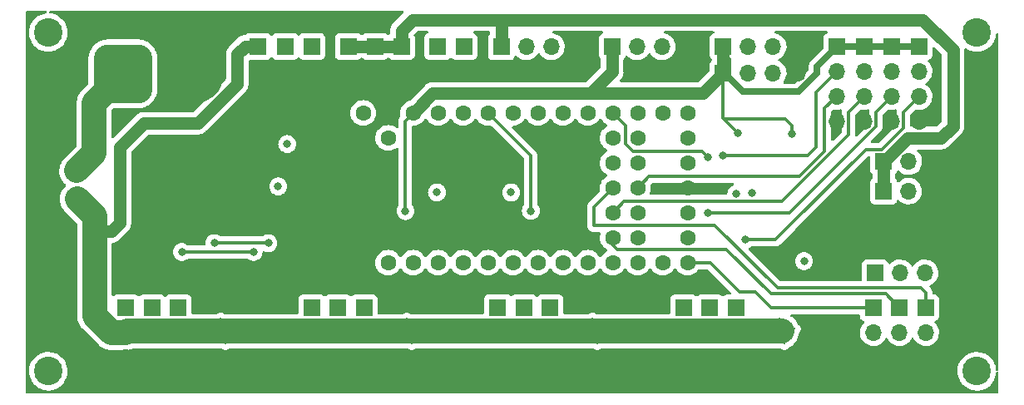
<source format=gbr>
%TF.GenerationSoftware,KiCad,Pcbnew,(6.0.1)*%
%TF.CreationDate,2022-01-24T17:08:06-05:00*%
%TF.ProjectId,zuko-teensy-motor-controller,7a756b6f-2d74-4656-956e-73792d6d6f74,rev?*%
%TF.SameCoordinates,Original*%
%TF.FileFunction,Copper,L2,Inr*%
%TF.FilePolarity,Positive*%
%FSLAX46Y46*%
G04 Gerber Fmt 4.6, Leading zero omitted, Abs format (unit mm)*
G04 Created by KiCad (PCBNEW (6.0.1)) date 2022-01-24 17:08:06*
%MOMM*%
%LPD*%
G01*
G04 APERTURE LIST*
G04 Aperture macros list*
%AMRoundRect*
0 Rectangle with rounded corners*
0 $1 Rounding radius*
0 $2 $3 $4 $5 $6 $7 $8 $9 X,Y pos of 4 corners*
0 Add a 4 corners polygon primitive as box body*
4,1,4,$2,$3,$4,$5,$6,$7,$8,$9,$2,$3,0*
0 Add four circle primitives for the rounded corners*
1,1,$1+$1,$2,$3*
1,1,$1+$1,$4,$5*
1,1,$1+$1,$6,$7*
1,1,$1+$1,$8,$9*
0 Add four rect primitives between the rounded corners*
20,1,$1+$1,$2,$3,$4,$5,0*
20,1,$1+$1,$4,$5,$6,$7,0*
20,1,$1+$1,$6,$7,$8,$9,0*
20,1,$1+$1,$8,$9,$2,$3,0*%
%AMRotRect*
0 Rectangle, with rotation*
0 The origin of the aperture is its center*
0 $1 length*
0 $2 width*
0 $3 Rotation angle, in degrees counterclockwise*
0 Add horizontal line*
21,1,$1,$2,0,0,$3*%
G04 Aperture macros list end*
%TA.AperFunction,ComponentPad*%
%ADD10R,1.700000X1.700000*%
%TD*%
%TA.AperFunction,ComponentPad*%
%ADD11O,1.700000X1.700000*%
%TD*%
%TA.AperFunction,ComponentPad*%
%ADD12RoundRect,1.500000X-1.500000X-1.500000X1.500000X-1.500000X1.500000X1.500000X-1.500000X1.500000X0*%
%TD*%
%TA.AperFunction,ComponentPad*%
%ADD13C,6.000000*%
%TD*%
%TA.AperFunction,ComponentPad*%
%ADD14C,2.900000*%
%TD*%
%TA.AperFunction,ComponentPad*%
%ADD15RotRect,2.000000X2.000000X325.000000*%
%TD*%
%TA.AperFunction,ComponentPad*%
%ADD16C,2.000000*%
%TD*%
%TA.AperFunction,ComponentPad*%
%ADD17C,1.600000*%
%TD*%
%TA.AperFunction,ViaPad*%
%ADD18C,0.800000*%
%TD*%
%TA.AperFunction,Conductor*%
%ADD19C,1.270000*%
%TD*%
%TA.AperFunction,Conductor*%
%ADD20C,2.500000*%
%TD*%
%TA.AperFunction,Conductor*%
%ADD21C,0.330200*%
%TD*%
%TA.AperFunction,Conductor*%
%ADD22C,0.635000*%
%TD*%
G04 APERTURE END LIST*
D10*
%TO.N,+BATT*%
%TO.C,JP1*%
X149047402Y-67836800D03*
D11*
%TO.N,Net-(J17-Pad2)*%
X151587402Y-67836800D03*
%TO.N,+AUX*%
X154127402Y-67836800D03*
%TD*%
D10*
%TO.N,+3V3*%
%TO.C,J29*%
X147932000Y-44800000D03*
D11*
%TO.N,Net-(J29-Pad2)*%
X147932000Y-47340000D03*
%TO.N,SW2*%
X147932000Y-49880000D03*
%TO.N,GND*%
X147932000Y-52420000D03*
%TD*%
D12*
%TO.N,Net-(J4-Pad1)*%
%TO.C,J4*%
X72500000Y-47580200D03*
D13*
%TO.N,GND*%
X79700000Y-47580200D03*
%TD*%
D14*
%TO.N,N/C*%
%TO.C,REF\u002A\u002A*%
X159414400Y-43351000D03*
%TD*%
D10*
%TO.N,M8*%
%TO.C,J9*%
X113299929Y-71375000D03*
D11*
%TO.N,+BATT*%
X113299929Y-73915000D03*
%TO.N,GND*%
X113299929Y-76455000D03*
%TD*%
D10*
%TO.N,+5V*%
%TO.C,J33*%
X111018400Y-44813600D03*
D11*
%TO.N,Net-(J33-Pad2)*%
X113558400Y-44813600D03*
%TO.N,Net-(J33-Pad3)*%
X116098400Y-44813600D03*
%TO.N,GND*%
X118638400Y-44813600D03*
%TD*%
D10*
%TO.N,AUX_M3*%
%TO.C,J22*%
X154200000Y-71375000D03*
D11*
%TO.N,Net-(J17-Pad2)*%
X154200000Y-73915000D03*
%TO.N,GND*%
X154200000Y-76455000D03*
%TD*%
D10*
%TO.N,M6*%
%TO.C,J7*%
X97043929Y-71375000D03*
D11*
%TO.N,+BATT*%
X97043929Y-73915000D03*
%TO.N,GND*%
X97043929Y-76455000D03*
%TD*%
D15*
%TO.N,+BATT*%
%TO.C,C2*%
X82698998Y-73779830D03*
D16*
%TO.N,GND*%
X86794758Y-76647712D03*
%TD*%
D10*
%TO.N,+BATT*%
%TO.C,J15*%
X86256800Y-44780000D03*
D11*
%TO.N,GND*%
X86256800Y-47320000D03*
%TD*%
D10*
%TO.N,+5V*%
%TO.C,J16*%
X100843000Y-44780000D03*
D11*
%TO.N,GND*%
X100843000Y-47320000D03*
%TD*%
D10*
%TO.N,+3V3*%
%TO.C,J30*%
X133600000Y-44800000D03*
D11*
%TO.N,SDA1*%
X136140000Y-44800000D03*
%TO.N,SDL1*%
X138680000Y-44800000D03*
%TO.N,GND*%
X141220000Y-44800000D03*
%TD*%
D17*
%TO.N,GND*%
%TO.C,U2*%
X96954602Y-66799400D03*
%TO.N,M1*%
X99494602Y-66799400D03*
%TO.N,M2*%
X102034602Y-66799400D03*
%TO.N,M3*%
X104574602Y-66799400D03*
%TO.N,M4*%
X107114602Y-66799400D03*
%TO.N,M5*%
X109654602Y-66799400D03*
%TO.N,M6*%
X112194602Y-66799400D03*
%TO.N,M7*%
X114734602Y-66799400D03*
%TO.N,M8*%
X117274602Y-66799400D03*
%TO.N,M9*%
X119814602Y-66799400D03*
%TO.N,M10*%
X122354602Y-66799400D03*
%TO.N,M11*%
X124894602Y-66799400D03*
%TO.N,M12*%
X127434602Y-66799400D03*
%TO.N,AUX_M1*%
X129974602Y-66799400D03*
%TO.N,unconnected-(U2-Pad15)*%
X129974602Y-64259400D03*
%TO.N,unconnected-(U2-Pad16)*%
X129974602Y-61719400D03*
%TO.N,GND*%
X129974602Y-59179400D03*
%TO.N,unconnected-(U2-Pad18)*%
X129974602Y-56639400D03*
%TO.N,unconnected-(U2-Pad19)*%
X129974602Y-54099400D03*
%TO.N,unconnected-(U2-Pad20)*%
X129974602Y-51559400D03*
%TO.N,OUT4*%
X127434602Y-51559400D03*
%TO.N,OUT3*%
X124894602Y-51559400D03*
%TO.N,OUT2*%
X122354602Y-51559400D03*
%TO.N,OUT1*%
X119814602Y-51559400D03*
%TO.N,SDA0*%
X117274602Y-51559400D03*
%TO.N,SCL0*%
X114734602Y-51559400D03*
%TO.N,TX*%
X112194602Y-51559400D03*
%TO.N,RX*%
X109654602Y-51559400D03*
%TO.N,CSENSE*%
X107114602Y-51559400D03*
%TO.N,VSENSE*%
X104574602Y-51559400D03*
%TO.N,+3V3*%
X102034602Y-51559400D03*
%TO.N,GND*%
X99494602Y-51559400D03*
%TO.N,+5V*%
X96954602Y-51559400D03*
%TO.N,unconnected-(U2-Pad34)*%
X99494602Y-54099400D03*
%TO.N,SDL1*%
X124894602Y-54099400D03*
%TO.N,SDA1*%
X122354602Y-54099400D03*
%TO.N,NEO2*%
X124894602Y-56639400D03*
%TO.N,NEO1*%
X122354602Y-56639400D03*
%TO.N,SW1*%
X124894602Y-59179400D03*
%TO.N,AUX_M3*%
X122354602Y-59179400D03*
%TO.N,SW3*%
X124894602Y-61719400D03*
%TO.N,SW2*%
X122354602Y-61719400D03*
%TO.N,SW4*%
X124894602Y-64259400D03*
%TO.N,AUX_M2*%
X122354602Y-64259400D03*
%TD*%
D10*
%TO.N,+3V3*%
%TO.C,J31*%
X150726000Y-44800000D03*
D11*
%TO.N,Net-(J31-Pad2)*%
X150726000Y-47340000D03*
%TO.N,SW3*%
X150726000Y-49880000D03*
%TO.N,GND*%
X150726000Y-52420000D03*
%TD*%
D10*
%TO.N,M5*%
%TO.C,J6*%
X94376929Y-71375000D03*
D11*
%TO.N,+BATT*%
X94376929Y-73915000D03*
%TO.N,GND*%
X94376929Y-76455000D03*
%TD*%
D10*
%TO.N,+BATT*%
%TO.C,J21*%
X89000000Y-44780000D03*
D11*
%TO.N,GND*%
X89000000Y-47320000D03*
%TD*%
D10*
%TO.N,AUX_M2*%
%TO.C,J18*%
X151533000Y-71375000D03*
D11*
%TO.N,Net-(J17-Pad2)*%
X151533000Y-73915000D03*
%TO.N,GND*%
X151533000Y-76455000D03*
%TD*%
D10*
%TO.N,+5V*%
%TO.C,J19*%
X98143000Y-44780000D03*
D11*
%TO.N,GND*%
X98143000Y-47320000D03*
%TD*%
D10*
%TO.N,+5V*%
%TO.C,J26*%
X149935000Y-56500000D03*
D11*
%TO.N,Net-(J26-Pad2)*%
X152475000Y-56500000D03*
%TO.N,GND*%
X155015000Y-56500000D03*
%TD*%
D15*
%TO.N,+BATT*%
%TO.C,C1*%
X139588934Y-73779830D03*
D16*
%TO.N,GND*%
X143684694Y-76647712D03*
%TD*%
D10*
%TO.N,M2*%
%TO.C,J2*%
X75453929Y-71375000D03*
D11*
%TO.N,+BATT*%
X75453929Y-73915000D03*
%TO.N,GND*%
X75453929Y-76455000D03*
%TD*%
D10*
%TO.N,M11*%
%TO.C,J12*%
X132222929Y-71375000D03*
D11*
%TO.N,+BATT*%
X132222929Y-73915000D03*
%TO.N,GND*%
X132222929Y-76455000D03*
%TD*%
D10*
%TO.N,+5V*%
%TO.C,J14*%
X95443000Y-44780000D03*
D11*
%TO.N,GND*%
X95443000Y-47320000D03*
%TD*%
D10*
%TO.N,+BATT*%
%TO.C,J23*%
X91743200Y-44780000D03*
D11*
%TO.N,GND*%
X91743200Y-47320000D03*
%TD*%
D10*
%TO.N,M4*%
%TO.C,J5*%
X91709929Y-71375000D03*
D11*
%TO.N,+BATT*%
X91709929Y-73915000D03*
%TO.N,GND*%
X91709929Y-76455000D03*
%TD*%
D10*
%TO.N,+5V*%
%TO.C,J25*%
X149920000Y-59500000D03*
D11*
%TO.N,Net-(J25-Pad2)*%
X152460000Y-59500000D03*
%TO.N,GND*%
X155000000Y-59500000D03*
%TD*%
D10*
%TO.N,M9*%
%TO.C,J10*%
X115966929Y-71390011D03*
D11*
%TO.N,+BATT*%
X115966929Y-73930011D03*
%TO.N,GND*%
X115966929Y-76470011D03*
%TD*%
D14*
%TO.N,N/C*%
%TO.C,REF\u002A\u002A*%
X159414400Y-77851000D03*
%TD*%
D10*
%TO.N,+3V3*%
%TO.C,J27*%
X145138000Y-44800000D03*
D11*
%TO.N,Net-(J27-Pad2)*%
X145138000Y-47340000D03*
%TO.N,SW1*%
X145138000Y-49880000D03*
%TO.N,GND*%
X145138000Y-52420000D03*
%TD*%
D10*
%TO.N,+3V3*%
%TO.C,J24*%
X122300000Y-44800000D03*
D11*
%TO.N,SDA0*%
X124840000Y-44800000D03*
%TO.N,SCL0*%
X127380000Y-44800000D03*
%TO.N,GND*%
X129920000Y-44800000D03*
%TD*%
D10*
%TO.N,+3V3*%
%TO.C,J32*%
X153520000Y-44800000D03*
D11*
%TO.N,Net-(J32-Pad2)*%
X153520000Y-47340000D03*
%TO.N,SW4*%
X153520000Y-49880000D03*
%TO.N,GND*%
X153520000Y-52420000D03*
%TD*%
D10*
%TO.N,M7*%
%TO.C,J8*%
X110632929Y-71359989D03*
D11*
%TO.N,+BATT*%
X110632929Y-73899989D03*
%TO.N,GND*%
X110632929Y-76439989D03*
%TD*%
D10*
%TO.N,+3V3*%
%TO.C,J28*%
X133600000Y-47490000D03*
D11*
%TO.N,SDA1*%
X136140000Y-47490000D03*
%TO.N,SDL1*%
X138680000Y-47490000D03*
%TO.N,GND*%
X141220000Y-47490000D03*
%TD*%
D10*
%TO.N,M1*%
%TO.C,J1*%
X72786929Y-71375000D03*
D11*
%TO.N,+BATT*%
X72786929Y-73915000D03*
%TO.N,GND*%
X72786929Y-76455000D03*
%TD*%
D10*
%TO.N,+AUX*%
%TO.C,J34*%
X107243000Y-44800000D03*
D11*
%TO.N,GND*%
X107243000Y-47340000D03*
%TD*%
D10*
%TO.N,AUX_M1*%
%TO.C,J17*%
X148866000Y-71375000D03*
D11*
%TO.N,Net-(J17-Pad2)*%
X148866000Y-73915000D03*
%TO.N,GND*%
X148866000Y-76455000D03*
%TD*%
D15*
%TO.N,+BATT*%
%TO.C,C4*%
X101621998Y-73788000D03*
D16*
%TO.N,GND*%
X105717758Y-76655882D03*
%TD*%
D15*
%TO.N,+BATT*%
%TO.C,C3*%
X120538934Y-73779830D03*
D16*
%TO.N,GND*%
X124634694Y-76647712D03*
%TD*%
D14*
%TO.N,N/C*%
%TO.C,REF\u002A\u002A*%
X64897200Y-77851000D03*
%TD*%
D10*
%TO.N,+AUX*%
%TO.C,J20*%
X104543000Y-44775000D03*
D11*
%TO.N,GND*%
X104543000Y-47315000D03*
%TD*%
D10*
%TO.N,M3*%
%TO.C,J3*%
X78120929Y-71390011D03*
D11*
%TO.N,+BATT*%
X78120929Y-73930011D03*
%TO.N,GND*%
X78120929Y-76470011D03*
%TD*%
D14*
%TO.N,N/C*%
%TO.C,REF\u002A\u002A*%
X64897200Y-43351000D03*
%TD*%
D10*
%TO.N,M10*%
%TO.C,J11*%
X129555929Y-71375000D03*
D11*
%TO.N,+BATT*%
X129555929Y-73915000D03*
%TO.N,GND*%
X129555929Y-76455000D03*
%TD*%
D10*
%TO.N,M12*%
%TO.C,J13*%
X134889929Y-71375000D03*
D11*
%TO.N,+BATT*%
X134889929Y-73915000D03*
%TO.N,GND*%
X134889929Y-76455000D03*
%TD*%
D18*
%TO.N,+BATT*%
X80235000Y-73915000D03*
X69610000Y-68090000D03*
X125135000Y-73915000D03*
X99095000Y-73915000D03*
X105895000Y-73915000D03*
X69610000Y-62090000D03*
X69610000Y-66000000D03*
X69610000Y-70290000D03*
X127075000Y-73915000D03*
X67840000Y-60300000D03*
X137215000Y-73915000D03*
X104215000Y-73915000D03*
X86985000Y-73915000D03*
X123275000Y-73915000D03*
X69610000Y-72210000D03*
X69610000Y-64130000D03*
X118255000Y-73915000D03*
X89055000Y-73915000D03*
X85275000Y-73915000D03*
X108095000Y-73915000D03*
X70875000Y-73275000D03*
%TO.N,M1*%
X85800000Y-65700000D03*
X78500000Y-65700000D03*
%TO.N,GND*%
X87650000Y-69280000D03*
X66050000Y-53840000D03*
X70070000Y-76970000D03*
X157710000Y-68290000D03*
X77040000Y-43230000D03*
X120960000Y-69100000D03*
X67500000Y-46060000D03*
X75937500Y-62100000D03*
X66000000Y-69180000D03*
X65900000Y-48450000D03*
X65980000Y-62010000D03*
X151980000Y-64580000D03*
X117910000Y-63190000D03*
X90070000Y-67580000D03*
X92470000Y-54710000D03*
X117890000Y-61670000D03*
X69470000Y-43040000D03*
X160290000Y-73380000D03*
X160260000Y-47950000D03*
X66170000Y-73460000D03*
X65980000Y-64580000D03*
X77499997Y-56100000D03*
X144434992Y-62654993D03*
X67900000Y-75240000D03*
%TO.N,M2*%
X87300000Y-64800000D03*
X81800000Y-64800000D03*
%TO.N,+5V*%
X112010000Y-59650000D03*
X104460000Y-59640000D03*
%TO.N,+3V3*%
X140580000Y-53660000D03*
X101260000Y-61540000D03*
X135090000Y-53590000D03*
%TO.N,Net-(J27-Pad2)*%
X133605000Y-55885000D03*
%TO.N,SW3*%
X132030000Y-61730000D03*
%TO.N,SW4*%
X135830000Y-64460000D03*
%TO.N,RX*%
X114010000Y-61520000D03*
%TO.N,Net-(J4-Pad1)*%
X67780000Y-57450000D03*
X69560000Y-55435000D03*
%TO.N,VSENSE*%
X89220000Y-54710000D03*
%TO.N,CSENSE*%
X88300000Y-59020000D03*
%TO.N,NEO1*%
X141830000Y-66630000D03*
%TO.N,OUT2*%
X132030000Y-56040000D03*
%TO.N,OUT3*%
X134927917Y-59783789D03*
%TO.N,OUT4*%
X136510000Y-59700000D03*
%TD*%
D19*
%TO.N,+BATT*%
X71340000Y-63620000D02*
X69660000Y-63620000D01*
X74660000Y-52590000D02*
X72180000Y-55070000D01*
X72180000Y-62780000D02*
X71340000Y-63620000D01*
X80117544Y-52590000D02*
X74660000Y-52590000D01*
X84130000Y-45590000D02*
X84130000Y-48577544D01*
X84940000Y-44780000D02*
X84130000Y-45590000D01*
X84130000Y-48577544D02*
X80117544Y-52590000D01*
X86256800Y-44780000D02*
X84940000Y-44780000D01*
X72180000Y-55070000D02*
X72180000Y-62780000D01*
D20*
X72922099Y-73779830D02*
X72786929Y-73915000D01*
X82698998Y-73779830D02*
X72922099Y-73779830D01*
X139588934Y-73779830D02*
X82698998Y-73779830D01*
X67840000Y-60300000D02*
X67840000Y-60320000D01*
X71315000Y-73915000D02*
X72786929Y-73915000D01*
X69610000Y-72210000D02*
X71315000Y-73915000D01*
X69610000Y-62090000D02*
X69610000Y-72210000D01*
X67840000Y-60320000D02*
X69610000Y-62090000D01*
D21*
%TO.N,M1*%
X78499995Y-65699996D02*
X85800006Y-65699996D01*
%TO.N,M2*%
X81799989Y-64799997D02*
X87300003Y-64799997D01*
D19*
%TO.N,+5V*%
X156980000Y-52890000D02*
X156980000Y-45160000D01*
X110740000Y-42070000D02*
X107990000Y-42070000D01*
X100843000Y-43177000D02*
X100843000Y-44780000D01*
X153890000Y-42070000D02*
X110740000Y-42070000D01*
X95443000Y-44780000D02*
X98143000Y-44780000D01*
X155762289Y-54107711D02*
X156980000Y-52890000D01*
X149935000Y-59485000D02*
X149920000Y-59500000D01*
X98143000Y-44780000D02*
X100843000Y-44780000D01*
X149935000Y-56500000D02*
X149958202Y-56500000D01*
X107980000Y-42060000D02*
X101960000Y-42060000D01*
X156980000Y-45160000D02*
X153890000Y-42070000D01*
X110740000Y-42070000D02*
X111018400Y-42348400D01*
X107990000Y-42070000D02*
X107980000Y-42060000D01*
X152350491Y-54107711D02*
X155762289Y-54107711D01*
X111018400Y-42348400D02*
X111018400Y-44813600D01*
X101960000Y-42060000D02*
X100843000Y-43177000D01*
X149958202Y-56500000D02*
X152350491Y-54107711D01*
X149935000Y-56500000D02*
X149935000Y-59485000D01*
D21*
%TO.N,AUX_M1*%
X132289400Y-66799400D02*
X135240000Y-69750000D01*
X135240000Y-69750000D02*
X136890000Y-69750000D01*
X138515000Y-71375000D02*
X148866000Y-71375000D01*
X136890000Y-69750000D02*
X138515000Y-71375000D01*
X129974602Y-66799400D02*
X132289400Y-66799400D01*
D22*
%TO.N,+3V3*%
X143140000Y-46798000D02*
X143140000Y-47507772D01*
X145138000Y-44800000D02*
X147932000Y-44800000D01*
D19*
X122300000Y-47370000D02*
X122300000Y-44800000D01*
D21*
X140580000Y-53660000D02*
X140580000Y-52850000D01*
X133600000Y-52100000D02*
X133600000Y-47490000D01*
D19*
X133600000Y-47490000D02*
X133590000Y-47490000D01*
D22*
X153520000Y-44800000D02*
X150726000Y-44800000D01*
X134040000Y-47820000D02*
X134040000Y-46120000D01*
X135610000Y-49390000D02*
X134040000Y-47820000D01*
D19*
X104044002Y-49550000D02*
X120120000Y-49550000D01*
X133600000Y-46560000D02*
X133600000Y-44800000D01*
D22*
X143140000Y-47507772D02*
X141257772Y-49390000D01*
D19*
X120120000Y-49550000D02*
X122300000Y-47370000D01*
D21*
X101219991Y-61499991D02*
X101219991Y-52374011D01*
X140580000Y-52850000D02*
X139910000Y-52180000D01*
X133730000Y-52180000D02*
X133705000Y-52205000D01*
D19*
X131530000Y-49550000D02*
X120120000Y-49550000D01*
X133600000Y-47490000D02*
X133600000Y-46560000D01*
D21*
X101219991Y-52374011D02*
X102034602Y-51559400D01*
X139910000Y-52180000D02*
X133730000Y-52180000D01*
X134040000Y-46120000D02*
X133600000Y-46560000D01*
X133705000Y-52205000D02*
X133600000Y-52100000D01*
D22*
X147932000Y-44800000D02*
X150726000Y-44800000D01*
D19*
X102034602Y-51559400D02*
X104044002Y-49550000D01*
D22*
X145138000Y-44800000D02*
X143140000Y-46798000D01*
X141257772Y-49390000D02*
X135610000Y-49390000D01*
D21*
X135090000Y-53590000D02*
X133705000Y-52205000D01*
D19*
X133590000Y-47490000D02*
X131530000Y-49550000D01*
D21*
%TO.N,Net-(J27-Pad2)*%
X133605000Y-55885000D02*
X142215000Y-55885000D01*
X142215000Y-55885000D02*
X143060000Y-55040000D01*
X143060000Y-55040000D02*
X143060000Y-49418000D01*
X143060000Y-49418000D02*
X145138000Y-47340000D01*
%TO.N,SW1*%
X143920189Y-55433473D02*
X141342073Y-58011589D01*
X143920189Y-51097811D02*
X143920189Y-55433473D01*
X141342073Y-58011589D02*
X126062413Y-58011589D01*
X126062413Y-58011589D02*
X124894602Y-59179400D01*
X145138000Y-49880000D02*
X143920189Y-51097811D01*
%TO.N,SW2*%
X146355811Y-51456189D02*
X146355811Y-53751513D01*
X123522413Y-60551589D02*
X122354602Y-61719400D01*
X147932000Y-49880000D02*
X146355811Y-51456189D01*
X139555735Y-60551589D02*
X123522413Y-60551589D01*
X146355811Y-53751513D02*
X139555735Y-60551589D01*
%TO.N,SW3*%
X149149811Y-52924435D02*
X140344246Y-61730000D01*
X140344246Y-61730000D02*
X132030000Y-61730000D01*
X150726000Y-49880000D02*
X149149811Y-51456189D01*
X149149811Y-51456189D02*
X149149811Y-52924435D01*
%TO.N,SW4*%
X151943811Y-53096189D02*
X149757811Y-55282189D01*
X148087811Y-55282189D02*
X140460000Y-62910000D01*
X140460000Y-62910000D02*
X138910000Y-64460000D01*
X151943811Y-51456189D02*
X151943811Y-53096189D01*
X153520000Y-49880000D02*
X151943811Y-51456189D01*
X138910000Y-64460000D02*
X135830000Y-64460000D01*
X149757811Y-55282189D02*
X148087811Y-55282189D01*
%TO.N,RX*%
X114010000Y-55914798D02*
X109654602Y-51559400D01*
X114010000Y-61520000D02*
X114010000Y-55914798D01*
%TO.N,AUX_M2*%
X138480000Y-69970000D02*
X150128000Y-69970000D01*
X133937211Y-65427211D02*
X138480000Y-69970000D01*
X122354602Y-64259400D02*
X122354602Y-65004602D01*
X122354602Y-65004602D02*
X122777211Y-65427211D01*
X150128000Y-69970000D02*
X151533000Y-71375000D01*
X122777211Y-65427211D02*
X133937211Y-65427211D01*
%TO.N,AUX_M3*%
X153740000Y-69380000D02*
X139140000Y-69380000D01*
X154200000Y-69840000D02*
X153740000Y-69380000D01*
X120440000Y-61094002D02*
X122354602Y-59179400D01*
X154200000Y-71375000D02*
X154200000Y-69840000D01*
X120440000Y-62990000D02*
X120440000Y-61094002D01*
X132750000Y-62990000D02*
X120440000Y-62990000D01*
X139140000Y-69380000D02*
X132750000Y-62990000D01*
D20*
%TO.N,Net-(J4-Pad1)*%
X69560000Y-50520200D02*
X69560000Y-55435000D01*
X72500000Y-47580200D02*
X69560000Y-50520200D01*
X69560000Y-55670000D02*
X67780000Y-57450000D01*
X69560000Y-55435000D02*
X69560000Y-55670000D01*
D21*
%TO.N,OUT2*%
X123630000Y-52834798D02*
X122354602Y-51559400D01*
X131461589Y-55471589D02*
X124431589Y-55471589D01*
X132030000Y-56040000D02*
X131461589Y-55471589D01*
X123630000Y-54670000D02*
X123630000Y-52834798D01*
X124431589Y-55471589D02*
X123630000Y-54670000D01*
%TD*%
%TA.AperFunction,Conductor*%
%TO.N,GND*%
G36*
X64697822Y-41173002D02*
G01*
X64744315Y-41226658D01*
X64754419Y-41296932D01*
X64724925Y-41361512D01*
X64665199Y-41399896D01*
X64651080Y-41402841D01*
X64651108Y-41402980D01*
X64383456Y-41456219D01*
X64383451Y-41456220D01*
X64379084Y-41457089D01*
X64374881Y-41458565D01*
X64121607Y-41547508D01*
X64121604Y-41547509D01*
X64117399Y-41548986D01*
X64113446Y-41551039D01*
X64113440Y-41551042D01*
X63973934Y-41623510D01*
X63871273Y-41676838D01*
X63867658Y-41679421D01*
X63867652Y-41679425D01*
X63724871Y-41781458D01*
X63645616Y-41838095D01*
X63444932Y-42029538D01*
X63273225Y-42247348D01*
X63270993Y-42251190D01*
X63270990Y-42251195D01*
X63136158Y-42483324D01*
X63136155Y-42483330D01*
X63133920Y-42487178D01*
X63132246Y-42491311D01*
X63031471Y-42740112D01*
X63031468Y-42740120D01*
X63029798Y-42744244D01*
X63010484Y-42821999D01*
X62981611Y-42938234D01*
X62962935Y-43013417D01*
X62956693Y-43074340D01*
X62940386Y-43233502D01*
X62934666Y-43289325D01*
X62935383Y-43307561D01*
X62943512Y-43514456D01*
X62945555Y-43566464D01*
X62956277Y-43625171D01*
X62993110Y-43826849D01*
X62995384Y-43839303D01*
X63083160Y-44102400D01*
X63085152Y-44106387D01*
X63085153Y-44106389D01*
X63166796Y-44269782D01*
X63207130Y-44350504D01*
X63364823Y-44578666D01*
X63380959Y-44596122D01*
X63550074Y-44779070D01*
X63550079Y-44779075D01*
X63553090Y-44782332D01*
X63768175Y-44957439D01*
X63771993Y-44959738D01*
X63771995Y-44959739D01*
X63914802Y-45045716D01*
X64005788Y-45100494D01*
X64009883Y-45102228D01*
X64009885Y-45102229D01*
X64257086Y-45206905D01*
X64257093Y-45206907D01*
X64261187Y-45208641D01*
X64359960Y-45234830D01*
X64524979Y-45278585D01*
X64524984Y-45278586D01*
X64529276Y-45279724D01*
X64533685Y-45280246D01*
X64533691Y-45280247D01*
X64711403Y-45301280D01*
X64804706Y-45312323D01*
X65081982Y-45305789D01*
X65190780Y-45287680D01*
X65351181Y-45260982D01*
X65351185Y-45260981D01*
X65355571Y-45260251D01*
X65359812Y-45258910D01*
X65359815Y-45258909D01*
X65615768Y-45177962D01*
X65615770Y-45177961D01*
X65620014Y-45176619D01*
X65624025Y-45174693D01*
X65624030Y-45174691D01*
X65866016Y-45058491D01*
X65866017Y-45058490D01*
X65870035Y-45056561D01*
X66025477Y-44952698D01*
X66096937Y-44904950D01*
X66096941Y-44904947D01*
X66100645Y-44902472D01*
X66249746Y-44768926D01*
X66303925Y-44720399D01*
X66303926Y-44720398D01*
X66307243Y-44717427D01*
X66485707Y-44505118D01*
X66632476Y-44269782D01*
X66744622Y-44016113D01*
X66752841Y-43986973D01*
X66787222Y-43865064D01*
X66819907Y-43749173D01*
X66833697Y-43646507D01*
X66856401Y-43477471D01*
X66856402Y-43477463D01*
X66856828Y-43474289D01*
X66857473Y-43453765D01*
X66860602Y-43354222D01*
X66860602Y-43354217D01*
X66860703Y-43351000D01*
X66841114Y-43074340D01*
X66808712Y-42923834D01*
X66783676Y-42807547D01*
X66783675Y-42807545D01*
X66782740Y-42803200D01*
X66686743Y-42542990D01*
X66658859Y-42491311D01*
X66557153Y-42302818D01*
X66555040Y-42298902D01*
X66390259Y-42075807D01*
X66387140Y-42072638D01*
X66387136Y-42072634D01*
X66294315Y-41978343D01*
X66195688Y-41878155D01*
X66192148Y-41875453D01*
X65978753Y-41712595D01*
X65978749Y-41712592D01*
X65975208Y-41709890D01*
X65733219Y-41574369D01*
X65729070Y-41572764D01*
X65729066Y-41572762D01*
X65573864Y-41512720D01*
X65474549Y-41474298D01*
X65470224Y-41473295D01*
X65470219Y-41473294D01*
X65361929Y-41448194D01*
X65204360Y-41411671D01*
X65121910Y-41404530D01*
X65055769Y-41378725D01*
X65014079Y-41321257D01*
X65010077Y-41250374D01*
X65045032Y-41188579D01*
X65107848Y-41155492D01*
X65132782Y-41153000D01*
X100945657Y-41153000D01*
X101013778Y-41173002D01*
X101060271Y-41226658D01*
X101070375Y-41296932D01*
X101040881Y-41361512D01*
X101034752Y-41368095D01*
X100064696Y-42338151D01*
X100058678Y-42343788D01*
X100009981Y-42386494D01*
X100006406Y-42391029D01*
X100006405Y-42391030D01*
X99955202Y-42455982D01*
X99953124Y-42458547D01*
X99900266Y-42522100D01*
X99900262Y-42522105D01*
X99896574Y-42526540D01*
X99893755Y-42531574D01*
X99891686Y-42534584D01*
X99885492Y-42543854D01*
X99883449Y-42546999D01*
X99879872Y-42551537D01*
X99877184Y-42556645D01*
X99877182Y-42556649D01*
X99838688Y-42629816D01*
X99837118Y-42632706D01*
X99793885Y-42709904D01*
X99792028Y-42715376D01*
X99790514Y-42718776D01*
X99786127Y-42728987D01*
X99784705Y-42732421D01*
X99782018Y-42737527D01*
X99780306Y-42743041D01*
X99780305Y-42743043D01*
X99755788Y-42821999D01*
X99754769Y-42825135D01*
X99726331Y-42908912D01*
X99725502Y-42914625D01*
X99724659Y-42918138D01*
X99722167Y-42929151D01*
X99721409Y-42932718D01*
X99719696Y-42938234D01*
X99719018Y-42943962D01*
X99719017Y-42943967D01*
X99709297Y-43026098D01*
X99708870Y-43029340D01*
X99696175Y-43116897D01*
X99696402Y-43122665D01*
X99699403Y-43199054D01*
X99699500Y-43204001D01*
X99699500Y-43451429D01*
X99679498Y-43519550D01*
X99649065Y-43552255D01*
X99629739Y-43566739D01*
X99624358Y-43573919D01*
X99615255Y-43586065D01*
X99558396Y-43628580D01*
X99514429Y-43636500D01*
X99471571Y-43636500D01*
X99403450Y-43616498D01*
X99370745Y-43586065D01*
X99361642Y-43573919D01*
X99356261Y-43566739D01*
X99239705Y-43479385D01*
X99103316Y-43428255D01*
X99041134Y-43421500D01*
X97244866Y-43421500D01*
X97182684Y-43428255D01*
X97046295Y-43479385D01*
X96929739Y-43566739D01*
X96924358Y-43573919D01*
X96915255Y-43586065D01*
X96858396Y-43628580D01*
X96814429Y-43636500D01*
X96771571Y-43636500D01*
X96703450Y-43616498D01*
X96670745Y-43586065D01*
X96661642Y-43573919D01*
X96656261Y-43566739D01*
X96539705Y-43479385D01*
X96403316Y-43428255D01*
X96341134Y-43421500D01*
X94544866Y-43421500D01*
X94482684Y-43428255D01*
X94346295Y-43479385D01*
X94229739Y-43566739D01*
X94142385Y-43683295D01*
X94091255Y-43819684D01*
X94084500Y-43881866D01*
X94084500Y-45678134D01*
X94091255Y-45740316D01*
X94142385Y-45876705D01*
X94229739Y-45993261D01*
X94346295Y-46080615D01*
X94482684Y-46131745D01*
X94544866Y-46138500D01*
X96341134Y-46138500D01*
X96403316Y-46131745D01*
X96539705Y-46080615D01*
X96656261Y-45993261D01*
X96670745Y-45973935D01*
X96727604Y-45931420D01*
X96771571Y-45923500D01*
X96814429Y-45923500D01*
X96882550Y-45943502D01*
X96915255Y-45973935D01*
X96929739Y-45993261D01*
X97046295Y-46080615D01*
X97182684Y-46131745D01*
X97244866Y-46138500D01*
X99041134Y-46138500D01*
X99103316Y-46131745D01*
X99239705Y-46080615D01*
X99356261Y-45993261D01*
X99370745Y-45973935D01*
X99427604Y-45931420D01*
X99471571Y-45923500D01*
X99514429Y-45923500D01*
X99582550Y-45943502D01*
X99615255Y-45973935D01*
X99629739Y-45993261D01*
X99746295Y-46080615D01*
X99882684Y-46131745D01*
X99944866Y-46138500D01*
X101741134Y-46138500D01*
X101803316Y-46131745D01*
X101939705Y-46080615D01*
X102056261Y-45993261D01*
X102143615Y-45876705D01*
X102194745Y-45740316D01*
X102201500Y-45678134D01*
X102201500Y-43881866D01*
X102194745Y-43819684D01*
X102143615Y-43683295D01*
X102127837Y-43662243D01*
X102102990Y-43595738D01*
X102118043Y-43526356D01*
X102139569Y-43497584D01*
X102396748Y-43240405D01*
X102459060Y-43206379D01*
X102485843Y-43203500D01*
X103473829Y-43203500D01*
X103541950Y-43223502D01*
X103588443Y-43277158D01*
X103598547Y-43347432D01*
X103569053Y-43412012D01*
X103518058Y-43447482D01*
X103454705Y-43471232D01*
X103454704Y-43471233D01*
X103446295Y-43474385D01*
X103329739Y-43561739D01*
X103242385Y-43678295D01*
X103191255Y-43814684D01*
X103184500Y-43876866D01*
X103184500Y-45673134D01*
X103191255Y-45735316D01*
X103242385Y-45871705D01*
X103329739Y-45988261D01*
X103446295Y-46075615D01*
X103582684Y-46126745D01*
X103644866Y-46133500D01*
X105441134Y-46133500D01*
X105503316Y-46126745D01*
X105639705Y-46075615D01*
X105756261Y-45988261D01*
X105782806Y-45952842D01*
X105839665Y-45910327D01*
X105910484Y-45905301D01*
X105972777Y-45939361D01*
X105984453Y-45952836D01*
X106029739Y-46013261D01*
X106146295Y-46100615D01*
X106282684Y-46151745D01*
X106344866Y-46158500D01*
X108141134Y-46158500D01*
X108203316Y-46151745D01*
X108339705Y-46100615D01*
X108456261Y-46013261D01*
X108543615Y-45896705D01*
X108594745Y-45760316D01*
X108601500Y-45698134D01*
X108601500Y-43901866D01*
X108594745Y-43839684D01*
X108543615Y-43703295D01*
X108456261Y-43586739D01*
X108339705Y-43499385D01*
X108227929Y-43457482D01*
X108171165Y-43414840D01*
X108146465Y-43348279D01*
X108161672Y-43278930D01*
X108211958Y-43228812D01*
X108272159Y-43213500D01*
X109748900Y-43213500D01*
X109817021Y-43233502D01*
X109863514Y-43287158D01*
X109874900Y-43339500D01*
X109874900Y-43485029D01*
X109854898Y-43553150D01*
X109824465Y-43585855D01*
X109805139Y-43600339D01*
X109717785Y-43716895D01*
X109666655Y-43853284D01*
X109659900Y-43915466D01*
X109659900Y-45711734D01*
X109666655Y-45773916D01*
X109717785Y-45910305D01*
X109805139Y-46026861D01*
X109921695Y-46114215D01*
X110058084Y-46165345D01*
X110120266Y-46172100D01*
X111916534Y-46172100D01*
X111978716Y-46165345D01*
X112115105Y-46114215D01*
X112231661Y-46026861D01*
X112319015Y-45910305D01*
X112343808Y-45844171D01*
X112362998Y-45792982D01*
X112405640Y-45736218D01*
X112472202Y-45711518D01*
X112541550Y-45726726D01*
X112576217Y-45754714D01*
X112604650Y-45787538D01*
X112776526Y-45930232D01*
X112969400Y-46042938D01*
X113178092Y-46122630D01*
X113183160Y-46123661D01*
X113183163Y-46123662D01*
X113254281Y-46138131D01*
X113396997Y-46167167D01*
X113402172Y-46167357D01*
X113402174Y-46167357D01*
X113615073Y-46175164D01*
X113615077Y-46175164D01*
X113620237Y-46175353D01*
X113625357Y-46174697D01*
X113625359Y-46174697D01*
X113836688Y-46147625D01*
X113836689Y-46147625D01*
X113841816Y-46146968D01*
X113887937Y-46133131D01*
X114050829Y-46084261D01*
X114050834Y-46084259D01*
X114055784Y-46082774D01*
X114256394Y-45984496D01*
X114438260Y-45854773D01*
X114455565Y-45837529D01*
X114566755Y-45726726D01*
X114596496Y-45697089D01*
X114607676Y-45681531D01*
X114726853Y-45515677D01*
X114728176Y-45516628D01*
X114775045Y-45473457D01*
X114844980Y-45461225D01*
X114910426Y-45488744D01*
X114938275Y-45520594D01*
X114998387Y-45618688D01*
X115144650Y-45787538D01*
X115316526Y-45930232D01*
X115509400Y-46042938D01*
X115718092Y-46122630D01*
X115723160Y-46123661D01*
X115723163Y-46123662D01*
X115794281Y-46138131D01*
X115936997Y-46167167D01*
X115942172Y-46167357D01*
X115942174Y-46167357D01*
X116155073Y-46175164D01*
X116155077Y-46175164D01*
X116160237Y-46175353D01*
X116165357Y-46174697D01*
X116165359Y-46174697D01*
X116376688Y-46147625D01*
X116376689Y-46147625D01*
X116381816Y-46146968D01*
X116427937Y-46133131D01*
X116590829Y-46084261D01*
X116590834Y-46084259D01*
X116595784Y-46082774D01*
X116796394Y-45984496D01*
X116978260Y-45854773D01*
X116995565Y-45837529D01*
X117106755Y-45726726D01*
X117136496Y-45697089D01*
X117147676Y-45681531D01*
X117263835Y-45519877D01*
X117266853Y-45515677D01*
X117271145Y-45506994D01*
X117363536Y-45320053D01*
X117363537Y-45320051D01*
X117365830Y-45315411D01*
X117415926Y-45150527D01*
X117429265Y-45106623D01*
X117429265Y-45106621D01*
X117430770Y-45101669D01*
X117459929Y-44880190D01*
X117460343Y-44863240D01*
X117461474Y-44816965D01*
X117461474Y-44816961D01*
X117461556Y-44813600D01*
X117443252Y-44590961D01*
X117388831Y-44374302D01*
X117299754Y-44169440D01*
X117203203Y-44020195D01*
X117181222Y-43986217D01*
X117181220Y-43986214D01*
X117178414Y-43981877D01*
X117028070Y-43816651D01*
X117024019Y-43813452D01*
X117024015Y-43813448D01*
X116856814Y-43681400D01*
X116856810Y-43681398D01*
X116852759Y-43678198D01*
X116839918Y-43671109D01*
X116791023Y-43644118D01*
X116657189Y-43570238D01*
X116652320Y-43568514D01*
X116652316Y-43568512D01*
X116451487Y-43497395D01*
X116451483Y-43497394D01*
X116446612Y-43495669D01*
X116441519Y-43494762D01*
X116441516Y-43494761D01*
X116266279Y-43463547D01*
X116202721Y-43431909D01*
X116166358Y-43370932D01*
X116168735Y-43299975D01*
X116209096Y-43241567D01*
X116274628Y-43214252D01*
X116288375Y-43213500D01*
X121270841Y-43213500D01*
X121338962Y-43233502D01*
X121385455Y-43287158D01*
X121395559Y-43357432D01*
X121366065Y-43422012D01*
X121315071Y-43457482D01*
X121203295Y-43499385D01*
X121086739Y-43586739D01*
X120999385Y-43703295D01*
X120948255Y-43839684D01*
X120941500Y-43901866D01*
X120941500Y-45698134D01*
X120948255Y-45760316D01*
X120999385Y-45896705D01*
X121086739Y-46013261D01*
X121093919Y-46018642D01*
X121106065Y-46027745D01*
X121148580Y-46084604D01*
X121156500Y-46128571D01*
X121156500Y-46844157D01*
X121136498Y-46912278D01*
X121119595Y-46933252D01*
X119683252Y-48369595D01*
X119620940Y-48403621D01*
X119594157Y-48406500D01*
X104086807Y-48406500D01*
X104078566Y-48406230D01*
X104069454Y-48405633D01*
X104013941Y-48401994D01*
X103926043Y-48412398D01*
X103922775Y-48412740D01*
X103834723Y-48420831D01*
X103829157Y-48422401D01*
X103825461Y-48423086D01*
X103814612Y-48425244D01*
X103810976Y-48426017D01*
X103805237Y-48426696D01*
X103720746Y-48452931D01*
X103717610Y-48453860D01*
X103681877Y-48463938D01*
X103632453Y-48477877D01*
X103627265Y-48480435D01*
X103623814Y-48481760D01*
X103613436Y-48485901D01*
X103610049Y-48487304D01*
X103604529Y-48489018D01*
X103599415Y-48491709D01*
X103599414Y-48491709D01*
X103526257Y-48530198D01*
X103523321Y-48531695D01*
X103443965Y-48570829D01*
X103439334Y-48574287D01*
X103436131Y-48576250D01*
X103426744Y-48582173D01*
X103423651Y-48584182D01*
X103418539Y-48586871D01*
X103349046Y-48641656D01*
X103346476Y-48643627D01*
X103280201Y-48693116D01*
X103280194Y-48693123D01*
X103275573Y-48696573D01*
X103271659Y-48700807D01*
X103271657Y-48700809D01*
X103219740Y-48756973D01*
X103216310Y-48760539D01*
X101699902Y-50276947D01*
X101643418Y-50309559D01*
X101585359Y-50325116D01*
X101488193Y-50370425D01*
X101382840Y-50419551D01*
X101382835Y-50419554D01*
X101377853Y-50421877D01*
X101340616Y-50447951D01*
X101194813Y-50550043D01*
X101194810Y-50550045D01*
X101190302Y-50553202D01*
X101028404Y-50715100D01*
X101025247Y-50719608D01*
X101025245Y-50719611D01*
X100991967Y-50767137D01*
X100897079Y-50902651D01*
X100894756Y-50907633D01*
X100894753Y-50907638D01*
X100802641Y-51105175D01*
X100800318Y-51110157D01*
X100798896Y-51115465D01*
X100798895Y-51115467D01*
X100742483Y-51325998D01*
X100741059Y-51331313D01*
X100721104Y-51559400D01*
X100741059Y-51787487D01*
X100742482Y-51792798D01*
X100742484Y-51792809D01*
X100745184Y-51802885D01*
X100743493Y-51873862D01*
X100718305Y-51917730D01*
X100715732Y-51919974D01*
X100680883Y-51969559D01*
X100676972Y-51974825D01*
X100639586Y-52022505D01*
X100636460Y-52029428D01*
X100633343Y-52034575D01*
X100629198Y-52041843D01*
X100626355Y-52047145D01*
X100621985Y-52053363D01*
X100611264Y-52080862D01*
X100599978Y-52109808D01*
X100597423Y-52115886D01*
X100572494Y-52171098D01*
X100571110Y-52178568D01*
X100569323Y-52184270D01*
X100567016Y-52192367D01*
X100565522Y-52198184D01*
X100562762Y-52205263D01*
X100561771Y-52212792D01*
X100561770Y-52212795D01*
X100554854Y-52265329D01*
X100553824Y-52271831D01*
X100542783Y-52331404D01*
X100543220Y-52338984D01*
X100543220Y-52338985D01*
X100546182Y-52390354D01*
X100546391Y-52397607D01*
X100546391Y-52997724D01*
X100526389Y-53065845D01*
X100472733Y-53112338D01*
X100402459Y-53122442D01*
X100340387Y-53094687D01*
X100338902Y-53093202D01*
X100151351Y-52961877D01*
X100146369Y-52959554D01*
X100146364Y-52959551D01*
X99948827Y-52867439D01*
X99948826Y-52867439D01*
X99943845Y-52865116D01*
X99938537Y-52863694D01*
X99938535Y-52863693D01*
X99728004Y-52807281D01*
X99728002Y-52807281D01*
X99722689Y-52805857D01*
X99494602Y-52785902D01*
X99266515Y-52805857D01*
X99261202Y-52807281D01*
X99261200Y-52807281D01*
X99050669Y-52863693D01*
X99050667Y-52863694D01*
X99045359Y-52865116D01*
X99040378Y-52867439D01*
X99040377Y-52867439D01*
X98842840Y-52959551D01*
X98842835Y-52959554D01*
X98837853Y-52961877D01*
X98759157Y-53016981D01*
X98654813Y-53090043D01*
X98654810Y-53090045D01*
X98650302Y-53093202D01*
X98488404Y-53255100D01*
X98485247Y-53259608D01*
X98485245Y-53259611D01*
X98465056Y-53288444D01*
X98357079Y-53442651D01*
X98354756Y-53447633D01*
X98354753Y-53447638D01*
X98267990Y-53633704D01*
X98260318Y-53650157D01*
X98258896Y-53655465D01*
X98258895Y-53655467D01*
X98223863Y-53786207D01*
X98201059Y-53871313D01*
X98181104Y-54099400D01*
X98201059Y-54327487D01*
X98202483Y-54332800D01*
X98202483Y-54332802D01*
X98234906Y-54453803D01*
X98260318Y-54548643D01*
X98262641Y-54553624D01*
X98262641Y-54553625D01*
X98354753Y-54751162D01*
X98354756Y-54751167D01*
X98357079Y-54756149D01*
X98406842Y-54827218D01*
X98480560Y-54932497D01*
X98488404Y-54943700D01*
X98650302Y-55105598D01*
X98654808Y-55108753D01*
X98654813Y-55108757D01*
X98689253Y-55132872D01*
X98837853Y-55236923D01*
X98842835Y-55239246D01*
X98842840Y-55239249D01*
X99040377Y-55331361D01*
X99045359Y-55333684D01*
X99050667Y-55335106D01*
X99050669Y-55335107D01*
X99261200Y-55391519D01*
X99261202Y-55391519D01*
X99266515Y-55392943D01*
X99494602Y-55412898D01*
X99722689Y-55392943D01*
X99728002Y-55391519D01*
X99728004Y-55391519D01*
X99938535Y-55335107D01*
X99938537Y-55335106D01*
X99943845Y-55333684D01*
X99948827Y-55331361D01*
X100146364Y-55239249D01*
X100146369Y-55239246D01*
X100151351Y-55236923D01*
X100338902Y-55105598D01*
X100340370Y-55104130D01*
X100404439Y-55076090D01*
X100474544Y-55087307D01*
X100527456Y-55134644D01*
X100546391Y-55201076D01*
X100546391Y-60928288D01*
X100526389Y-60996409D01*
X100524633Y-60998976D01*
X100520960Y-61003056D01*
X100425473Y-61168444D01*
X100366458Y-61350072D01*
X100346496Y-61540000D01*
X100366458Y-61729928D01*
X100425473Y-61911556D01*
X100520960Y-62076944D01*
X100648747Y-62218866D01*
X100803248Y-62331118D01*
X100809276Y-62333802D01*
X100809278Y-62333803D01*
X100966046Y-62403600D01*
X100977712Y-62408794D01*
X101047378Y-62423602D01*
X101158056Y-62447128D01*
X101158061Y-62447128D01*
X101164513Y-62448500D01*
X101355487Y-62448500D01*
X101361939Y-62447128D01*
X101361944Y-62447128D01*
X101472622Y-62423602D01*
X101542288Y-62408794D01*
X101553954Y-62403600D01*
X101710722Y-62333803D01*
X101710724Y-62333802D01*
X101716752Y-62331118D01*
X101871253Y-62218866D01*
X101999040Y-62076944D01*
X102094527Y-61911556D01*
X102153542Y-61729928D01*
X102173504Y-61540000D01*
X102153542Y-61350072D01*
X102094527Y-61168444D01*
X101999040Y-61003056D01*
X101925954Y-60921886D01*
X101895238Y-60857880D01*
X101893591Y-60837577D01*
X101893591Y-59640000D01*
X103546496Y-59640000D01*
X103547186Y-59646565D01*
X103563768Y-59804331D01*
X103566458Y-59829928D01*
X103625473Y-60011556D01*
X103628776Y-60017278D01*
X103628777Y-60017279D01*
X103634551Y-60027279D01*
X103720960Y-60176944D01*
X103725378Y-60181851D01*
X103725379Y-60181852D01*
X103803551Y-60268671D01*
X103848747Y-60318866D01*
X103892667Y-60350776D01*
X103953147Y-60394717D01*
X104003248Y-60431118D01*
X104009276Y-60433802D01*
X104009278Y-60433803D01*
X104106840Y-60477240D01*
X104177712Y-60508794D01*
X104271112Y-60528647D01*
X104358056Y-60547128D01*
X104358061Y-60547128D01*
X104364513Y-60548500D01*
X104555487Y-60548500D01*
X104561939Y-60547128D01*
X104561944Y-60547128D01*
X104648888Y-60528647D01*
X104742288Y-60508794D01*
X104813160Y-60477240D01*
X104910722Y-60433803D01*
X104910724Y-60433802D01*
X104916752Y-60431118D01*
X104966854Y-60394717D01*
X105027333Y-60350776D01*
X105071253Y-60318866D01*
X105116449Y-60268671D01*
X105194621Y-60181852D01*
X105194622Y-60181851D01*
X105199040Y-60176944D01*
X105285449Y-60027279D01*
X105291223Y-60017279D01*
X105291224Y-60017278D01*
X105294527Y-60011556D01*
X105353542Y-59829928D01*
X105356233Y-59804331D01*
X105372453Y-59650000D01*
X111096496Y-59650000D01*
X111097186Y-59656565D01*
X111112717Y-59804331D01*
X111116458Y-59839928D01*
X111175473Y-60021556D01*
X111270960Y-60186944D01*
X111275378Y-60191851D01*
X111275379Y-60191852D01*
X111344547Y-60268671D01*
X111398747Y-60328866D01*
X111435323Y-60355440D01*
X111534143Y-60427237D01*
X111553248Y-60441118D01*
X111559276Y-60443802D01*
X111559278Y-60443803D01*
X111708333Y-60510166D01*
X111727712Y-60518794D01*
X111815853Y-60537529D01*
X111908056Y-60557128D01*
X111908061Y-60557128D01*
X111914513Y-60558500D01*
X112105487Y-60558500D01*
X112111939Y-60557128D01*
X112111944Y-60557128D01*
X112204147Y-60537529D01*
X112292288Y-60518794D01*
X112311667Y-60510166D01*
X112460722Y-60443803D01*
X112460724Y-60443802D01*
X112466752Y-60441118D01*
X112485858Y-60427237D01*
X112584677Y-60355440D01*
X112621253Y-60328866D01*
X112675453Y-60268671D01*
X112744621Y-60191852D01*
X112744622Y-60191851D01*
X112749040Y-60186944D01*
X112844527Y-60021556D01*
X112903542Y-59839928D01*
X112907284Y-59804331D01*
X112922814Y-59656565D01*
X112923504Y-59650000D01*
X112907739Y-59500000D01*
X112904232Y-59466635D01*
X112904232Y-59466633D01*
X112903542Y-59460072D01*
X112844527Y-59278444D01*
X112838754Y-59268444D01*
X112801180Y-59203365D01*
X112749040Y-59113056D01*
X112714791Y-59075018D01*
X112625675Y-58976045D01*
X112625674Y-58976044D01*
X112621253Y-58971134D01*
X112489334Y-58875289D01*
X112472094Y-58862763D01*
X112472093Y-58862762D01*
X112466752Y-58858882D01*
X112460724Y-58856198D01*
X112460722Y-58856197D01*
X112298319Y-58783891D01*
X112298318Y-58783891D01*
X112292288Y-58781206D01*
X112175934Y-58756474D01*
X112111944Y-58742872D01*
X112111939Y-58742872D01*
X112105487Y-58741500D01*
X111914513Y-58741500D01*
X111908061Y-58742872D01*
X111908056Y-58742872D01*
X111844066Y-58756474D01*
X111727712Y-58781206D01*
X111721682Y-58783891D01*
X111721681Y-58783891D01*
X111559278Y-58856197D01*
X111559276Y-58856198D01*
X111553248Y-58858882D01*
X111547907Y-58862762D01*
X111547906Y-58862763D01*
X111530666Y-58875289D01*
X111398747Y-58971134D01*
X111394326Y-58976044D01*
X111394325Y-58976045D01*
X111305210Y-59075018D01*
X111270960Y-59113056D01*
X111218820Y-59203365D01*
X111181247Y-59268444D01*
X111175473Y-59278444D01*
X111116458Y-59460072D01*
X111115768Y-59466633D01*
X111115768Y-59466635D01*
X111112261Y-59500000D01*
X111096496Y-59650000D01*
X105372453Y-59650000D01*
X105372814Y-59646565D01*
X105373504Y-59640000D01*
X105358420Y-59496482D01*
X105354232Y-59456635D01*
X105354232Y-59456633D01*
X105353542Y-59450072D01*
X105294527Y-59268444D01*
X105199040Y-59103056D01*
X105173795Y-59075018D01*
X105075675Y-58966045D01*
X105075674Y-58966044D01*
X105071253Y-58961134D01*
X104936803Y-58863450D01*
X104922094Y-58852763D01*
X104922093Y-58852762D01*
X104916752Y-58848882D01*
X104910724Y-58846198D01*
X104910722Y-58846197D01*
X104748319Y-58773891D01*
X104748318Y-58773891D01*
X104742288Y-58771206D01*
X104648887Y-58751353D01*
X104561944Y-58732872D01*
X104561939Y-58732872D01*
X104555487Y-58731500D01*
X104364513Y-58731500D01*
X104358061Y-58732872D01*
X104358056Y-58732872D01*
X104271113Y-58751353D01*
X104177712Y-58771206D01*
X104171682Y-58773891D01*
X104171681Y-58773891D01*
X104009278Y-58846197D01*
X104009276Y-58846198D01*
X104003248Y-58848882D01*
X103997907Y-58852762D01*
X103997906Y-58852763D01*
X103983197Y-58863450D01*
X103848747Y-58961134D01*
X103844326Y-58966044D01*
X103844325Y-58966045D01*
X103746206Y-59075018D01*
X103720960Y-59103056D01*
X103625473Y-59268444D01*
X103566458Y-59450072D01*
X103565768Y-59456633D01*
X103565768Y-59456635D01*
X103561580Y-59496482D01*
X103546496Y-59640000D01*
X101893591Y-59640000D01*
X101893591Y-52998067D01*
X101913593Y-52929946D01*
X101967249Y-52883453D01*
X102023620Y-52873740D01*
X102023620Y-52872419D01*
X102029127Y-52872419D01*
X102034602Y-52872898D01*
X102262689Y-52852943D01*
X102268002Y-52851519D01*
X102268004Y-52851519D01*
X102478535Y-52795107D01*
X102478537Y-52795106D01*
X102483845Y-52793684D01*
X102488827Y-52791361D01*
X102686364Y-52699249D01*
X102686369Y-52699246D01*
X102691351Y-52696923D01*
X102839767Y-52593001D01*
X102874391Y-52568757D01*
X102874394Y-52568755D01*
X102878902Y-52565598D01*
X103040800Y-52403700D01*
X103045067Y-52397607D01*
X103128435Y-52278545D01*
X103172125Y-52216149D01*
X103174448Y-52211167D01*
X103174451Y-52211162D01*
X103190407Y-52176943D01*
X103237324Y-52123658D01*
X103305601Y-52104197D01*
X103373561Y-52124739D01*
X103418797Y-52176943D01*
X103434753Y-52211162D01*
X103434756Y-52211167D01*
X103437079Y-52216149D01*
X103480769Y-52278545D01*
X103564138Y-52397607D01*
X103568404Y-52403700D01*
X103730302Y-52565598D01*
X103734810Y-52568755D01*
X103734813Y-52568757D01*
X103769437Y-52593001D01*
X103917853Y-52696923D01*
X103922835Y-52699246D01*
X103922840Y-52699249D01*
X104120377Y-52791361D01*
X104125359Y-52793684D01*
X104130667Y-52795106D01*
X104130669Y-52795107D01*
X104341200Y-52851519D01*
X104341202Y-52851519D01*
X104346515Y-52852943D01*
X104574602Y-52872898D01*
X104802689Y-52852943D01*
X104808002Y-52851519D01*
X104808004Y-52851519D01*
X105018535Y-52795107D01*
X105018537Y-52795106D01*
X105023845Y-52793684D01*
X105028827Y-52791361D01*
X105226364Y-52699249D01*
X105226369Y-52699246D01*
X105231351Y-52696923D01*
X105379767Y-52593001D01*
X105414391Y-52568757D01*
X105414394Y-52568755D01*
X105418902Y-52565598D01*
X105580800Y-52403700D01*
X105585067Y-52397607D01*
X105668435Y-52278545D01*
X105712125Y-52216149D01*
X105714448Y-52211167D01*
X105714451Y-52211162D01*
X105730407Y-52176943D01*
X105777324Y-52123658D01*
X105845601Y-52104197D01*
X105913561Y-52124739D01*
X105958797Y-52176943D01*
X105974753Y-52211162D01*
X105974756Y-52211167D01*
X105977079Y-52216149D01*
X106020769Y-52278545D01*
X106104138Y-52397607D01*
X106108404Y-52403700D01*
X106270302Y-52565598D01*
X106274810Y-52568755D01*
X106274813Y-52568757D01*
X106309437Y-52593001D01*
X106457853Y-52696923D01*
X106462835Y-52699246D01*
X106462840Y-52699249D01*
X106660377Y-52791361D01*
X106665359Y-52793684D01*
X106670667Y-52795106D01*
X106670669Y-52795107D01*
X106881200Y-52851519D01*
X106881202Y-52851519D01*
X106886515Y-52852943D01*
X107114602Y-52872898D01*
X107342689Y-52852943D01*
X107348002Y-52851519D01*
X107348004Y-52851519D01*
X107558535Y-52795107D01*
X107558537Y-52795106D01*
X107563845Y-52793684D01*
X107568827Y-52791361D01*
X107766364Y-52699249D01*
X107766369Y-52699246D01*
X107771351Y-52696923D01*
X107919767Y-52593001D01*
X107954391Y-52568757D01*
X107954394Y-52568755D01*
X107958902Y-52565598D01*
X108120800Y-52403700D01*
X108125067Y-52397607D01*
X108208435Y-52278545D01*
X108252125Y-52216149D01*
X108254448Y-52211167D01*
X108254451Y-52211162D01*
X108270407Y-52176943D01*
X108317324Y-52123658D01*
X108385601Y-52104197D01*
X108453561Y-52124739D01*
X108498797Y-52176943D01*
X108514753Y-52211162D01*
X108514756Y-52211167D01*
X108517079Y-52216149D01*
X108560769Y-52278545D01*
X108644138Y-52397607D01*
X108648404Y-52403700D01*
X108810302Y-52565598D01*
X108814810Y-52568755D01*
X108814813Y-52568757D01*
X108849437Y-52593001D01*
X108997853Y-52696923D01*
X109002835Y-52699246D01*
X109002840Y-52699249D01*
X109200377Y-52791361D01*
X109205359Y-52793684D01*
X109210667Y-52795106D01*
X109210669Y-52795107D01*
X109421200Y-52851519D01*
X109421202Y-52851519D01*
X109426515Y-52852943D01*
X109654602Y-52872898D01*
X109882689Y-52852943D01*
X109888000Y-52851520D01*
X109888011Y-52851518D01*
X109901420Y-52847925D01*
X109972397Y-52849616D01*
X110023124Y-52880537D01*
X113299495Y-56156907D01*
X113333521Y-56219219D01*
X113336400Y-56246002D01*
X113336400Y-60862010D01*
X113316398Y-60930131D01*
X113304037Y-60946320D01*
X113281189Y-60971696D01*
X113270960Y-60983056D01*
X113267658Y-60988775D01*
X113267656Y-60988778D01*
X113193282Y-61117598D01*
X113175473Y-61148444D01*
X113116458Y-61330072D01*
X113096496Y-61520000D01*
X113097186Y-61526565D01*
X113103121Y-61583029D01*
X113116458Y-61709928D01*
X113175473Y-61891556D01*
X113270960Y-62056944D01*
X113275378Y-62061851D01*
X113275379Y-62061852D01*
X113288968Y-62076944D01*
X113398747Y-62198866D01*
X113553248Y-62311118D01*
X113559276Y-62313802D01*
X113559278Y-62313803D01*
X113721681Y-62386109D01*
X113727712Y-62388794D01*
X113821112Y-62408647D01*
X113908056Y-62427128D01*
X113908061Y-62427128D01*
X113914513Y-62428500D01*
X114105487Y-62428500D01*
X114111939Y-62427128D01*
X114111944Y-62427128D01*
X114198888Y-62408647D01*
X114292288Y-62388794D01*
X114298319Y-62386109D01*
X114460722Y-62313803D01*
X114460724Y-62313802D01*
X114466752Y-62311118D01*
X114621253Y-62198866D01*
X114731032Y-62076944D01*
X114744621Y-62061852D01*
X114744622Y-62061851D01*
X114749040Y-62056944D01*
X114844527Y-61891556D01*
X114903542Y-61709928D01*
X114916880Y-61583029D01*
X114922814Y-61526565D01*
X114923504Y-61520000D01*
X114903542Y-61330072D01*
X114844527Y-61148444D01*
X114826718Y-61117598D01*
X114752344Y-60988778D01*
X114752342Y-60988775D01*
X114749040Y-60983056D01*
X114738812Y-60971696D01*
X114715963Y-60946320D01*
X114685246Y-60882312D01*
X114683600Y-60862010D01*
X114683600Y-55942507D01*
X114683892Y-55933936D01*
X114687101Y-55886862D01*
X114687618Y-55879286D01*
X114677196Y-55819573D01*
X114676234Y-55813051D01*
X114668960Y-55752942D01*
X114666272Y-55745830D01*
X114664833Y-55739969D01*
X114662621Y-55731883D01*
X114660893Y-55726159D01*
X114659587Y-55718676D01*
X114635217Y-55663162D01*
X114632751Y-55657119D01*
X114611331Y-55600430D01*
X114607027Y-55594168D01*
X114604264Y-55588883D01*
X114600164Y-55581515D01*
X114597109Y-55576349D01*
X114594054Y-55569390D01*
X114557175Y-55521328D01*
X114553300Y-55515994D01*
X114523291Y-55472329D01*
X114523285Y-55472322D01*
X114518986Y-55466067D01*
X114474890Y-55426779D01*
X114469614Y-55421797D01*
X113304548Y-54256731D01*
X112133814Y-53085998D01*
X112099789Y-53023686D01*
X112104853Y-52952871D01*
X112147400Y-52896035D01*
X112211927Y-52871382D01*
X112283551Y-52865116D01*
X112417208Y-52853423D01*
X112417213Y-52853422D01*
X112422689Y-52852943D01*
X112428002Y-52851519D01*
X112428004Y-52851519D01*
X112638535Y-52795107D01*
X112638537Y-52795106D01*
X112643845Y-52793684D01*
X112648827Y-52791361D01*
X112846364Y-52699249D01*
X112846369Y-52699246D01*
X112851351Y-52696923D01*
X112999767Y-52593001D01*
X113034391Y-52568757D01*
X113034394Y-52568755D01*
X113038902Y-52565598D01*
X113200800Y-52403700D01*
X113205067Y-52397607D01*
X113288435Y-52278545D01*
X113332125Y-52216149D01*
X113334448Y-52211167D01*
X113334451Y-52211162D01*
X113350407Y-52176943D01*
X113397324Y-52123658D01*
X113465601Y-52104197D01*
X113533561Y-52124739D01*
X113578797Y-52176943D01*
X113594753Y-52211162D01*
X113594756Y-52211167D01*
X113597079Y-52216149D01*
X113640769Y-52278545D01*
X113724138Y-52397607D01*
X113728404Y-52403700D01*
X113890302Y-52565598D01*
X113894810Y-52568755D01*
X113894813Y-52568757D01*
X113929437Y-52593001D01*
X114077853Y-52696923D01*
X114082835Y-52699246D01*
X114082840Y-52699249D01*
X114280377Y-52791361D01*
X114285359Y-52793684D01*
X114290667Y-52795106D01*
X114290669Y-52795107D01*
X114501200Y-52851519D01*
X114501202Y-52851519D01*
X114506515Y-52852943D01*
X114734602Y-52872898D01*
X114962689Y-52852943D01*
X114968002Y-52851519D01*
X114968004Y-52851519D01*
X115178535Y-52795107D01*
X115178537Y-52795106D01*
X115183845Y-52793684D01*
X115188827Y-52791361D01*
X115386364Y-52699249D01*
X115386369Y-52699246D01*
X115391351Y-52696923D01*
X115539767Y-52593001D01*
X115574391Y-52568757D01*
X115574394Y-52568755D01*
X115578902Y-52565598D01*
X115740800Y-52403700D01*
X115745067Y-52397607D01*
X115828435Y-52278545D01*
X115872125Y-52216149D01*
X115874448Y-52211167D01*
X115874451Y-52211162D01*
X115890407Y-52176943D01*
X115937324Y-52123658D01*
X116005601Y-52104197D01*
X116073561Y-52124739D01*
X116118797Y-52176943D01*
X116134753Y-52211162D01*
X116134756Y-52211167D01*
X116137079Y-52216149D01*
X116180769Y-52278545D01*
X116264138Y-52397607D01*
X116268404Y-52403700D01*
X116430302Y-52565598D01*
X116434810Y-52568755D01*
X116434813Y-52568757D01*
X116469437Y-52593001D01*
X116617853Y-52696923D01*
X116622835Y-52699246D01*
X116622840Y-52699249D01*
X116820377Y-52791361D01*
X116825359Y-52793684D01*
X116830667Y-52795106D01*
X116830669Y-52795107D01*
X117041200Y-52851519D01*
X117041202Y-52851519D01*
X117046515Y-52852943D01*
X117274602Y-52872898D01*
X117502689Y-52852943D01*
X117508002Y-52851519D01*
X117508004Y-52851519D01*
X117718535Y-52795107D01*
X117718537Y-52795106D01*
X117723845Y-52793684D01*
X117728827Y-52791361D01*
X117926364Y-52699249D01*
X117926369Y-52699246D01*
X117931351Y-52696923D01*
X118079767Y-52593001D01*
X118114391Y-52568757D01*
X118114394Y-52568755D01*
X118118902Y-52565598D01*
X118280800Y-52403700D01*
X118285067Y-52397607D01*
X118368435Y-52278545D01*
X118412125Y-52216149D01*
X118414448Y-52211167D01*
X118414451Y-52211162D01*
X118430407Y-52176943D01*
X118477324Y-52123658D01*
X118545601Y-52104197D01*
X118613561Y-52124739D01*
X118658797Y-52176943D01*
X118674753Y-52211162D01*
X118674756Y-52211167D01*
X118677079Y-52216149D01*
X118720769Y-52278545D01*
X118804138Y-52397607D01*
X118808404Y-52403700D01*
X118970302Y-52565598D01*
X118974810Y-52568755D01*
X118974813Y-52568757D01*
X119009437Y-52593001D01*
X119157853Y-52696923D01*
X119162835Y-52699246D01*
X119162840Y-52699249D01*
X119360377Y-52791361D01*
X119365359Y-52793684D01*
X119370667Y-52795106D01*
X119370669Y-52795107D01*
X119581200Y-52851519D01*
X119581202Y-52851519D01*
X119586515Y-52852943D01*
X119814602Y-52872898D01*
X120042689Y-52852943D01*
X120048002Y-52851519D01*
X120048004Y-52851519D01*
X120258535Y-52795107D01*
X120258537Y-52795106D01*
X120263845Y-52793684D01*
X120268827Y-52791361D01*
X120466364Y-52699249D01*
X120466369Y-52699246D01*
X120471351Y-52696923D01*
X120619767Y-52593001D01*
X120654391Y-52568757D01*
X120654394Y-52568755D01*
X120658902Y-52565598D01*
X120820800Y-52403700D01*
X120825067Y-52397607D01*
X120908435Y-52278545D01*
X120952125Y-52216149D01*
X120954448Y-52211167D01*
X120954451Y-52211162D01*
X120970407Y-52176943D01*
X121017324Y-52123658D01*
X121085601Y-52104197D01*
X121153561Y-52124739D01*
X121198797Y-52176943D01*
X121214753Y-52211162D01*
X121214756Y-52211167D01*
X121217079Y-52216149D01*
X121260769Y-52278545D01*
X121344138Y-52397607D01*
X121348404Y-52403700D01*
X121510302Y-52565598D01*
X121514810Y-52568755D01*
X121514813Y-52568757D01*
X121549437Y-52593001D01*
X121697853Y-52696923D01*
X121702835Y-52699246D01*
X121702840Y-52699249D01*
X121737059Y-52715205D01*
X121790344Y-52762122D01*
X121809805Y-52830399D01*
X121789263Y-52898359D01*
X121737059Y-52943595D01*
X121702840Y-52959551D01*
X121702835Y-52959554D01*
X121697853Y-52961877D01*
X121619157Y-53016981D01*
X121514813Y-53090043D01*
X121514810Y-53090045D01*
X121510302Y-53093202D01*
X121348404Y-53255100D01*
X121345247Y-53259608D01*
X121345245Y-53259611D01*
X121325056Y-53288444D01*
X121217079Y-53442651D01*
X121214756Y-53447633D01*
X121214753Y-53447638D01*
X121127990Y-53633704D01*
X121120318Y-53650157D01*
X121118896Y-53655465D01*
X121118895Y-53655467D01*
X121083863Y-53786207D01*
X121061059Y-53871313D01*
X121041104Y-54099400D01*
X121061059Y-54327487D01*
X121062483Y-54332800D01*
X121062483Y-54332802D01*
X121094906Y-54453803D01*
X121120318Y-54548643D01*
X121122641Y-54553624D01*
X121122641Y-54553625D01*
X121214753Y-54751162D01*
X121214756Y-54751167D01*
X121217079Y-54756149D01*
X121266842Y-54827218D01*
X121340560Y-54932497D01*
X121348404Y-54943700D01*
X121510302Y-55105598D01*
X121514808Y-55108753D01*
X121514813Y-55108757D01*
X121549253Y-55132872D01*
X121697853Y-55236923D01*
X121702835Y-55239246D01*
X121702840Y-55239249D01*
X121737059Y-55255205D01*
X121790344Y-55302122D01*
X121809805Y-55370399D01*
X121789263Y-55438359D01*
X121737059Y-55483595D01*
X121702840Y-55499551D01*
X121702835Y-55499554D01*
X121697853Y-55501877D01*
X121601435Y-55569390D01*
X121514813Y-55630043D01*
X121514810Y-55630045D01*
X121510302Y-55633202D01*
X121348404Y-55795100D01*
X121345247Y-55799608D01*
X121345245Y-55799611D01*
X121308918Y-55851492D01*
X121217079Y-55982651D01*
X121214756Y-55987633D01*
X121214753Y-55987638D01*
X121131960Y-56165191D01*
X121120318Y-56190157D01*
X121118896Y-56195465D01*
X121118895Y-56195467D01*
X121095569Y-56282522D01*
X121061059Y-56411313D01*
X121041104Y-56639400D01*
X121061059Y-56867487D01*
X121062483Y-56872800D01*
X121062483Y-56872802D01*
X121094071Y-56990687D01*
X121120318Y-57088643D01*
X121122641Y-57093624D01*
X121122641Y-57093625D01*
X121214753Y-57291162D01*
X121214756Y-57291167D01*
X121217079Y-57296149D01*
X121275297Y-57379292D01*
X121343881Y-57477240D01*
X121348404Y-57483700D01*
X121510302Y-57645598D01*
X121514810Y-57648755D01*
X121514813Y-57648757D01*
X121542141Y-57667892D01*
X121697853Y-57776923D01*
X121702835Y-57779246D01*
X121702840Y-57779249D01*
X121737059Y-57795205D01*
X121790344Y-57842122D01*
X121809805Y-57910399D01*
X121789263Y-57978359D01*
X121737059Y-58023595D01*
X121702840Y-58039551D01*
X121702835Y-58039554D01*
X121697853Y-58041877D01*
X121598421Y-58111500D01*
X121514813Y-58170043D01*
X121514810Y-58170045D01*
X121510302Y-58173202D01*
X121348404Y-58335100D01*
X121345247Y-58339608D01*
X121345245Y-58339611D01*
X121327749Y-58364598D01*
X121217079Y-58522651D01*
X121214756Y-58527633D01*
X121214753Y-58527638D01*
X121161090Y-58642721D01*
X121120318Y-58730157D01*
X121118896Y-58735465D01*
X121118895Y-58735467D01*
X121066832Y-58929769D01*
X121061059Y-58951313D01*
X121041104Y-59179400D01*
X121061059Y-59407487D01*
X121062482Y-59412798D01*
X121062484Y-59412809D01*
X121066077Y-59426218D01*
X121064386Y-59497195D01*
X121033465Y-59547922D01*
X119983291Y-60598097D01*
X119977026Y-60603950D01*
X119935741Y-60639965D01*
X119900892Y-60689550D01*
X119896981Y-60694816D01*
X119859595Y-60742496D01*
X119856469Y-60749419D01*
X119853352Y-60754566D01*
X119849207Y-60761834D01*
X119846364Y-60767136D01*
X119841994Y-60773354D01*
X119827682Y-60810062D01*
X119819987Y-60829799D01*
X119817431Y-60835879D01*
X119805633Y-60862010D01*
X119792503Y-60891089D01*
X119791119Y-60898559D01*
X119789332Y-60904261D01*
X119787025Y-60912358D01*
X119785531Y-60918175D01*
X119782771Y-60925254D01*
X119781780Y-60932783D01*
X119781779Y-60932786D01*
X119774863Y-60985320D01*
X119773833Y-60991822D01*
X119762792Y-61051395D01*
X119763229Y-61058975D01*
X119763229Y-61058976D01*
X119766191Y-61110345D01*
X119766400Y-61117598D01*
X119766400Y-62981804D01*
X119766398Y-62982464D01*
X119765950Y-63067990D01*
X119767722Y-63075372D01*
X119767723Y-63075378D01*
X119774218Y-63102431D01*
X119776784Y-63116690D01*
X119781040Y-63151856D01*
X119783724Y-63158959D01*
X119792070Y-63181046D01*
X119796723Y-63196170D01*
X119804010Y-63226523D01*
X119807494Y-63233273D01*
X119807495Y-63233276D01*
X119820254Y-63257997D01*
X119826150Y-63271239D01*
X119838669Y-63304368D01*
X119842968Y-63310623D01*
X119842970Y-63310627D01*
X119856350Y-63330094D01*
X119864467Y-63343656D01*
X119878787Y-63371400D01*
X119896807Y-63392057D01*
X119902069Y-63398090D01*
X119910955Y-63409546D01*
X119931014Y-63438731D01*
X119936682Y-63443781D01*
X119936683Y-63443782D01*
X119954317Y-63459493D01*
X119965447Y-63470741D01*
X119985963Y-63494259D01*
X119992181Y-63498629D01*
X120014934Y-63514620D01*
X120026303Y-63523630D01*
X120052744Y-63547188D01*
X120059455Y-63550741D01*
X120059456Y-63550742D01*
X120080319Y-63561788D01*
X120093812Y-63570056D01*
X120113135Y-63583637D01*
X120113137Y-63583638D01*
X120119352Y-63588006D01*
X120152362Y-63600876D01*
X120165530Y-63606905D01*
X120196831Y-63623478D01*
X120204193Y-63625327D01*
X120204200Y-63625330D01*
X120227102Y-63631083D01*
X120242171Y-63635892D01*
X120261539Y-63643442D01*
X120271252Y-63647229D01*
X120278781Y-63648220D01*
X120278784Y-63648221D01*
X120297668Y-63650707D01*
X120306364Y-63651852D01*
X120320603Y-63654567D01*
X120354956Y-63663196D01*
X120362554Y-63663236D01*
X120362556Y-63663236D01*
X120393114Y-63663396D01*
X120394393Y-63663441D01*
X120395600Y-63663600D01*
X120431804Y-63663600D01*
X120432464Y-63663602D01*
X120513777Y-63664028D01*
X120513778Y-63664028D01*
X120517990Y-63664050D01*
X120519442Y-63663701D01*
X120521201Y-63663600D01*
X120995381Y-63663600D01*
X121063502Y-63683602D01*
X121109995Y-63737258D01*
X121120099Y-63807532D01*
X121117088Y-63822211D01*
X121090067Y-63923056D01*
X121061059Y-64031313D01*
X121041104Y-64259400D01*
X121061059Y-64487487D01*
X121062483Y-64492800D01*
X121062483Y-64492802D01*
X121092224Y-64603794D01*
X121120318Y-64708643D01*
X121122641Y-64713624D01*
X121122641Y-64713625D01*
X121214753Y-64911162D01*
X121214756Y-64911167D01*
X121217079Y-64916149D01*
X121264144Y-64983365D01*
X121334548Y-65083911D01*
X121348404Y-65103700D01*
X121510302Y-65265598D01*
X121514810Y-65268755D01*
X121514813Y-65268757D01*
X121545583Y-65290302D01*
X121697853Y-65396923D01*
X121737061Y-65415206D01*
X121790345Y-65462122D01*
X121809806Y-65530399D01*
X121789264Y-65598359D01*
X121737059Y-65643595D01*
X121702844Y-65659549D01*
X121702841Y-65659551D01*
X121697853Y-65661877D01*
X121652784Y-65693435D01*
X121514813Y-65790043D01*
X121514810Y-65790045D01*
X121510302Y-65793202D01*
X121348404Y-65955100D01*
X121217079Y-66142651D01*
X121214756Y-66147633D01*
X121214753Y-66147638D01*
X121198797Y-66181857D01*
X121151880Y-66235142D01*
X121083603Y-66254603D01*
X121015643Y-66234061D01*
X120970407Y-66181857D01*
X120954451Y-66147638D01*
X120954448Y-66147633D01*
X120952125Y-66142651D01*
X120820800Y-65955100D01*
X120658902Y-65793202D01*
X120654394Y-65790045D01*
X120654391Y-65790043D01*
X120516420Y-65693435D01*
X120471351Y-65661877D01*
X120466369Y-65659554D01*
X120466364Y-65659551D01*
X120268827Y-65567439D01*
X120268826Y-65567439D01*
X120263845Y-65565116D01*
X120258537Y-65563694D01*
X120258535Y-65563693D01*
X120048004Y-65507281D01*
X120048002Y-65507281D01*
X120042689Y-65505857D01*
X119814602Y-65485902D01*
X119586515Y-65505857D01*
X119581202Y-65507281D01*
X119581200Y-65507281D01*
X119370669Y-65563693D01*
X119370667Y-65563694D01*
X119365359Y-65565116D01*
X119360378Y-65567439D01*
X119360377Y-65567439D01*
X119162840Y-65659551D01*
X119162835Y-65659554D01*
X119157853Y-65661877D01*
X119112784Y-65693435D01*
X118974813Y-65790043D01*
X118974810Y-65790045D01*
X118970302Y-65793202D01*
X118808404Y-65955100D01*
X118677079Y-66142651D01*
X118674756Y-66147633D01*
X118674753Y-66147638D01*
X118658797Y-66181857D01*
X118611880Y-66235142D01*
X118543603Y-66254603D01*
X118475643Y-66234061D01*
X118430407Y-66181857D01*
X118414451Y-66147638D01*
X118414448Y-66147633D01*
X118412125Y-66142651D01*
X118280800Y-65955100D01*
X118118902Y-65793202D01*
X118114394Y-65790045D01*
X118114391Y-65790043D01*
X117976420Y-65693435D01*
X117931351Y-65661877D01*
X117926369Y-65659554D01*
X117926364Y-65659551D01*
X117728827Y-65567439D01*
X117728826Y-65567439D01*
X117723845Y-65565116D01*
X117718537Y-65563694D01*
X117718535Y-65563693D01*
X117508004Y-65507281D01*
X117508002Y-65507281D01*
X117502689Y-65505857D01*
X117274602Y-65485902D01*
X117046515Y-65505857D01*
X117041202Y-65507281D01*
X117041200Y-65507281D01*
X116830669Y-65563693D01*
X116830667Y-65563694D01*
X116825359Y-65565116D01*
X116820378Y-65567439D01*
X116820377Y-65567439D01*
X116622840Y-65659551D01*
X116622835Y-65659554D01*
X116617853Y-65661877D01*
X116572784Y-65693435D01*
X116434813Y-65790043D01*
X116434810Y-65790045D01*
X116430302Y-65793202D01*
X116268404Y-65955100D01*
X116137079Y-66142651D01*
X116134756Y-66147633D01*
X116134753Y-66147638D01*
X116118797Y-66181857D01*
X116071880Y-66235142D01*
X116003603Y-66254603D01*
X115935643Y-66234061D01*
X115890407Y-66181857D01*
X115874451Y-66147638D01*
X115874448Y-66147633D01*
X115872125Y-66142651D01*
X115740800Y-65955100D01*
X115578902Y-65793202D01*
X115574394Y-65790045D01*
X115574391Y-65790043D01*
X115436420Y-65693435D01*
X115391351Y-65661877D01*
X115386369Y-65659554D01*
X115386364Y-65659551D01*
X115188827Y-65567439D01*
X115188826Y-65567439D01*
X115183845Y-65565116D01*
X115178537Y-65563694D01*
X115178535Y-65563693D01*
X114968004Y-65507281D01*
X114968002Y-65507281D01*
X114962689Y-65505857D01*
X114734602Y-65485902D01*
X114506515Y-65505857D01*
X114501202Y-65507281D01*
X114501200Y-65507281D01*
X114290669Y-65563693D01*
X114290667Y-65563694D01*
X114285359Y-65565116D01*
X114280378Y-65567439D01*
X114280377Y-65567439D01*
X114082840Y-65659551D01*
X114082835Y-65659554D01*
X114077853Y-65661877D01*
X114032784Y-65693435D01*
X113894813Y-65790043D01*
X113894810Y-65790045D01*
X113890302Y-65793202D01*
X113728404Y-65955100D01*
X113597079Y-66142651D01*
X113594756Y-66147633D01*
X113594753Y-66147638D01*
X113578797Y-66181857D01*
X113531880Y-66235142D01*
X113463603Y-66254603D01*
X113395643Y-66234061D01*
X113350407Y-66181857D01*
X113334451Y-66147638D01*
X113334448Y-66147633D01*
X113332125Y-66142651D01*
X113200800Y-65955100D01*
X113038902Y-65793202D01*
X113034394Y-65790045D01*
X113034391Y-65790043D01*
X112896420Y-65693435D01*
X112851351Y-65661877D01*
X112846369Y-65659554D01*
X112846364Y-65659551D01*
X112648827Y-65567439D01*
X112648826Y-65567439D01*
X112643845Y-65565116D01*
X112638537Y-65563694D01*
X112638535Y-65563693D01*
X112428004Y-65507281D01*
X112428002Y-65507281D01*
X112422689Y-65505857D01*
X112194602Y-65485902D01*
X111966515Y-65505857D01*
X111961202Y-65507281D01*
X111961200Y-65507281D01*
X111750669Y-65563693D01*
X111750667Y-65563694D01*
X111745359Y-65565116D01*
X111740378Y-65567439D01*
X111740377Y-65567439D01*
X111542840Y-65659551D01*
X111542835Y-65659554D01*
X111537853Y-65661877D01*
X111492784Y-65693435D01*
X111354813Y-65790043D01*
X111354810Y-65790045D01*
X111350302Y-65793202D01*
X111188404Y-65955100D01*
X111057079Y-66142651D01*
X111054756Y-66147633D01*
X111054753Y-66147638D01*
X111038797Y-66181857D01*
X110991880Y-66235142D01*
X110923603Y-66254603D01*
X110855643Y-66234061D01*
X110810407Y-66181857D01*
X110794451Y-66147638D01*
X110794448Y-66147633D01*
X110792125Y-66142651D01*
X110660800Y-65955100D01*
X110498902Y-65793202D01*
X110494394Y-65790045D01*
X110494391Y-65790043D01*
X110356420Y-65693435D01*
X110311351Y-65661877D01*
X110306369Y-65659554D01*
X110306364Y-65659551D01*
X110108827Y-65567439D01*
X110108826Y-65567439D01*
X110103845Y-65565116D01*
X110098537Y-65563694D01*
X110098535Y-65563693D01*
X109888004Y-65507281D01*
X109888002Y-65507281D01*
X109882689Y-65505857D01*
X109654602Y-65485902D01*
X109426515Y-65505857D01*
X109421202Y-65507281D01*
X109421200Y-65507281D01*
X109210669Y-65563693D01*
X109210667Y-65563694D01*
X109205359Y-65565116D01*
X109200378Y-65567439D01*
X109200377Y-65567439D01*
X109002840Y-65659551D01*
X109002835Y-65659554D01*
X108997853Y-65661877D01*
X108952784Y-65693435D01*
X108814813Y-65790043D01*
X108814810Y-65790045D01*
X108810302Y-65793202D01*
X108648404Y-65955100D01*
X108517079Y-66142651D01*
X108514756Y-66147633D01*
X108514753Y-66147638D01*
X108498797Y-66181857D01*
X108451880Y-66235142D01*
X108383603Y-66254603D01*
X108315643Y-66234061D01*
X108270407Y-66181857D01*
X108254451Y-66147638D01*
X108254448Y-66147633D01*
X108252125Y-66142651D01*
X108120800Y-65955100D01*
X107958902Y-65793202D01*
X107954394Y-65790045D01*
X107954391Y-65790043D01*
X107816420Y-65693435D01*
X107771351Y-65661877D01*
X107766369Y-65659554D01*
X107766364Y-65659551D01*
X107568827Y-65567439D01*
X107568826Y-65567439D01*
X107563845Y-65565116D01*
X107558537Y-65563694D01*
X107558535Y-65563693D01*
X107348004Y-65507281D01*
X107348002Y-65507281D01*
X107342689Y-65505857D01*
X107114602Y-65485902D01*
X106886515Y-65505857D01*
X106881202Y-65507281D01*
X106881200Y-65507281D01*
X106670669Y-65563693D01*
X106670667Y-65563694D01*
X106665359Y-65565116D01*
X106660378Y-65567439D01*
X106660377Y-65567439D01*
X106462840Y-65659551D01*
X106462835Y-65659554D01*
X106457853Y-65661877D01*
X106412784Y-65693435D01*
X106274813Y-65790043D01*
X106274810Y-65790045D01*
X106270302Y-65793202D01*
X106108404Y-65955100D01*
X105977079Y-66142651D01*
X105974756Y-66147633D01*
X105974753Y-66147638D01*
X105958797Y-66181857D01*
X105911880Y-66235142D01*
X105843603Y-66254603D01*
X105775643Y-66234061D01*
X105730407Y-66181857D01*
X105714451Y-66147638D01*
X105714448Y-66147633D01*
X105712125Y-66142651D01*
X105580800Y-65955100D01*
X105418902Y-65793202D01*
X105414394Y-65790045D01*
X105414391Y-65790043D01*
X105276420Y-65693435D01*
X105231351Y-65661877D01*
X105226369Y-65659554D01*
X105226364Y-65659551D01*
X105028827Y-65567439D01*
X105028826Y-65567439D01*
X105023845Y-65565116D01*
X105018537Y-65563694D01*
X105018535Y-65563693D01*
X104808004Y-65507281D01*
X104808002Y-65507281D01*
X104802689Y-65505857D01*
X104574602Y-65485902D01*
X104346515Y-65505857D01*
X104341202Y-65507281D01*
X104341200Y-65507281D01*
X104130669Y-65563693D01*
X104130667Y-65563694D01*
X104125359Y-65565116D01*
X104120378Y-65567439D01*
X104120377Y-65567439D01*
X103922840Y-65659551D01*
X103922835Y-65659554D01*
X103917853Y-65661877D01*
X103872784Y-65693435D01*
X103734813Y-65790043D01*
X103734810Y-65790045D01*
X103730302Y-65793202D01*
X103568404Y-65955100D01*
X103437079Y-66142651D01*
X103434756Y-66147633D01*
X103434753Y-66147638D01*
X103418797Y-66181857D01*
X103371880Y-66235142D01*
X103303603Y-66254603D01*
X103235643Y-66234061D01*
X103190407Y-66181857D01*
X103174451Y-66147638D01*
X103174448Y-66147633D01*
X103172125Y-66142651D01*
X103040800Y-65955100D01*
X102878902Y-65793202D01*
X102874394Y-65790045D01*
X102874391Y-65790043D01*
X102736420Y-65693435D01*
X102691351Y-65661877D01*
X102686369Y-65659554D01*
X102686364Y-65659551D01*
X102488827Y-65567439D01*
X102488826Y-65567439D01*
X102483845Y-65565116D01*
X102478537Y-65563694D01*
X102478535Y-65563693D01*
X102268004Y-65507281D01*
X102268002Y-65507281D01*
X102262689Y-65505857D01*
X102034602Y-65485902D01*
X101806515Y-65505857D01*
X101801202Y-65507281D01*
X101801200Y-65507281D01*
X101590669Y-65563693D01*
X101590667Y-65563694D01*
X101585359Y-65565116D01*
X101580378Y-65567439D01*
X101580377Y-65567439D01*
X101382840Y-65659551D01*
X101382835Y-65659554D01*
X101377853Y-65661877D01*
X101332784Y-65693435D01*
X101194813Y-65790043D01*
X101194810Y-65790045D01*
X101190302Y-65793202D01*
X101028404Y-65955100D01*
X100897079Y-66142651D01*
X100894756Y-66147633D01*
X100894753Y-66147638D01*
X100878797Y-66181857D01*
X100831880Y-66235142D01*
X100763603Y-66254603D01*
X100695643Y-66234061D01*
X100650407Y-66181857D01*
X100634451Y-66147638D01*
X100634448Y-66147633D01*
X100632125Y-66142651D01*
X100500800Y-65955100D01*
X100338902Y-65793202D01*
X100334394Y-65790045D01*
X100334391Y-65790043D01*
X100196420Y-65693435D01*
X100151351Y-65661877D01*
X100146369Y-65659554D01*
X100146364Y-65659551D01*
X99948827Y-65567439D01*
X99948826Y-65567439D01*
X99943845Y-65565116D01*
X99938537Y-65563694D01*
X99938535Y-65563693D01*
X99728004Y-65507281D01*
X99728002Y-65507281D01*
X99722689Y-65505857D01*
X99494602Y-65485902D01*
X99266515Y-65505857D01*
X99261202Y-65507281D01*
X99261200Y-65507281D01*
X99050669Y-65563693D01*
X99050667Y-65563694D01*
X99045359Y-65565116D01*
X99040378Y-65567439D01*
X99040377Y-65567439D01*
X98842840Y-65659551D01*
X98842835Y-65659554D01*
X98837853Y-65661877D01*
X98792784Y-65693435D01*
X98654813Y-65790043D01*
X98654810Y-65790045D01*
X98650302Y-65793202D01*
X98488404Y-65955100D01*
X98357079Y-66142651D01*
X98354756Y-66147633D01*
X98354753Y-66147638D01*
X98305753Y-66252721D01*
X98260318Y-66350157D01*
X98258896Y-66355465D01*
X98258895Y-66355467D01*
X98209028Y-66541571D01*
X98201059Y-66571313D01*
X98181104Y-66799400D01*
X98201059Y-67027487D01*
X98202483Y-67032800D01*
X98202483Y-67032802D01*
X98238427Y-67166944D01*
X98260318Y-67248643D01*
X98262641Y-67253624D01*
X98262641Y-67253625D01*
X98354753Y-67451162D01*
X98354756Y-67451167D01*
X98357079Y-67456149D01*
X98406500Y-67526729D01*
X98467721Y-67614161D01*
X98488404Y-67643700D01*
X98650302Y-67805598D01*
X98654810Y-67808755D01*
X98654813Y-67808757D01*
X98732991Y-67863498D01*
X98837853Y-67936923D01*
X98842835Y-67939246D01*
X98842840Y-67939249D01*
X99040377Y-68031361D01*
X99045359Y-68033684D01*
X99050667Y-68035106D01*
X99050669Y-68035107D01*
X99261200Y-68091519D01*
X99261202Y-68091519D01*
X99266515Y-68092943D01*
X99494602Y-68112898D01*
X99722689Y-68092943D01*
X99728002Y-68091519D01*
X99728004Y-68091519D01*
X99938535Y-68035107D01*
X99938537Y-68035106D01*
X99943845Y-68033684D01*
X99948827Y-68031361D01*
X100146364Y-67939249D01*
X100146369Y-67939246D01*
X100151351Y-67936923D01*
X100256213Y-67863498D01*
X100334391Y-67808757D01*
X100334394Y-67808755D01*
X100338902Y-67805598D01*
X100500800Y-67643700D01*
X100521484Y-67614161D01*
X100582704Y-67526729D01*
X100632125Y-67456149D01*
X100634448Y-67451167D01*
X100634451Y-67451162D01*
X100650407Y-67416943D01*
X100697324Y-67363658D01*
X100765601Y-67344197D01*
X100833561Y-67364739D01*
X100878797Y-67416943D01*
X100894753Y-67451162D01*
X100894756Y-67451167D01*
X100897079Y-67456149D01*
X100946500Y-67526729D01*
X101007721Y-67614161D01*
X101028404Y-67643700D01*
X101190302Y-67805598D01*
X101194810Y-67808755D01*
X101194813Y-67808757D01*
X101272991Y-67863498D01*
X101377853Y-67936923D01*
X101382835Y-67939246D01*
X101382840Y-67939249D01*
X101580377Y-68031361D01*
X101585359Y-68033684D01*
X101590667Y-68035106D01*
X101590669Y-68035107D01*
X101801200Y-68091519D01*
X101801202Y-68091519D01*
X101806515Y-68092943D01*
X102034602Y-68112898D01*
X102262689Y-68092943D01*
X102268002Y-68091519D01*
X102268004Y-68091519D01*
X102478535Y-68035107D01*
X102478537Y-68035106D01*
X102483845Y-68033684D01*
X102488827Y-68031361D01*
X102686364Y-67939249D01*
X102686369Y-67939246D01*
X102691351Y-67936923D01*
X102796213Y-67863498D01*
X102874391Y-67808757D01*
X102874394Y-67808755D01*
X102878902Y-67805598D01*
X103040800Y-67643700D01*
X103061484Y-67614161D01*
X103122704Y-67526729D01*
X103172125Y-67456149D01*
X103174448Y-67451167D01*
X103174451Y-67451162D01*
X103190407Y-67416943D01*
X103237324Y-67363658D01*
X103305601Y-67344197D01*
X103373561Y-67364739D01*
X103418797Y-67416943D01*
X103434753Y-67451162D01*
X103434756Y-67451167D01*
X103437079Y-67456149D01*
X103486500Y-67526729D01*
X103547721Y-67614161D01*
X103568404Y-67643700D01*
X103730302Y-67805598D01*
X103734810Y-67808755D01*
X103734813Y-67808757D01*
X103812991Y-67863498D01*
X103917853Y-67936923D01*
X103922835Y-67939246D01*
X103922840Y-67939249D01*
X104120377Y-68031361D01*
X104125359Y-68033684D01*
X104130667Y-68035106D01*
X104130669Y-68035107D01*
X104341200Y-68091519D01*
X104341202Y-68091519D01*
X104346515Y-68092943D01*
X104574602Y-68112898D01*
X104802689Y-68092943D01*
X104808002Y-68091519D01*
X104808004Y-68091519D01*
X105018535Y-68035107D01*
X105018537Y-68035106D01*
X105023845Y-68033684D01*
X105028827Y-68031361D01*
X105226364Y-67939249D01*
X105226369Y-67939246D01*
X105231351Y-67936923D01*
X105336213Y-67863498D01*
X105414391Y-67808757D01*
X105414394Y-67808755D01*
X105418902Y-67805598D01*
X105580800Y-67643700D01*
X105601484Y-67614161D01*
X105662704Y-67526729D01*
X105712125Y-67456149D01*
X105714448Y-67451167D01*
X105714451Y-67451162D01*
X105730407Y-67416943D01*
X105777324Y-67363658D01*
X105845601Y-67344197D01*
X105913561Y-67364739D01*
X105958797Y-67416943D01*
X105974753Y-67451162D01*
X105974756Y-67451167D01*
X105977079Y-67456149D01*
X106026500Y-67526729D01*
X106087721Y-67614161D01*
X106108404Y-67643700D01*
X106270302Y-67805598D01*
X106274810Y-67808755D01*
X106274813Y-67808757D01*
X106352991Y-67863498D01*
X106457853Y-67936923D01*
X106462835Y-67939246D01*
X106462840Y-67939249D01*
X106660377Y-68031361D01*
X106665359Y-68033684D01*
X106670667Y-68035106D01*
X106670669Y-68035107D01*
X106881200Y-68091519D01*
X106881202Y-68091519D01*
X106886515Y-68092943D01*
X107114602Y-68112898D01*
X107342689Y-68092943D01*
X107348002Y-68091519D01*
X107348004Y-68091519D01*
X107558535Y-68035107D01*
X107558537Y-68035106D01*
X107563845Y-68033684D01*
X107568827Y-68031361D01*
X107766364Y-67939249D01*
X107766369Y-67939246D01*
X107771351Y-67936923D01*
X107876213Y-67863498D01*
X107954391Y-67808757D01*
X107954394Y-67808755D01*
X107958902Y-67805598D01*
X108120800Y-67643700D01*
X108141484Y-67614161D01*
X108202704Y-67526729D01*
X108252125Y-67456149D01*
X108254448Y-67451167D01*
X108254451Y-67451162D01*
X108270407Y-67416943D01*
X108317324Y-67363658D01*
X108385601Y-67344197D01*
X108453561Y-67364739D01*
X108498797Y-67416943D01*
X108514753Y-67451162D01*
X108514756Y-67451167D01*
X108517079Y-67456149D01*
X108566500Y-67526729D01*
X108627721Y-67614161D01*
X108648404Y-67643700D01*
X108810302Y-67805598D01*
X108814810Y-67808755D01*
X108814813Y-67808757D01*
X108892991Y-67863498D01*
X108997853Y-67936923D01*
X109002835Y-67939246D01*
X109002840Y-67939249D01*
X109200377Y-68031361D01*
X109205359Y-68033684D01*
X109210667Y-68035106D01*
X109210669Y-68035107D01*
X109421200Y-68091519D01*
X109421202Y-68091519D01*
X109426515Y-68092943D01*
X109654602Y-68112898D01*
X109882689Y-68092943D01*
X109888002Y-68091519D01*
X109888004Y-68091519D01*
X110098535Y-68035107D01*
X110098537Y-68035106D01*
X110103845Y-68033684D01*
X110108827Y-68031361D01*
X110306364Y-67939249D01*
X110306369Y-67939246D01*
X110311351Y-67936923D01*
X110416213Y-67863498D01*
X110494391Y-67808757D01*
X110494394Y-67808755D01*
X110498902Y-67805598D01*
X110660800Y-67643700D01*
X110681484Y-67614161D01*
X110742704Y-67526729D01*
X110792125Y-67456149D01*
X110794448Y-67451167D01*
X110794451Y-67451162D01*
X110810407Y-67416943D01*
X110857324Y-67363658D01*
X110925601Y-67344197D01*
X110993561Y-67364739D01*
X111038797Y-67416943D01*
X111054753Y-67451162D01*
X111054756Y-67451167D01*
X111057079Y-67456149D01*
X111106500Y-67526729D01*
X111167721Y-67614161D01*
X111188404Y-67643700D01*
X111350302Y-67805598D01*
X111354810Y-67808755D01*
X111354813Y-67808757D01*
X111432991Y-67863498D01*
X111537853Y-67936923D01*
X111542835Y-67939246D01*
X111542840Y-67939249D01*
X111740377Y-68031361D01*
X111745359Y-68033684D01*
X111750667Y-68035106D01*
X111750669Y-68035107D01*
X111961200Y-68091519D01*
X111961202Y-68091519D01*
X111966515Y-68092943D01*
X112194602Y-68112898D01*
X112422689Y-68092943D01*
X112428002Y-68091519D01*
X112428004Y-68091519D01*
X112638535Y-68035107D01*
X112638537Y-68035106D01*
X112643845Y-68033684D01*
X112648827Y-68031361D01*
X112846364Y-67939249D01*
X112846369Y-67939246D01*
X112851351Y-67936923D01*
X112956213Y-67863498D01*
X113034391Y-67808757D01*
X113034394Y-67808755D01*
X113038902Y-67805598D01*
X113200800Y-67643700D01*
X113221484Y-67614161D01*
X113282704Y-67526729D01*
X113332125Y-67456149D01*
X113334448Y-67451167D01*
X113334451Y-67451162D01*
X113350407Y-67416943D01*
X113397324Y-67363658D01*
X113465601Y-67344197D01*
X113533561Y-67364739D01*
X113578797Y-67416943D01*
X113594753Y-67451162D01*
X113594756Y-67451167D01*
X113597079Y-67456149D01*
X113646500Y-67526729D01*
X113707721Y-67614161D01*
X113728404Y-67643700D01*
X113890302Y-67805598D01*
X113894810Y-67808755D01*
X113894813Y-67808757D01*
X113972991Y-67863498D01*
X114077853Y-67936923D01*
X114082835Y-67939246D01*
X114082840Y-67939249D01*
X114280377Y-68031361D01*
X114285359Y-68033684D01*
X114290667Y-68035106D01*
X114290669Y-68035107D01*
X114501200Y-68091519D01*
X114501202Y-68091519D01*
X114506515Y-68092943D01*
X114734602Y-68112898D01*
X114962689Y-68092943D01*
X114968002Y-68091519D01*
X114968004Y-68091519D01*
X115178535Y-68035107D01*
X115178537Y-68035106D01*
X115183845Y-68033684D01*
X115188827Y-68031361D01*
X115386364Y-67939249D01*
X115386369Y-67939246D01*
X115391351Y-67936923D01*
X115496213Y-67863498D01*
X115574391Y-67808757D01*
X115574394Y-67808755D01*
X115578902Y-67805598D01*
X115740800Y-67643700D01*
X115761484Y-67614161D01*
X115822704Y-67526729D01*
X115872125Y-67456149D01*
X115874448Y-67451167D01*
X115874451Y-67451162D01*
X115890407Y-67416943D01*
X115937324Y-67363658D01*
X116005601Y-67344197D01*
X116073561Y-67364739D01*
X116118797Y-67416943D01*
X116134753Y-67451162D01*
X116134756Y-67451167D01*
X116137079Y-67456149D01*
X116186500Y-67526729D01*
X116247721Y-67614161D01*
X116268404Y-67643700D01*
X116430302Y-67805598D01*
X116434810Y-67808755D01*
X116434813Y-67808757D01*
X116512991Y-67863498D01*
X116617853Y-67936923D01*
X116622835Y-67939246D01*
X116622840Y-67939249D01*
X116820377Y-68031361D01*
X116825359Y-68033684D01*
X116830667Y-68035106D01*
X116830669Y-68035107D01*
X117041200Y-68091519D01*
X117041202Y-68091519D01*
X117046515Y-68092943D01*
X117274602Y-68112898D01*
X117502689Y-68092943D01*
X117508002Y-68091519D01*
X117508004Y-68091519D01*
X117718535Y-68035107D01*
X117718537Y-68035106D01*
X117723845Y-68033684D01*
X117728827Y-68031361D01*
X117926364Y-67939249D01*
X117926369Y-67939246D01*
X117931351Y-67936923D01*
X118036213Y-67863498D01*
X118114391Y-67808757D01*
X118114394Y-67808755D01*
X118118902Y-67805598D01*
X118280800Y-67643700D01*
X118301484Y-67614161D01*
X118362704Y-67526729D01*
X118412125Y-67456149D01*
X118414448Y-67451167D01*
X118414451Y-67451162D01*
X118430407Y-67416943D01*
X118477324Y-67363658D01*
X118545601Y-67344197D01*
X118613561Y-67364739D01*
X118658797Y-67416943D01*
X118674753Y-67451162D01*
X118674756Y-67451167D01*
X118677079Y-67456149D01*
X118726500Y-67526729D01*
X118787721Y-67614161D01*
X118808404Y-67643700D01*
X118970302Y-67805598D01*
X118974810Y-67808755D01*
X118974813Y-67808757D01*
X119052991Y-67863498D01*
X119157853Y-67936923D01*
X119162835Y-67939246D01*
X119162840Y-67939249D01*
X119360377Y-68031361D01*
X119365359Y-68033684D01*
X119370667Y-68035106D01*
X119370669Y-68035107D01*
X119581200Y-68091519D01*
X119581202Y-68091519D01*
X119586515Y-68092943D01*
X119814602Y-68112898D01*
X120042689Y-68092943D01*
X120048002Y-68091519D01*
X120048004Y-68091519D01*
X120258535Y-68035107D01*
X120258537Y-68035106D01*
X120263845Y-68033684D01*
X120268827Y-68031361D01*
X120466364Y-67939249D01*
X120466369Y-67939246D01*
X120471351Y-67936923D01*
X120576213Y-67863498D01*
X120654391Y-67808757D01*
X120654394Y-67808755D01*
X120658902Y-67805598D01*
X120820800Y-67643700D01*
X120841484Y-67614161D01*
X120902704Y-67526729D01*
X120952125Y-67456149D01*
X120954448Y-67451167D01*
X120954451Y-67451162D01*
X120970407Y-67416943D01*
X121017324Y-67363658D01*
X121085601Y-67344197D01*
X121153561Y-67364739D01*
X121198797Y-67416943D01*
X121214753Y-67451162D01*
X121214756Y-67451167D01*
X121217079Y-67456149D01*
X121266500Y-67526729D01*
X121327721Y-67614161D01*
X121348404Y-67643700D01*
X121510302Y-67805598D01*
X121514810Y-67808755D01*
X121514813Y-67808757D01*
X121592991Y-67863498D01*
X121697853Y-67936923D01*
X121702835Y-67939246D01*
X121702840Y-67939249D01*
X121900377Y-68031361D01*
X121905359Y-68033684D01*
X121910667Y-68035106D01*
X121910669Y-68035107D01*
X122121200Y-68091519D01*
X122121202Y-68091519D01*
X122126515Y-68092943D01*
X122354602Y-68112898D01*
X122582689Y-68092943D01*
X122588002Y-68091519D01*
X122588004Y-68091519D01*
X122798535Y-68035107D01*
X122798537Y-68035106D01*
X122803845Y-68033684D01*
X122808827Y-68031361D01*
X123006364Y-67939249D01*
X123006369Y-67939246D01*
X123011351Y-67936923D01*
X123116213Y-67863498D01*
X123194391Y-67808757D01*
X123194394Y-67808755D01*
X123198902Y-67805598D01*
X123360800Y-67643700D01*
X123381484Y-67614161D01*
X123442704Y-67526729D01*
X123492125Y-67456149D01*
X123494448Y-67451167D01*
X123494451Y-67451162D01*
X123510407Y-67416943D01*
X123557324Y-67363658D01*
X123625601Y-67344197D01*
X123693561Y-67364739D01*
X123738797Y-67416943D01*
X123754753Y-67451162D01*
X123754756Y-67451167D01*
X123757079Y-67456149D01*
X123806500Y-67526729D01*
X123867721Y-67614161D01*
X123888404Y-67643700D01*
X124050302Y-67805598D01*
X124054810Y-67808755D01*
X124054813Y-67808757D01*
X124132991Y-67863498D01*
X124237853Y-67936923D01*
X124242835Y-67939246D01*
X124242840Y-67939249D01*
X124440377Y-68031361D01*
X124445359Y-68033684D01*
X124450667Y-68035106D01*
X124450669Y-68035107D01*
X124661200Y-68091519D01*
X124661202Y-68091519D01*
X124666515Y-68092943D01*
X124894602Y-68112898D01*
X125122689Y-68092943D01*
X125128002Y-68091519D01*
X125128004Y-68091519D01*
X125338535Y-68035107D01*
X125338537Y-68035106D01*
X125343845Y-68033684D01*
X125348827Y-68031361D01*
X125546364Y-67939249D01*
X125546369Y-67939246D01*
X125551351Y-67936923D01*
X125656213Y-67863498D01*
X125734391Y-67808757D01*
X125734394Y-67808755D01*
X125738902Y-67805598D01*
X125900800Y-67643700D01*
X125921484Y-67614161D01*
X125982704Y-67526729D01*
X126032125Y-67456149D01*
X126034448Y-67451167D01*
X126034451Y-67451162D01*
X126050407Y-67416943D01*
X126097324Y-67363658D01*
X126165601Y-67344197D01*
X126233561Y-67364739D01*
X126278797Y-67416943D01*
X126294753Y-67451162D01*
X126294756Y-67451167D01*
X126297079Y-67456149D01*
X126346500Y-67526729D01*
X126407721Y-67614161D01*
X126428404Y-67643700D01*
X126590302Y-67805598D01*
X126594810Y-67808755D01*
X126594813Y-67808757D01*
X126672991Y-67863498D01*
X126777853Y-67936923D01*
X126782835Y-67939246D01*
X126782840Y-67939249D01*
X126980377Y-68031361D01*
X126985359Y-68033684D01*
X126990667Y-68035106D01*
X126990669Y-68035107D01*
X127201200Y-68091519D01*
X127201202Y-68091519D01*
X127206515Y-68092943D01*
X127434602Y-68112898D01*
X127662689Y-68092943D01*
X127668002Y-68091519D01*
X127668004Y-68091519D01*
X127878535Y-68035107D01*
X127878537Y-68035106D01*
X127883845Y-68033684D01*
X127888827Y-68031361D01*
X128086364Y-67939249D01*
X128086369Y-67939246D01*
X128091351Y-67936923D01*
X128196213Y-67863498D01*
X128274391Y-67808757D01*
X128274394Y-67808755D01*
X128278902Y-67805598D01*
X128440800Y-67643700D01*
X128461484Y-67614161D01*
X128522704Y-67526729D01*
X128572125Y-67456149D01*
X128574448Y-67451167D01*
X128574451Y-67451162D01*
X128590407Y-67416943D01*
X128637324Y-67363658D01*
X128705601Y-67344197D01*
X128773561Y-67364739D01*
X128818797Y-67416943D01*
X128834753Y-67451162D01*
X128834756Y-67451167D01*
X128837079Y-67456149D01*
X128886500Y-67526729D01*
X128947721Y-67614161D01*
X128968404Y-67643700D01*
X129130302Y-67805598D01*
X129134810Y-67808755D01*
X129134813Y-67808757D01*
X129212991Y-67863498D01*
X129317853Y-67936923D01*
X129322835Y-67939246D01*
X129322840Y-67939249D01*
X129520377Y-68031361D01*
X129525359Y-68033684D01*
X129530667Y-68035106D01*
X129530669Y-68035107D01*
X129741200Y-68091519D01*
X129741202Y-68091519D01*
X129746515Y-68092943D01*
X129974602Y-68112898D01*
X130202689Y-68092943D01*
X130208002Y-68091519D01*
X130208004Y-68091519D01*
X130418535Y-68035107D01*
X130418537Y-68035106D01*
X130423845Y-68033684D01*
X130428827Y-68031361D01*
X130626364Y-67939249D01*
X130626369Y-67939246D01*
X130631351Y-67936923D01*
X130736213Y-67863498D01*
X130814391Y-67808757D01*
X130814394Y-67808755D01*
X130818902Y-67805598D01*
X130980800Y-67643700D01*
X131062705Y-67526728D01*
X131118161Y-67482401D01*
X131165917Y-67473000D01*
X131958195Y-67473000D01*
X132026316Y-67493002D01*
X132047290Y-67509905D01*
X133261323Y-68723937D01*
X134338791Y-69801405D01*
X134372816Y-69863717D01*
X134367752Y-69934532D01*
X134325205Y-69991368D01*
X134258685Y-70016179D01*
X134249696Y-70016500D01*
X133991795Y-70016500D01*
X133929613Y-70023255D01*
X133793224Y-70074385D01*
X133676668Y-70161739D01*
X133657259Y-70187637D01*
X133657256Y-70187641D01*
X133600396Y-70230157D01*
X133529578Y-70235183D01*
X133467285Y-70201123D01*
X133455602Y-70187641D01*
X133455600Y-70187637D01*
X133436190Y-70161739D01*
X133319634Y-70074385D01*
X133183245Y-70023255D01*
X133121063Y-70016500D01*
X131324795Y-70016500D01*
X131262613Y-70023255D01*
X131126224Y-70074385D01*
X131009668Y-70161739D01*
X130990259Y-70187637D01*
X130990256Y-70187641D01*
X130933396Y-70230157D01*
X130862578Y-70235183D01*
X130800285Y-70201123D01*
X130788602Y-70187641D01*
X130788600Y-70187637D01*
X130769190Y-70161739D01*
X130652634Y-70074385D01*
X130516245Y-70023255D01*
X130454063Y-70016500D01*
X128657795Y-70016500D01*
X128595613Y-70023255D01*
X128459224Y-70074385D01*
X128342668Y-70161739D01*
X128255314Y-70278295D01*
X128204184Y-70414684D01*
X128197429Y-70476866D01*
X128197429Y-71895330D01*
X128177427Y-71963451D01*
X128123771Y-72009944D01*
X128071429Y-72021330D01*
X120697253Y-72021330D01*
X120624983Y-71998543D01*
X120588512Y-71973006D01*
X120545593Y-71942954D01*
X120490782Y-71912821D01*
X120349732Y-71876475D01*
X120276941Y-71878827D01*
X120213123Y-71880888D01*
X120213122Y-71880888D01*
X120204150Y-71881178D01*
X120195621Y-71883974D01*
X120195620Y-71883974D01*
X120074271Y-71923753D01*
X120074268Y-71923754D01*
X120065740Y-71926550D01*
X120012975Y-71962747D01*
X119959790Y-71999232D01*
X119888513Y-72021330D01*
X117451429Y-72021330D01*
X117383308Y-72001328D01*
X117336815Y-71947672D01*
X117325429Y-71895330D01*
X117325429Y-70491877D01*
X117318674Y-70429695D01*
X117267544Y-70293306D01*
X117180190Y-70176750D01*
X117063634Y-70089396D01*
X116927245Y-70038266D01*
X116865063Y-70031511D01*
X115068795Y-70031511D01*
X115006613Y-70038266D01*
X114870224Y-70089396D01*
X114753668Y-70176750D01*
X114739879Y-70195149D01*
X114683020Y-70237662D01*
X114612201Y-70242687D01*
X114549908Y-70208627D01*
X114538228Y-70195147D01*
X114518572Y-70168920D01*
X114518570Y-70168918D01*
X114513190Y-70161739D01*
X114396634Y-70074385D01*
X114260245Y-70023255D01*
X114198063Y-70016500D01*
X112401795Y-70016500D01*
X112339613Y-70023255D01*
X112203224Y-70074385D01*
X112086668Y-70161739D01*
X112072879Y-70180138D01*
X112016020Y-70222651D01*
X111945201Y-70227676D01*
X111882908Y-70193616D01*
X111871228Y-70180136D01*
X111851572Y-70153909D01*
X111851571Y-70153908D01*
X111846190Y-70146728D01*
X111729634Y-70059374D01*
X111593245Y-70008244D01*
X111531063Y-70001489D01*
X109734795Y-70001489D01*
X109672613Y-70008244D01*
X109536224Y-70059374D01*
X109419668Y-70146728D01*
X109332314Y-70263284D01*
X109281184Y-70399673D01*
X109274429Y-70461855D01*
X109274429Y-71895330D01*
X109254427Y-71963451D01*
X109200771Y-72009944D01*
X109148429Y-72021330D01*
X101768649Y-72021330D01*
X101696379Y-71998543D01*
X101659908Y-71973006D01*
X101628657Y-71951124D01*
X101573846Y-71920991D01*
X101432796Y-71884645D01*
X101360005Y-71886997D01*
X101296187Y-71889058D01*
X101296186Y-71889058D01*
X101287214Y-71889348D01*
X101278685Y-71892144D01*
X101278684Y-71892144D01*
X101157335Y-71931923D01*
X101157332Y-71931924D01*
X101148804Y-71934720D01*
X101106922Y-71963451D01*
X101054763Y-71999232D01*
X100983486Y-72021330D01*
X98528429Y-72021330D01*
X98460308Y-72001328D01*
X98413815Y-71947672D01*
X98402429Y-71895330D01*
X98402429Y-70476866D01*
X98395674Y-70414684D01*
X98344544Y-70278295D01*
X98257190Y-70161739D01*
X98140634Y-70074385D01*
X98004245Y-70023255D01*
X97942063Y-70016500D01*
X96145795Y-70016500D01*
X96083613Y-70023255D01*
X95947224Y-70074385D01*
X95830668Y-70161739D01*
X95811259Y-70187637D01*
X95811256Y-70187641D01*
X95754396Y-70230157D01*
X95683578Y-70235183D01*
X95621285Y-70201123D01*
X95609602Y-70187641D01*
X95609600Y-70187637D01*
X95590190Y-70161739D01*
X95473634Y-70074385D01*
X95337245Y-70023255D01*
X95275063Y-70016500D01*
X93478795Y-70016500D01*
X93416613Y-70023255D01*
X93280224Y-70074385D01*
X93163668Y-70161739D01*
X93144259Y-70187637D01*
X93144256Y-70187641D01*
X93087396Y-70230157D01*
X93016578Y-70235183D01*
X92954285Y-70201123D01*
X92942602Y-70187641D01*
X92942600Y-70187637D01*
X92923190Y-70161739D01*
X92806634Y-70074385D01*
X92670245Y-70023255D01*
X92608063Y-70016500D01*
X90811795Y-70016500D01*
X90749613Y-70023255D01*
X90613224Y-70074385D01*
X90496668Y-70161739D01*
X90409314Y-70278295D01*
X90358184Y-70414684D01*
X90351429Y-70476866D01*
X90351429Y-71895330D01*
X90331427Y-71963451D01*
X90277771Y-72009944D01*
X90225429Y-72021330D01*
X82857317Y-72021330D01*
X82785047Y-71998543D01*
X82748576Y-71973006D01*
X82705657Y-71942954D01*
X82650846Y-71912821D01*
X82509796Y-71876475D01*
X82437005Y-71878827D01*
X82373187Y-71880888D01*
X82373186Y-71880888D01*
X82364214Y-71881178D01*
X82355685Y-71883974D01*
X82355684Y-71883974D01*
X82234335Y-71923753D01*
X82234332Y-71923754D01*
X82225804Y-71926550D01*
X82173039Y-71962747D01*
X82119854Y-71999232D01*
X82048577Y-72021330D01*
X79605429Y-72021330D01*
X79537308Y-72001328D01*
X79490815Y-71947672D01*
X79479429Y-71895330D01*
X79479429Y-70491877D01*
X79472674Y-70429695D01*
X79421544Y-70293306D01*
X79334190Y-70176750D01*
X79217634Y-70089396D01*
X79081245Y-70038266D01*
X79019063Y-70031511D01*
X77222795Y-70031511D01*
X77160613Y-70038266D01*
X77024224Y-70089396D01*
X76907668Y-70176750D01*
X76893879Y-70195149D01*
X76837020Y-70237662D01*
X76766201Y-70242687D01*
X76703908Y-70208627D01*
X76692228Y-70195147D01*
X76672572Y-70168920D01*
X76672570Y-70168918D01*
X76667190Y-70161739D01*
X76550634Y-70074385D01*
X76414245Y-70023255D01*
X76352063Y-70016500D01*
X74555795Y-70016500D01*
X74493613Y-70023255D01*
X74357224Y-70074385D01*
X74240668Y-70161739D01*
X74221259Y-70187637D01*
X74221256Y-70187641D01*
X74164396Y-70230157D01*
X74093578Y-70235183D01*
X74031285Y-70201123D01*
X74019602Y-70187641D01*
X74019600Y-70187637D01*
X74000190Y-70161739D01*
X73883634Y-70074385D01*
X73747245Y-70023255D01*
X73685063Y-70016500D01*
X71888795Y-70016500D01*
X71826613Y-70023255D01*
X71690224Y-70074385D01*
X71573668Y-70161739D01*
X71572228Y-70159818D01*
X71521283Y-70187637D01*
X71450468Y-70182572D01*
X71393632Y-70140025D01*
X71368821Y-70073505D01*
X71368500Y-70064516D01*
X71368500Y-65700000D01*
X77586496Y-65700000D01*
X77606458Y-65889928D01*
X77665473Y-66071556D01*
X77760960Y-66236944D01*
X77765378Y-66241851D01*
X77765379Y-66241852D01*
X77862897Y-66350157D01*
X77888747Y-66378866D01*
X77982023Y-66446635D01*
X78027438Y-66479631D01*
X78043248Y-66491118D01*
X78049276Y-66493802D01*
X78049278Y-66493803D01*
X78211432Y-66565998D01*
X78217712Y-66568794D01*
X78311112Y-66588647D01*
X78398056Y-66607128D01*
X78398061Y-66607128D01*
X78404513Y-66608500D01*
X78595487Y-66608500D01*
X78601939Y-66607128D01*
X78601944Y-66607128D01*
X78688888Y-66588647D01*
X78782288Y-66568794D01*
X78788568Y-66565998D01*
X78950722Y-66493803D01*
X78950724Y-66493802D01*
X78956752Y-66491118D01*
X78972563Y-66479631D01*
X79017977Y-66446635D01*
X79085386Y-66397660D01*
X79152252Y-66373802D01*
X79159446Y-66373596D01*
X85140554Y-66373596D01*
X85208675Y-66393598D01*
X85214608Y-66397656D01*
X85282023Y-66446635D01*
X85327438Y-66479631D01*
X85343248Y-66491118D01*
X85349276Y-66493802D01*
X85349278Y-66493803D01*
X85511432Y-66565998D01*
X85517712Y-66568794D01*
X85611112Y-66588647D01*
X85698056Y-66607128D01*
X85698061Y-66607128D01*
X85704513Y-66608500D01*
X85895487Y-66608500D01*
X85901939Y-66607128D01*
X85901944Y-66607128D01*
X85988888Y-66588647D01*
X86082288Y-66568794D01*
X86088568Y-66565998D01*
X86250722Y-66493803D01*
X86250724Y-66493802D01*
X86256752Y-66491118D01*
X86272563Y-66479631D01*
X86317977Y-66446635D01*
X86411253Y-66378866D01*
X86437103Y-66350157D01*
X86534621Y-66241852D01*
X86534622Y-66241851D01*
X86539040Y-66236944D01*
X86634527Y-66071556D01*
X86693542Y-65889928D01*
X86698907Y-65838882D01*
X86712109Y-65713276D01*
X86739122Y-65647619D01*
X86797344Y-65606990D01*
X86868289Y-65604287D01*
X86888666Y-65611339D01*
X87017712Y-65668794D01*
X87111113Y-65688647D01*
X87198056Y-65707128D01*
X87198061Y-65707128D01*
X87204513Y-65708500D01*
X87395487Y-65708500D01*
X87401939Y-65707128D01*
X87401944Y-65707128D01*
X87488887Y-65688647D01*
X87582288Y-65668794D01*
X87588319Y-65666109D01*
X87750722Y-65593803D01*
X87750724Y-65593802D01*
X87756752Y-65591118D01*
X87911253Y-65478866D01*
X88039040Y-65336944D01*
X88134527Y-65171556D01*
X88193542Y-64989928D01*
X88201297Y-64916149D01*
X88212814Y-64806565D01*
X88212814Y-64806564D01*
X88213504Y-64800000D01*
X88201465Y-64685453D01*
X88194232Y-64616635D01*
X88194232Y-64616633D01*
X88193542Y-64610072D01*
X88134527Y-64428444D01*
X88039040Y-64263056D01*
X88030819Y-64253925D01*
X87915675Y-64126045D01*
X87915674Y-64126044D01*
X87911253Y-64121134D01*
X87795168Y-64036793D01*
X87762094Y-64012763D01*
X87762093Y-64012762D01*
X87756752Y-64008882D01*
X87750724Y-64006198D01*
X87750722Y-64006197D01*
X87588319Y-63933891D01*
X87588318Y-63933891D01*
X87582288Y-63931206D01*
X87488888Y-63911353D01*
X87401944Y-63892872D01*
X87401939Y-63892872D01*
X87395487Y-63891500D01*
X87204513Y-63891500D01*
X87198061Y-63892872D01*
X87198056Y-63892872D01*
X87111112Y-63911353D01*
X87017712Y-63931206D01*
X87011682Y-63933891D01*
X87011681Y-63933891D01*
X86849278Y-64006197D01*
X86849276Y-64006198D01*
X86843248Y-64008882D01*
X86837907Y-64012762D01*
X86837906Y-64012763D01*
X86714624Y-64102333D01*
X86647756Y-64126191D01*
X86640563Y-64126397D01*
X82459437Y-64126397D01*
X82391316Y-64106395D01*
X82385376Y-64102333D01*
X82262094Y-64012763D01*
X82262093Y-64012762D01*
X82256752Y-64008882D01*
X82250724Y-64006198D01*
X82250722Y-64006197D01*
X82088319Y-63933891D01*
X82088318Y-63933891D01*
X82082288Y-63931206D01*
X81988888Y-63911353D01*
X81901944Y-63892872D01*
X81901939Y-63892872D01*
X81895487Y-63891500D01*
X81704513Y-63891500D01*
X81698061Y-63892872D01*
X81698056Y-63892872D01*
X81611112Y-63911353D01*
X81517712Y-63931206D01*
X81511682Y-63933891D01*
X81511681Y-63933891D01*
X81349278Y-64006197D01*
X81349276Y-64006198D01*
X81343248Y-64008882D01*
X81337907Y-64012762D01*
X81337906Y-64012763D01*
X81304832Y-64036793D01*
X81188747Y-64121134D01*
X81184326Y-64126044D01*
X81184325Y-64126045D01*
X81069182Y-64253925D01*
X81060960Y-64263056D01*
X80965473Y-64428444D01*
X80906458Y-64610072D01*
X80905768Y-64616633D01*
X80905768Y-64616635D01*
X80898535Y-64685453D01*
X80886496Y-64800000D01*
X80894982Y-64880733D01*
X80895664Y-64887225D01*
X80882892Y-64957064D01*
X80834390Y-65008910D01*
X80770354Y-65026396D01*
X79159435Y-65026396D01*
X79091314Y-65006394D01*
X79085374Y-65002332D01*
X79076943Y-64996206D01*
X78978785Y-64924890D01*
X78962094Y-64912763D01*
X78962093Y-64912762D01*
X78956752Y-64908882D01*
X78950724Y-64906198D01*
X78950722Y-64906197D01*
X78788319Y-64833891D01*
X78788318Y-64833891D01*
X78782288Y-64831206D01*
X78666362Y-64806565D01*
X78601944Y-64792872D01*
X78601939Y-64792872D01*
X78595487Y-64791500D01*
X78404513Y-64791500D01*
X78398061Y-64792872D01*
X78398056Y-64792872D01*
X78333638Y-64806565D01*
X78217712Y-64831206D01*
X78211682Y-64833891D01*
X78211681Y-64833891D01*
X78049278Y-64906197D01*
X78049276Y-64906198D01*
X78043248Y-64908882D01*
X78037907Y-64912762D01*
X78037906Y-64912763D01*
X78021215Y-64924890D01*
X77888747Y-65021134D01*
X77884326Y-65026044D01*
X77884325Y-65026045D01*
X77793247Y-65127198D01*
X77760960Y-65163056D01*
X77665473Y-65328444D01*
X77606458Y-65510072D01*
X77605768Y-65516633D01*
X77605768Y-65516635D01*
X77590747Y-65659551D01*
X77586496Y-65700000D01*
X71368500Y-65700000D01*
X71368500Y-64880733D01*
X71388502Y-64812612D01*
X71442158Y-64766119D01*
X71482970Y-64755262D01*
X71549279Y-64749169D01*
X71554839Y-64747601D01*
X71558412Y-64746939D01*
X71569415Y-64744750D01*
X71573028Y-64743982D01*
X71578765Y-64743303D01*
X71663276Y-64717062D01*
X71666373Y-64716146D01*
X71751549Y-64692123D01*
X71756737Y-64689565D01*
X71760188Y-64688240D01*
X71770566Y-64684099D01*
X71773953Y-64682696D01*
X71779473Y-64680982D01*
X71857746Y-64639801D01*
X71860682Y-64638305D01*
X71940037Y-64599171D01*
X71944668Y-64595713D01*
X71947871Y-64593750D01*
X71957258Y-64587827D01*
X71960351Y-64585818D01*
X71965463Y-64583129D01*
X72034956Y-64528344D01*
X72037526Y-64526373D01*
X72103801Y-64476884D01*
X72103808Y-64476877D01*
X72108429Y-64473427D01*
X72164263Y-64413026D01*
X72167692Y-64409461D01*
X72958304Y-63618849D01*
X72964322Y-63613212D01*
X72989918Y-63590765D01*
X73013019Y-63570506D01*
X73067793Y-63501027D01*
X73069853Y-63498483D01*
X73122728Y-63434908D01*
X73122735Y-63434898D01*
X73126425Y-63430461D01*
X73129250Y-63425417D01*
X73131351Y-63422359D01*
X73137552Y-63413079D01*
X73139555Y-63409995D01*
X73143128Y-63405463D01*
X73145812Y-63400362D01*
X73145815Y-63400357D01*
X73184319Y-63327171D01*
X73185894Y-63324271D01*
X73226290Y-63252140D01*
X73226291Y-63252138D01*
X73229114Y-63247097D01*
X73230972Y-63241622D01*
X73232481Y-63238233D01*
X73236889Y-63227972D01*
X73238292Y-63224586D01*
X73240982Y-63219473D01*
X73267224Y-63134960D01*
X73268244Y-63131822D01*
X73294812Y-63053556D01*
X73294812Y-63053555D01*
X73296668Y-63048088D01*
X73297497Y-63042373D01*
X73298366Y-63038752D01*
X73300836Y-63027837D01*
X73301592Y-63024279D01*
X73303304Y-63018766D01*
X73313708Y-62930866D01*
X73314131Y-62927654D01*
X73326825Y-62840103D01*
X73323597Y-62757946D01*
X73323500Y-62752999D01*
X73323500Y-59020000D01*
X87386496Y-59020000D01*
X87387186Y-59026565D01*
X87402133Y-59168774D01*
X87406458Y-59209928D01*
X87465473Y-59391556D01*
X87468776Y-59397278D01*
X87468777Y-59397279D01*
X87485485Y-59426218D01*
X87560960Y-59556944D01*
X87565378Y-59561851D01*
X87565379Y-59561852D01*
X87620737Y-59623333D01*
X87688747Y-59698866D01*
X87745989Y-59740455D01*
X87833907Y-59804331D01*
X87843248Y-59811118D01*
X87849276Y-59813802D01*
X87849278Y-59813803D01*
X87984421Y-59873972D01*
X88017712Y-59888794D01*
X88111112Y-59908647D01*
X88198056Y-59927128D01*
X88198061Y-59927128D01*
X88204513Y-59928500D01*
X88395487Y-59928500D01*
X88401939Y-59927128D01*
X88401944Y-59927128D01*
X88488888Y-59908647D01*
X88582288Y-59888794D01*
X88615579Y-59873972D01*
X88750722Y-59813803D01*
X88750724Y-59813802D01*
X88756752Y-59811118D01*
X88766094Y-59804331D01*
X88854011Y-59740455D01*
X88911253Y-59698866D01*
X88979263Y-59623333D01*
X89034621Y-59561852D01*
X89034622Y-59561851D01*
X89039040Y-59556944D01*
X89114515Y-59426218D01*
X89131223Y-59397279D01*
X89131224Y-59397278D01*
X89134527Y-59391556D01*
X89193542Y-59209928D01*
X89197868Y-59168774D01*
X89212814Y-59026565D01*
X89213504Y-59020000D01*
X89204316Y-58932584D01*
X89194232Y-58836635D01*
X89194232Y-58836633D01*
X89193542Y-58830072D01*
X89134527Y-58648444D01*
X89039040Y-58483056D01*
X89034065Y-58477530D01*
X88915675Y-58346045D01*
X88915674Y-58346044D01*
X88911253Y-58341134D01*
X88756752Y-58228882D01*
X88750724Y-58226198D01*
X88750722Y-58226197D01*
X88588319Y-58153891D01*
X88588318Y-58153891D01*
X88582288Y-58151206D01*
X88488887Y-58131353D01*
X88401944Y-58112872D01*
X88401939Y-58112872D01*
X88395487Y-58111500D01*
X88204513Y-58111500D01*
X88198061Y-58112872D01*
X88198056Y-58112872D01*
X88111113Y-58131353D01*
X88017712Y-58151206D01*
X88011682Y-58153891D01*
X88011681Y-58153891D01*
X87849278Y-58226197D01*
X87849276Y-58226198D01*
X87843248Y-58228882D01*
X87688747Y-58341134D01*
X87684326Y-58346044D01*
X87684325Y-58346045D01*
X87565936Y-58477530D01*
X87560960Y-58483056D01*
X87465473Y-58648444D01*
X87406458Y-58830072D01*
X87405768Y-58836633D01*
X87405768Y-58836635D01*
X87395684Y-58932584D01*
X87386496Y-59020000D01*
X73323500Y-59020000D01*
X73323500Y-55595843D01*
X73343502Y-55527722D01*
X73360405Y-55506748D01*
X74157153Y-54710000D01*
X88306496Y-54710000D01*
X88307186Y-54716565D01*
X88317465Y-54814360D01*
X88326458Y-54899928D01*
X88385473Y-55081556D01*
X88388776Y-55087278D01*
X88388777Y-55087279D01*
X88411142Y-55126016D01*
X88480960Y-55246944D01*
X88485378Y-55251851D01*
X88485379Y-55251852D01*
X88577150Y-55353774D01*
X88608747Y-55388866D01*
X88657624Y-55424377D01*
X88723624Y-55472329D01*
X88763248Y-55501118D01*
X88769276Y-55503802D01*
X88769278Y-55503803D01*
X88916590Y-55569390D01*
X88937712Y-55578794D01*
X89017921Y-55595843D01*
X89118056Y-55617128D01*
X89118061Y-55617128D01*
X89124513Y-55618500D01*
X89315487Y-55618500D01*
X89321939Y-55617128D01*
X89321944Y-55617128D01*
X89422079Y-55595843D01*
X89502288Y-55578794D01*
X89523410Y-55569390D01*
X89670722Y-55503803D01*
X89670724Y-55503802D01*
X89676752Y-55501118D01*
X89716377Y-55472329D01*
X89782376Y-55424377D01*
X89831253Y-55388866D01*
X89862850Y-55353774D01*
X89954621Y-55251852D01*
X89954622Y-55251851D01*
X89959040Y-55246944D01*
X90028858Y-55126016D01*
X90051223Y-55087279D01*
X90051224Y-55087278D01*
X90054527Y-55081556D01*
X90113542Y-54899928D01*
X90122536Y-54814360D01*
X90132814Y-54716565D01*
X90133504Y-54710000D01*
X90123912Y-54618740D01*
X90114232Y-54526635D01*
X90114232Y-54526633D01*
X90113542Y-54520072D01*
X90054527Y-54338444D01*
X89959040Y-54173056D01*
X89831253Y-54031134D01*
X89676752Y-53918882D01*
X89670724Y-53916198D01*
X89670722Y-53916197D01*
X89508319Y-53843891D01*
X89508318Y-53843891D01*
X89502288Y-53841206D01*
X89408887Y-53821353D01*
X89321944Y-53802872D01*
X89321939Y-53802872D01*
X89315487Y-53801500D01*
X89124513Y-53801500D01*
X89118061Y-53802872D01*
X89118056Y-53802872D01*
X89031113Y-53821353D01*
X88937712Y-53841206D01*
X88931682Y-53843891D01*
X88931681Y-53843891D01*
X88769278Y-53916197D01*
X88769276Y-53916198D01*
X88763248Y-53918882D01*
X88608747Y-54031134D01*
X88480960Y-54173056D01*
X88385473Y-54338444D01*
X88326458Y-54520072D01*
X88325768Y-54526633D01*
X88325768Y-54526635D01*
X88316088Y-54618740D01*
X88306496Y-54710000D01*
X74157153Y-54710000D01*
X75096748Y-53770405D01*
X75159060Y-53736379D01*
X75185843Y-53733500D01*
X80074739Y-53733500D01*
X80082980Y-53733770D01*
X80147605Y-53738006D01*
X80235517Y-53727601D01*
X80238730Y-53727264D01*
X80326823Y-53719169D01*
X80332383Y-53717601D01*
X80335956Y-53716939D01*
X80346959Y-53714750D01*
X80350572Y-53713982D01*
X80356309Y-53713303D01*
X80440820Y-53687062D01*
X80443917Y-53686146D01*
X80529093Y-53662123D01*
X80534281Y-53659565D01*
X80537732Y-53658240D01*
X80548110Y-53654099D01*
X80551497Y-53652696D01*
X80557017Y-53650982D01*
X80635290Y-53609801D01*
X80638226Y-53608305D01*
X80675344Y-53590000D01*
X80717581Y-53569171D01*
X80722212Y-53565713D01*
X80725415Y-53563750D01*
X80734802Y-53557827D01*
X80737895Y-53555818D01*
X80743007Y-53553129D01*
X80812500Y-53498344D01*
X80815070Y-53496373D01*
X80881345Y-53446884D01*
X80881352Y-53446877D01*
X80885973Y-53443427D01*
X80890858Y-53438143D01*
X80941806Y-53383027D01*
X80945236Y-53379461D01*
X82765297Y-51559400D01*
X95641104Y-51559400D01*
X95661059Y-51787487D01*
X95662483Y-51792800D01*
X95662483Y-51792802D01*
X95709840Y-51969537D01*
X95720318Y-52008643D01*
X95722641Y-52013624D01*
X95722641Y-52013625D01*
X95814753Y-52211162D01*
X95814756Y-52211167D01*
X95817079Y-52216149D01*
X95860769Y-52278545D01*
X95944138Y-52397607D01*
X95948404Y-52403700D01*
X96110302Y-52565598D01*
X96114810Y-52568755D01*
X96114813Y-52568757D01*
X96149437Y-52593001D01*
X96297853Y-52696923D01*
X96302835Y-52699246D01*
X96302840Y-52699249D01*
X96500377Y-52791361D01*
X96505359Y-52793684D01*
X96510667Y-52795106D01*
X96510669Y-52795107D01*
X96721200Y-52851519D01*
X96721202Y-52851519D01*
X96726515Y-52852943D01*
X96954602Y-52872898D01*
X97182689Y-52852943D01*
X97188002Y-52851519D01*
X97188004Y-52851519D01*
X97398535Y-52795107D01*
X97398537Y-52795106D01*
X97403845Y-52793684D01*
X97408827Y-52791361D01*
X97606364Y-52699249D01*
X97606369Y-52699246D01*
X97611351Y-52696923D01*
X97759767Y-52593001D01*
X97794391Y-52568757D01*
X97794394Y-52568755D01*
X97798902Y-52565598D01*
X97960800Y-52403700D01*
X97965067Y-52397607D01*
X98048435Y-52278545D01*
X98092125Y-52216149D01*
X98094448Y-52211167D01*
X98094451Y-52211162D01*
X98186563Y-52013625D01*
X98186563Y-52013624D01*
X98188886Y-52008643D01*
X98199365Y-51969537D01*
X98246721Y-51792802D01*
X98246721Y-51792800D01*
X98248145Y-51787487D01*
X98268100Y-51559400D01*
X98248145Y-51331313D01*
X98246721Y-51325998D01*
X98190309Y-51115467D01*
X98190308Y-51115465D01*
X98188886Y-51110157D01*
X98186563Y-51105175D01*
X98094451Y-50907638D01*
X98094448Y-50907633D01*
X98092125Y-50902651D01*
X97997237Y-50767137D01*
X97963959Y-50719611D01*
X97963957Y-50719608D01*
X97960800Y-50715100D01*
X97798902Y-50553202D01*
X97794394Y-50550045D01*
X97794391Y-50550043D01*
X97648588Y-50447951D01*
X97611351Y-50421877D01*
X97606369Y-50419554D01*
X97606364Y-50419551D01*
X97408827Y-50327439D01*
X97408826Y-50327439D01*
X97403845Y-50325116D01*
X97398537Y-50323694D01*
X97398535Y-50323693D01*
X97188004Y-50267281D01*
X97188002Y-50267281D01*
X97182689Y-50265857D01*
X96954602Y-50245902D01*
X96726515Y-50265857D01*
X96721202Y-50267281D01*
X96721200Y-50267281D01*
X96510669Y-50323693D01*
X96510667Y-50323694D01*
X96505359Y-50325116D01*
X96500378Y-50327439D01*
X96500377Y-50327439D01*
X96302840Y-50419551D01*
X96302835Y-50419554D01*
X96297853Y-50421877D01*
X96260616Y-50447951D01*
X96114813Y-50550043D01*
X96114810Y-50550045D01*
X96110302Y-50553202D01*
X95948404Y-50715100D01*
X95945247Y-50719608D01*
X95945245Y-50719611D01*
X95911967Y-50767137D01*
X95817079Y-50902651D01*
X95814756Y-50907633D01*
X95814753Y-50907638D01*
X95722641Y-51105175D01*
X95720318Y-51110157D01*
X95718896Y-51115465D01*
X95718895Y-51115467D01*
X95662483Y-51325998D01*
X95661059Y-51331313D01*
X95641104Y-51559400D01*
X82765297Y-51559400D01*
X84908304Y-49416393D01*
X84914322Y-49410756D01*
X84945928Y-49383038D01*
X84963019Y-49368050D01*
X85017798Y-49298562D01*
X85019876Y-49295997D01*
X85072734Y-49232444D01*
X85072738Y-49232439D01*
X85076426Y-49228004D01*
X85079245Y-49222970D01*
X85081314Y-49219960D01*
X85087508Y-49210690D01*
X85089551Y-49207545D01*
X85093128Y-49203007D01*
X85098637Y-49192537D01*
X85134312Y-49124728D01*
X85135887Y-49121828D01*
X85176291Y-49049683D01*
X85176292Y-49049681D01*
X85179115Y-49044640D01*
X85180972Y-49039168D01*
X85182486Y-49035768D01*
X85186873Y-49025557D01*
X85188295Y-49022123D01*
X85190982Y-49017017D01*
X85217212Y-48932545D01*
X85218231Y-48929409D01*
X85244813Y-48851099D01*
X85246669Y-48845632D01*
X85247498Y-48839919D01*
X85248341Y-48836406D01*
X85250833Y-48825393D01*
X85251591Y-48821826D01*
X85253304Y-48816310D01*
X85263704Y-48728445D01*
X85264132Y-48725193D01*
X85264625Y-48721797D01*
X85276826Y-48637646D01*
X85273597Y-48555474D01*
X85273500Y-48550527D01*
X85273500Y-46264500D01*
X85293502Y-46196379D01*
X85347158Y-46149886D01*
X85399500Y-46138500D01*
X87154934Y-46138500D01*
X87217116Y-46131745D01*
X87353505Y-46080615D01*
X87470061Y-45993261D01*
X87476630Y-45984496D01*
X87527574Y-45916522D01*
X87584433Y-45874007D01*
X87655252Y-45868981D01*
X87717545Y-45903041D01*
X87729226Y-45916522D01*
X87780170Y-45984496D01*
X87786739Y-45993261D01*
X87903295Y-46080615D01*
X88039684Y-46131745D01*
X88101866Y-46138500D01*
X89898134Y-46138500D01*
X89960316Y-46131745D01*
X90096705Y-46080615D01*
X90213261Y-45993261D01*
X90219830Y-45984496D01*
X90270774Y-45916522D01*
X90327633Y-45874007D01*
X90398452Y-45868981D01*
X90460745Y-45903041D01*
X90472426Y-45916522D01*
X90523370Y-45984496D01*
X90529939Y-45993261D01*
X90646495Y-46080615D01*
X90782884Y-46131745D01*
X90845066Y-46138500D01*
X92641334Y-46138500D01*
X92703516Y-46131745D01*
X92839905Y-46080615D01*
X92956461Y-45993261D01*
X93043815Y-45876705D01*
X93094945Y-45740316D01*
X93101700Y-45678134D01*
X93101700Y-43881866D01*
X93094945Y-43819684D01*
X93043815Y-43683295D01*
X92956461Y-43566739D01*
X92839905Y-43479385D01*
X92703516Y-43428255D01*
X92641334Y-43421500D01*
X90845066Y-43421500D01*
X90782884Y-43428255D01*
X90646495Y-43479385D01*
X90529939Y-43566739D01*
X90524558Y-43573919D01*
X90524557Y-43573920D01*
X90472426Y-43643478D01*
X90415567Y-43685993D01*
X90344748Y-43691019D01*
X90282455Y-43656959D01*
X90270774Y-43643478D01*
X90218643Y-43573920D01*
X90218642Y-43573919D01*
X90213261Y-43566739D01*
X90096705Y-43479385D01*
X89960316Y-43428255D01*
X89898134Y-43421500D01*
X88101866Y-43421500D01*
X88039684Y-43428255D01*
X87903295Y-43479385D01*
X87786739Y-43566739D01*
X87781358Y-43573919D01*
X87781357Y-43573920D01*
X87729226Y-43643478D01*
X87672367Y-43685993D01*
X87601548Y-43691019D01*
X87539255Y-43656959D01*
X87527574Y-43643478D01*
X87475443Y-43573920D01*
X87475442Y-43573919D01*
X87470061Y-43566739D01*
X87353505Y-43479385D01*
X87217116Y-43428255D01*
X87154934Y-43421500D01*
X85358666Y-43421500D01*
X85296484Y-43428255D01*
X85160095Y-43479385D01*
X85043539Y-43566739D01*
X85038158Y-43573919D01*
X85038157Y-43573920D01*
X85031608Y-43582658D01*
X84974748Y-43625171D01*
X84922544Y-43632820D01*
X84915706Y-43632372D01*
X84909939Y-43631994D01*
X84822027Y-43642399D01*
X84818814Y-43642736D01*
X84730721Y-43650831D01*
X84725161Y-43652399D01*
X84721588Y-43653061D01*
X84710585Y-43655250D01*
X84706972Y-43656018D01*
X84701235Y-43656697D01*
X84616724Y-43682938D01*
X84613627Y-43683854D01*
X84528451Y-43707877D01*
X84523263Y-43710435D01*
X84519812Y-43711760D01*
X84509434Y-43715901D01*
X84506047Y-43717304D01*
X84500527Y-43719018D01*
X84495413Y-43721709D01*
X84495412Y-43721709D01*
X84422255Y-43760198D01*
X84419319Y-43761695D01*
X84339963Y-43800829D01*
X84335332Y-43804287D01*
X84332129Y-43806250D01*
X84322742Y-43812173D01*
X84319649Y-43814182D01*
X84314537Y-43816871D01*
X84245044Y-43871656D01*
X84242474Y-43873627D01*
X84176199Y-43923116D01*
X84176192Y-43923123D01*
X84171571Y-43926573D01*
X84167657Y-43930807D01*
X84167655Y-43930809D01*
X84115738Y-43986973D01*
X84112308Y-43990539D01*
X83351696Y-44751151D01*
X83345678Y-44756788D01*
X83296981Y-44799494D01*
X83293406Y-44804029D01*
X83293405Y-44804030D01*
X83242202Y-44868982D01*
X83240124Y-44871547D01*
X83187266Y-44935100D01*
X83187262Y-44935105D01*
X83183574Y-44939540D01*
X83180755Y-44944574D01*
X83178686Y-44947584D01*
X83172505Y-44956835D01*
X83170452Y-44959996D01*
X83166872Y-44964537D01*
X83126938Y-45040441D01*
X83125688Y-45042816D01*
X83124118Y-45045706D01*
X83080885Y-45122904D01*
X83079028Y-45128376D01*
X83077514Y-45131776D01*
X83073127Y-45141987D01*
X83071705Y-45145421D01*
X83069018Y-45150527D01*
X83067306Y-45156041D01*
X83067305Y-45156043D01*
X83042788Y-45234999D01*
X83041769Y-45238135D01*
X83027652Y-45279724D01*
X83013331Y-45321912D01*
X83012502Y-45327625D01*
X83011659Y-45331138D01*
X83009167Y-45342151D01*
X83008409Y-45345718D01*
X83006696Y-45351234D01*
X83006018Y-45356962D01*
X83006017Y-45356967D01*
X82996297Y-45439098D01*
X82995870Y-45442340D01*
X82983175Y-45529897D01*
X82983402Y-45535665D01*
X82986403Y-45612054D01*
X82986500Y-45617001D01*
X82986500Y-48051701D01*
X82966498Y-48119822D01*
X82949595Y-48140796D01*
X79680796Y-51409595D01*
X79618484Y-51443621D01*
X79591701Y-51446500D01*
X74702805Y-51446500D01*
X74694564Y-51446230D01*
X74685452Y-51445633D01*
X74629939Y-51441994D01*
X74542041Y-51452398D01*
X74538773Y-51452740D01*
X74450721Y-51460831D01*
X74445155Y-51462401D01*
X74441459Y-51463086D01*
X74430610Y-51465244D01*
X74426974Y-51466017D01*
X74421235Y-51466696D01*
X74336744Y-51492931D01*
X74333608Y-51493860D01*
X74297031Y-51504176D01*
X74248451Y-51517877D01*
X74243263Y-51520435D01*
X74239812Y-51521760D01*
X74229434Y-51525901D01*
X74226047Y-51527304D01*
X74220527Y-51529018D01*
X74215413Y-51531709D01*
X74215412Y-51531709D01*
X74142255Y-51570198D01*
X74139319Y-51571695D01*
X74059963Y-51610829D01*
X74055332Y-51614287D01*
X74052129Y-51616250D01*
X74042742Y-51622173D01*
X74039649Y-51624182D01*
X74034537Y-51626871D01*
X73965044Y-51681656D01*
X73962474Y-51683627D01*
X73896199Y-51733116D01*
X73896192Y-51733123D01*
X73891571Y-51736573D01*
X73887657Y-51740807D01*
X73887655Y-51740809D01*
X73835738Y-51796973D01*
X73832308Y-51800539D01*
X71533595Y-54099252D01*
X71471283Y-54133278D01*
X71400468Y-54128213D01*
X71343632Y-54085666D01*
X71318821Y-54019146D01*
X71318500Y-54010157D01*
X71318500Y-51300785D01*
X71338502Y-51232664D01*
X71355405Y-51211690D01*
X71441490Y-51125605D01*
X71503802Y-51091579D01*
X71530585Y-51088700D01*
X74044580Y-51088699D01*
X74112336Y-51088699D01*
X74113705Y-51088639D01*
X74113716Y-51088639D01*
X74171914Y-51086099D01*
X74171920Y-51086098D01*
X74175480Y-51085943D01*
X74248955Y-51074306D01*
X74448571Y-51042691D01*
X74448578Y-51042689D01*
X74452918Y-51042002D01*
X74554514Y-51010941D01*
X74717322Y-50961165D01*
X74717327Y-50961163D01*
X74721540Y-50959875D01*
X74725529Y-50958015D01*
X74725534Y-50958013D01*
X74972126Y-50843026D01*
X74972132Y-50843023D01*
X74976118Y-50841164D01*
X75090077Y-50767158D01*
X75208002Y-50690577D01*
X75208006Y-50690574D01*
X75211697Y-50688177D01*
X75423692Y-50503892D01*
X75607977Y-50291897D01*
X75637536Y-50246381D01*
X75748869Y-50074943D01*
X75760964Y-50056318D01*
X75762823Y-50052332D01*
X75762826Y-50052326D01*
X75877813Y-49805734D01*
X75877815Y-49805729D01*
X75879675Y-49801740D01*
X75900477Y-49733703D01*
X75960514Y-49537330D01*
X75961802Y-49533118D01*
X75962489Y-49528778D01*
X75962491Y-49528771D01*
X76005185Y-49259203D01*
X76005743Y-49255680D01*
X76006610Y-49235840D01*
X76008440Y-49193913D01*
X76008440Y-49193909D01*
X76008500Y-49192537D01*
X76008499Y-45967864D01*
X76008140Y-45959637D01*
X76005899Y-45908286D01*
X76005898Y-45908280D01*
X76005743Y-45904720D01*
X75981628Y-45752460D01*
X75962491Y-45631629D01*
X75962489Y-45631622D01*
X75961802Y-45627282D01*
X75919446Y-45488744D01*
X75880965Y-45362878D01*
X75880963Y-45362873D01*
X75879675Y-45358660D01*
X75877813Y-45354666D01*
X75762826Y-45108074D01*
X75762823Y-45108068D01*
X75760964Y-45104082D01*
X75719635Y-45040441D01*
X75610377Y-44872198D01*
X75610374Y-44872194D01*
X75607977Y-44868503D01*
X75423692Y-44656508D01*
X75211697Y-44472223D01*
X75208006Y-44469826D01*
X75208002Y-44469823D01*
X74979815Y-44321637D01*
X74976118Y-44319236D01*
X74972132Y-44317377D01*
X74972126Y-44317374D01*
X74725534Y-44202387D01*
X74725529Y-44202385D01*
X74721540Y-44200525D01*
X74717327Y-44199237D01*
X74717322Y-44199235D01*
X74554514Y-44149459D01*
X74452918Y-44118398D01*
X74448578Y-44117711D01*
X74448571Y-44117709D01*
X74179003Y-44075015D01*
X74175480Y-44074457D01*
X74171919Y-44074302D01*
X74171914Y-44074301D01*
X74113713Y-44071760D01*
X74113709Y-44071760D01*
X74112337Y-44071700D01*
X72501171Y-44071700D01*
X70887664Y-44071701D01*
X70886295Y-44071761D01*
X70886284Y-44071761D01*
X70828086Y-44074301D01*
X70828080Y-44074302D01*
X70824520Y-44074457D01*
X70751045Y-44086094D01*
X70551429Y-44117709D01*
X70551422Y-44117711D01*
X70547082Y-44118398D01*
X70445486Y-44149459D01*
X70282678Y-44199235D01*
X70282673Y-44199237D01*
X70278460Y-44200525D01*
X70274471Y-44202385D01*
X70274466Y-44202387D01*
X70027874Y-44317374D01*
X70027868Y-44317377D01*
X70023882Y-44319236D01*
X70020185Y-44321637D01*
X69791998Y-44469823D01*
X69791994Y-44469826D01*
X69788303Y-44472223D01*
X69576308Y-44656508D01*
X69392023Y-44868503D01*
X69389626Y-44872194D01*
X69389623Y-44872198D01*
X69280365Y-45040441D01*
X69239036Y-45104082D01*
X69237177Y-45108068D01*
X69237174Y-45108074D01*
X69122187Y-45354666D01*
X69120325Y-45358660D01*
X69119037Y-45362873D01*
X69119035Y-45362878D01*
X69080554Y-45488744D01*
X69038198Y-45627282D01*
X69037511Y-45631622D01*
X69037509Y-45631629D01*
X69018372Y-45752460D01*
X68994257Y-45904720D01*
X68994102Y-45908281D01*
X68994101Y-45908286D01*
X68993437Y-45923500D01*
X68991500Y-45967863D01*
X68991501Y-47272522D01*
X68991501Y-48549614D01*
X68971499Y-48617735D01*
X68954596Y-48638709D01*
X68355378Y-49237927D01*
X68350184Y-49242835D01*
X68291494Y-49295218D01*
X68227752Y-49371860D01*
X68218455Y-49383038D01*
X68217057Y-49384690D01*
X68142454Y-49471271D01*
X68139959Y-49475226D01*
X68138635Y-49477324D01*
X68128949Y-49490655D01*
X68127352Y-49492575D01*
X68127346Y-49492583D01*
X68124363Y-49496170D01*
X68121942Y-49500160D01*
X68065071Y-49593879D01*
X68063914Y-49595748D01*
X68002983Y-49692319D01*
X68001101Y-49696596D01*
X68001100Y-49696598D01*
X68000099Y-49698873D01*
X67992490Y-49713490D01*
X67988771Y-49719619D01*
X67985548Y-49727305D01*
X67944603Y-49824948D01*
X67943735Y-49826969D01*
X67897716Y-49931555D01*
X67896487Y-49936062D01*
X67896484Y-49936071D01*
X67895830Y-49938471D01*
X67890467Y-49954048D01*
X67887697Y-49960655D01*
X67886547Y-49965183D01*
X67886546Y-49965186D01*
X67859578Y-50071373D01*
X67859020Y-50073491D01*
X67828968Y-50183721D01*
X67828419Y-50188361D01*
X67828418Y-50188366D01*
X67828127Y-50190827D01*
X67825122Y-50207043D01*
X67823359Y-50213983D01*
X67820830Y-50239102D01*
X67811915Y-50327628D01*
X67811676Y-50329813D01*
X67805522Y-50381811D01*
X67798247Y-50443280D01*
X67799998Y-50500579D01*
X67801441Y-50547806D01*
X67801500Y-50551654D01*
X67801500Y-54889415D01*
X67781498Y-54957536D01*
X67764595Y-54978510D01*
X66489633Y-56253472D01*
X66488123Y-56255225D01*
X66488116Y-56255232D01*
X66469049Y-56277361D01*
X66362454Y-56401071D01*
X66222983Y-56622119D01*
X66117716Y-56861355D01*
X66048968Y-57113521D01*
X66048420Y-57118153D01*
X66048419Y-57118157D01*
X66035308Y-57228931D01*
X66018247Y-57373080D01*
X66026230Y-57634329D01*
X66027063Y-57638934D01*
X66027063Y-57638937D01*
X66040503Y-57713261D01*
X66072738Y-57891528D01*
X66074241Y-57895955D01*
X66155249Y-58134598D01*
X66155252Y-58134604D01*
X66156753Y-58139027D01*
X66276428Y-58371390D01*
X66279161Y-58375187D01*
X66279162Y-58375188D01*
X66413544Y-58561857D01*
X66429133Y-58583512D01*
X66611515Y-58770732D01*
X66615242Y-58773566D01*
X66615243Y-58773567D01*
X66652323Y-58801763D01*
X66694440Y-58858917D01*
X66698971Y-58929769D01*
X66659958Y-58996061D01*
X66571494Y-59075018D01*
X66404363Y-59275970D01*
X66401934Y-59279973D01*
X66288665Y-59466635D01*
X66268771Y-59499419D01*
X66167697Y-59740455D01*
X66103359Y-59993783D01*
X66099986Y-60027279D01*
X66096257Y-60064313D01*
X66094251Y-60077346D01*
X66091655Y-60089826D01*
X66091390Y-60094501D01*
X66089182Y-60133374D01*
X66088751Y-60138853D01*
X66083909Y-60186944D01*
X66081500Y-60210867D01*
X66081500Y-60265103D01*
X66081297Y-60272246D01*
X66077103Y-60346100D01*
X66077103Y-60346107D01*
X66076838Y-60350776D01*
X66087287Y-60464489D01*
X66087469Y-60466668D01*
X66095939Y-60580652D01*
X66096971Y-60585211D01*
X66097516Y-60587619D01*
X66100097Y-60603911D01*
X66100753Y-60611050D01*
X66101865Y-60615594D01*
X66127914Y-60722051D01*
X66128418Y-60724190D01*
X66135292Y-60754566D01*
X66153623Y-60835577D01*
X66155314Y-60839926D01*
X66155317Y-60839935D01*
X66156218Y-60842251D01*
X66161172Y-60857964D01*
X66161762Y-60860375D01*
X66162877Y-60864930D01*
X66164652Y-60869267D01*
X66164652Y-60869269D01*
X66206141Y-60970683D01*
X66206956Y-60972725D01*
X66239496Y-61056400D01*
X66248353Y-61079177D01*
X66250674Y-61083238D01*
X66251910Y-61085401D01*
X66259131Y-61100206D01*
X66261845Y-61106839D01*
X66320288Y-61205075D01*
X66321352Y-61206899D01*
X66373905Y-61298847D01*
X66378049Y-61306098D01*
X66382481Y-61311720D01*
X66391809Y-61325291D01*
X66395481Y-61331463D01*
X66398428Y-61335071D01*
X66398433Y-61335077D01*
X66467790Y-61419965D01*
X66469166Y-61421680D01*
X66528381Y-61496793D01*
X66539862Y-61511357D01*
X66616052Y-61583029D01*
X66618814Y-61585709D01*
X67814595Y-62781490D01*
X67848621Y-62843802D01*
X67851500Y-62870585D01*
X67851500Y-72155103D01*
X67851297Y-72162246D01*
X67847103Y-72236100D01*
X67847103Y-72236107D01*
X67846838Y-72240776D01*
X67854803Y-72327460D01*
X67857287Y-72354489D01*
X67857469Y-72356668D01*
X67865939Y-72470652D01*
X67866971Y-72475211D01*
X67867516Y-72477619D01*
X67870097Y-72493911D01*
X67870753Y-72501050D01*
X67871865Y-72505594D01*
X67897914Y-72612051D01*
X67898418Y-72614190D01*
X67923623Y-72725577D01*
X67925314Y-72729926D01*
X67925317Y-72729935D01*
X67926218Y-72732251D01*
X67931172Y-72747964D01*
X67932877Y-72754930D01*
X67934652Y-72759267D01*
X67934652Y-72759269D01*
X67976141Y-72860683D01*
X67976956Y-72862725D01*
X68002787Y-72929148D01*
X68018353Y-72969177D01*
X68020674Y-72973238D01*
X68021910Y-72975401D01*
X68029131Y-72990206D01*
X68031845Y-72996839D01*
X68090288Y-73095075D01*
X68091352Y-73096899D01*
X68139603Y-73181320D01*
X68148049Y-73196098D01*
X68152481Y-73201720D01*
X68161809Y-73215291D01*
X68165481Y-73221463D01*
X68168428Y-73225071D01*
X68168433Y-73225077D01*
X68237790Y-73309965D01*
X68239166Y-73311680D01*
X68298009Y-73386321D01*
X68309862Y-73401357D01*
X68313264Y-73404557D01*
X68386052Y-73473029D01*
X68388814Y-73475709D01*
X70032727Y-75119622D01*
X70037635Y-75124816D01*
X70090018Y-75183506D01*
X70166221Y-75246883D01*
X70177838Y-75256545D01*
X70179490Y-75257943D01*
X70266071Y-75332546D01*
X70272124Y-75336365D01*
X70285455Y-75346051D01*
X70287375Y-75347648D01*
X70287383Y-75347654D01*
X70290970Y-75350637D01*
X70294960Y-75353058D01*
X70388679Y-75409929D01*
X70390548Y-75411086D01*
X70437109Y-75440463D01*
X70487119Y-75472017D01*
X70491396Y-75473899D01*
X70491398Y-75473900D01*
X70493673Y-75474901D01*
X70508290Y-75482510D01*
X70514419Y-75486229D01*
X70518733Y-75488038D01*
X70619748Y-75530397D01*
X70621769Y-75531265D01*
X70726355Y-75577284D01*
X70730862Y-75578513D01*
X70730871Y-75578516D01*
X70733271Y-75579170D01*
X70748848Y-75584533D01*
X70755455Y-75587303D01*
X70759983Y-75588453D01*
X70759986Y-75588454D01*
X70866173Y-75615422D01*
X70868291Y-75615980D01*
X70978521Y-75646032D01*
X70983161Y-75646581D01*
X70983166Y-75646582D01*
X70985627Y-75646873D01*
X71001843Y-75649878D01*
X71008783Y-75651641D01*
X71048676Y-75655658D01*
X71122428Y-75663085D01*
X71124613Y-75663324D01*
X71212310Y-75673703D01*
X71238080Y-75676753D01*
X71342606Y-75673559D01*
X71346454Y-75673500D01*
X72732032Y-75673500D01*
X72739175Y-75673703D01*
X72813029Y-75677897D01*
X72813036Y-75677897D01*
X72817705Y-75678162D01*
X72931432Y-75667712D01*
X72933597Y-75667531D01*
X73047581Y-75659061D01*
X73054553Y-75657483D01*
X73070840Y-75654903D01*
X73077979Y-75654247D01*
X73104146Y-75647844D01*
X73188980Y-75627086D01*
X73191119Y-75626582D01*
X73243420Y-75614747D01*
X73302506Y-75601377D01*
X73306855Y-75599686D01*
X73306864Y-75599683D01*
X73309180Y-75598782D01*
X73324893Y-75593828D01*
X73327304Y-75593238D01*
X73327309Y-75593236D01*
X73331859Y-75592123D01*
X73336198Y-75590348D01*
X73437612Y-75548859D01*
X73439647Y-75548047D01*
X73442596Y-75546900D01*
X73488270Y-75538330D01*
X82540679Y-75538330D01*
X82612950Y-75561117D01*
X82692339Y-75616706D01*
X82747150Y-75646839D01*
X82888200Y-75683185D01*
X82960991Y-75680833D01*
X83024809Y-75678772D01*
X83024810Y-75678772D01*
X83033782Y-75678482D01*
X83042311Y-75675686D01*
X83042312Y-75675686D01*
X83163661Y-75635907D01*
X83163664Y-75635906D01*
X83172192Y-75633110D01*
X83278142Y-75560428D01*
X83349419Y-75538330D01*
X101452011Y-75538330D01*
X101524282Y-75561117D01*
X101606018Y-75618349D01*
X101615339Y-75624876D01*
X101618333Y-75626522D01*
X101660819Y-75649879D01*
X101670150Y-75655009D01*
X101811200Y-75691355D01*
X101883991Y-75689003D01*
X101947809Y-75686942D01*
X101947810Y-75686942D01*
X101956782Y-75686652D01*
X101965311Y-75683856D01*
X101965312Y-75683856D01*
X102086661Y-75644077D01*
X102086664Y-75644076D01*
X102095192Y-75641280D01*
X102192046Y-75574838D01*
X102213052Y-75560428D01*
X102284329Y-75538330D01*
X120380615Y-75538330D01*
X120452886Y-75561117D01*
X120532275Y-75616706D01*
X120587086Y-75646839D01*
X120728136Y-75683185D01*
X120800927Y-75680833D01*
X120864745Y-75678772D01*
X120864746Y-75678772D01*
X120873718Y-75678482D01*
X120882247Y-75675686D01*
X120882248Y-75675686D01*
X121003597Y-75635907D01*
X121003600Y-75635906D01*
X121012128Y-75633110D01*
X121118078Y-75560428D01*
X121189355Y-75538330D01*
X139430615Y-75538330D01*
X139502886Y-75561117D01*
X139582275Y-75616706D01*
X139637086Y-75646839D01*
X139778136Y-75683185D01*
X139850927Y-75680833D01*
X139914745Y-75678772D01*
X139914746Y-75678772D01*
X139923718Y-75678482D01*
X139932247Y-75675686D01*
X139932248Y-75675686D01*
X140053597Y-75635907D01*
X140053600Y-75635906D01*
X140062128Y-75633110D01*
X140182240Y-75550713D01*
X140200026Y-75530397D01*
X140221200Y-75506210D01*
X140221202Y-75506207D01*
X140223440Y-75503651D01*
X140225396Y-75500858D01*
X140282047Y-75419952D01*
X140339594Y-75374789D01*
X140343748Y-75373174D01*
X140343752Y-75373172D01*
X140348111Y-75371477D01*
X140384574Y-75350637D01*
X140432351Y-75323330D01*
X140575032Y-75241781D01*
X140780291Y-75079968D01*
X140959377Y-74889593D01*
X141074261Y-74723990D01*
X141105693Y-74678681D01*
X141105695Y-74678678D01*
X141108358Y-74674839D01*
X141136843Y-74617077D01*
X141221894Y-74444611D01*
X141221895Y-74444608D01*
X141223959Y-74440423D01*
X141303641Y-74191495D01*
X141345655Y-73933523D01*
X141345699Y-73930157D01*
X141367878Y-73869226D01*
X141423845Y-73789296D01*
X141423849Y-73789290D01*
X141425810Y-73786489D01*
X141455943Y-73731678D01*
X141492289Y-73590628D01*
X141489937Y-73517837D01*
X141487876Y-73454019D01*
X141487876Y-73454018D01*
X141487586Y-73445046D01*
X141484790Y-73436516D01*
X141445011Y-73315167D01*
X141445010Y-73315164D01*
X141442214Y-73306636D01*
X141359817Y-73186524D01*
X141312755Y-73145324D01*
X141309978Y-73143380D01*
X141309971Y-73143374D01*
X141222706Y-73082271D01*
X141180551Y-73031809D01*
X141166281Y-73000855D01*
X141131266Y-72924902D01*
X141068218Y-72828738D01*
X140990524Y-72710234D01*
X140990520Y-72710229D01*
X140987958Y-72706321D01*
X140813916Y-72511324D01*
X140612964Y-72344193D01*
X140510997Y-72282318D01*
X140463138Y-72229880D01*
X140451226Y-72159889D01*
X140479044Y-72094570D01*
X140537761Y-72054659D01*
X140576364Y-72048600D01*
X147381500Y-72048600D01*
X147449621Y-72068602D01*
X147496114Y-72122258D01*
X147507500Y-72174600D01*
X147507500Y-72273134D01*
X147514255Y-72335316D01*
X147565385Y-72471705D01*
X147652739Y-72588261D01*
X147769295Y-72675615D01*
X147777704Y-72678767D01*
X147777705Y-72678768D01*
X147886451Y-72719535D01*
X147943216Y-72762176D01*
X147967916Y-72828738D01*
X147952709Y-72898087D01*
X147933316Y-72924568D01*
X147806629Y-73057138D01*
X147803715Y-73061410D01*
X147803714Y-73061411D01*
X147791409Y-73079450D01*
X147680743Y-73241680D01*
X147665006Y-73275583D01*
X147590304Y-73436516D01*
X147586688Y-73444305D01*
X147526989Y-73659570D01*
X147503251Y-73881695D01*
X147503548Y-73886848D01*
X147503548Y-73886851D01*
X147509011Y-73981590D01*
X147516110Y-74104715D01*
X147517247Y-74109761D01*
X147517248Y-74109767D01*
X147533916Y-74183727D01*
X147565222Y-74322639D01*
X147603461Y-74416811D01*
X147645447Y-74520210D01*
X147649266Y-74529616D01*
X147765987Y-74720088D01*
X147912250Y-74888938D01*
X148084126Y-75031632D01*
X148277000Y-75144338D01*
X148485692Y-75224030D01*
X148490760Y-75225061D01*
X148490763Y-75225062D01*
X148598017Y-75246883D01*
X148704597Y-75268567D01*
X148709772Y-75268757D01*
X148709774Y-75268757D01*
X148922673Y-75276564D01*
X148922677Y-75276564D01*
X148927837Y-75276753D01*
X148932957Y-75276097D01*
X148932959Y-75276097D01*
X149144288Y-75249025D01*
X149144289Y-75249025D01*
X149149416Y-75248368D01*
X149163642Y-75244100D01*
X149358429Y-75185661D01*
X149358434Y-75185659D01*
X149363384Y-75184174D01*
X149563994Y-75085896D01*
X149745860Y-74956173D01*
X149904096Y-74798489D01*
X149963594Y-74715689D01*
X150031435Y-74621277D01*
X150034453Y-74617077D01*
X150084436Y-74515944D01*
X150132548Y-74463738D01*
X150201249Y-74445831D01*
X150268726Y-74467909D01*
X150311137Y-74520640D01*
X150311989Y-74520210D01*
X150314012Y-74524215D01*
X150314135Y-74524368D01*
X150316266Y-74529616D01*
X150432987Y-74720088D01*
X150579250Y-74888938D01*
X150751126Y-75031632D01*
X150944000Y-75144338D01*
X151152692Y-75224030D01*
X151157760Y-75225061D01*
X151157763Y-75225062D01*
X151265017Y-75246883D01*
X151371597Y-75268567D01*
X151376772Y-75268757D01*
X151376774Y-75268757D01*
X151589673Y-75276564D01*
X151589677Y-75276564D01*
X151594837Y-75276753D01*
X151599957Y-75276097D01*
X151599959Y-75276097D01*
X151811288Y-75249025D01*
X151811289Y-75249025D01*
X151816416Y-75248368D01*
X151830642Y-75244100D01*
X152025429Y-75185661D01*
X152025434Y-75185659D01*
X152030384Y-75184174D01*
X152230994Y-75085896D01*
X152412860Y-74956173D01*
X152571096Y-74798489D01*
X152630594Y-74715689D01*
X152698435Y-74621277D01*
X152701453Y-74617077D01*
X152751436Y-74515944D01*
X152799548Y-74463738D01*
X152868249Y-74445831D01*
X152935726Y-74467909D01*
X152978137Y-74520640D01*
X152978989Y-74520210D01*
X152981012Y-74524215D01*
X152981135Y-74524368D01*
X152983266Y-74529616D01*
X153099987Y-74720088D01*
X153246250Y-74888938D01*
X153418126Y-75031632D01*
X153611000Y-75144338D01*
X153819692Y-75224030D01*
X153824760Y-75225061D01*
X153824763Y-75225062D01*
X153932017Y-75246883D01*
X154038597Y-75268567D01*
X154043772Y-75268757D01*
X154043774Y-75268757D01*
X154256673Y-75276564D01*
X154256677Y-75276564D01*
X154261837Y-75276753D01*
X154266957Y-75276097D01*
X154266959Y-75276097D01*
X154478288Y-75249025D01*
X154478289Y-75249025D01*
X154483416Y-75248368D01*
X154497642Y-75244100D01*
X154692429Y-75185661D01*
X154692434Y-75185659D01*
X154697384Y-75184174D01*
X154897994Y-75085896D01*
X155079860Y-74956173D01*
X155238096Y-74798489D01*
X155297594Y-74715689D01*
X155365435Y-74621277D01*
X155368453Y-74617077D01*
X155414273Y-74524368D01*
X155465136Y-74421453D01*
X155465137Y-74421451D01*
X155467430Y-74416811D01*
X155532370Y-74203069D01*
X155561529Y-73981590D01*
X155562591Y-73938140D01*
X155563074Y-73918365D01*
X155563074Y-73918361D01*
X155563156Y-73915000D01*
X155544852Y-73692361D01*
X155490431Y-73475702D01*
X155401354Y-73270840D01*
X155318893Y-73143374D01*
X155282822Y-73087617D01*
X155282820Y-73087614D01*
X155280014Y-73083277D01*
X155261324Y-73062737D01*
X155132798Y-72921488D01*
X155101746Y-72857642D01*
X155110141Y-72787143D01*
X155155317Y-72732375D01*
X155181761Y-72718706D01*
X155288297Y-72678767D01*
X155296705Y-72675615D01*
X155413261Y-72588261D01*
X155500615Y-72471705D01*
X155551745Y-72335316D01*
X155558500Y-72273134D01*
X155558500Y-70476866D01*
X155551745Y-70414684D01*
X155500615Y-70278295D01*
X155413261Y-70161739D01*
X155296705Y-70074385D01*
X155160316Y-70023255D01*
X155098134Y-70016500D01*
X154999600Y-70016500D01*
X154931479Y-69996498D01*
X154884986Y-69942842D01*
X154873600Y-69890500D01*
X154873600Y-69867698D01*
X154873892Y-69859128D01*
X154877101Y-69812064D01*
X154877101Y-69812060D01*
X154877617Y-69804488D01*
X154876312Y-69797012D01*
X154876312Y-69797008D01*
X154867199Y-69744794D01*
X154866236Y-69738269D01*
X154859872Y-69685683D01*
X154858960Y-69678144D01*
X154856276Y-69671041D01*
X154854862Y-69665282D01*
X154852613Y-69657061D01*
X154850893Y-69651364D01*
X154849586Y-69643878D01*
X154825235Y-69588406D01*
X154822744Y-69582301D01*
X154804016Y-69532737D01*
X154804015Y-69532735D01*
X154801331Y-69525632D01*
X154797030Y-69519373D01*
X154794276Y-69514106D01*
X154790143Y-69506681D01*
X154787108Y-69501549D01*
X154784054Y-69494592D01*
X154747175Y-69446530D01*
X154743300Y-69441196D01*
X154713291Y-69397531D01*
X154713285Y-69397524D01*
X154708986Y-69391269D01*
X154703317Y-69386218D01*
X154703315Y-69386216D01*
X154664907Y-69351997D01*
X154659629Y-69347015D01*
X154611065Y-69298450D01*
X154577040Y-69236137D01*
X154582106Y-69165321D01*
X154624653Y-69108486D01*
X154644729Y-69096204D01*
X154820748Y-69009973D01*
X154825396Y-69007696D01*
X155007262Y-68877973D01*
X155023989Y-68861305D01*
X155161837Y-68723937D01*
X155165498Y-68720289D01*
X155295855Y-68538877D01*
X155394832Y-68338611D01*
X155459772Y-68124869D01*
X155488931Y-67903390D01*
X155490558Y-67836800D01*
X155472254Y-67614161D01*
X155417833Y-67397502D01*
X155328756Y-67192640D01*
X155207416Y-67005077D01*
X155057072Y-66839851D01*
X155053021Y-66836652D01*
X155053017Y-66836648D01*
X154885816Y-66704600D01*
X154885812Y-66704598D01*
X154881761Y-66701398D01*
X154686191Y-66593438D01*
X154681322Y-66591714D01*
X154681318Y-66591712D01*
X154480489Y-66520595D01*
X154480485Y-66520594D01*
X154475614Y-66518869D01*
X154470521Y-66517962D01*
X154470518Y-66517961D01*
X154260775Y-66480600D01*
X154260769Y-66480599D01*
X154255686Y-66479694D01*
X154181854Y-66478792D01*
X154037483Y-66477028D01*
X154037481Y-66477028D01*
X154032313Y-66476965D01*
X153811493Y-66510755D01*
X153599158Y-66580157D01*
X153401009Y-66683307D01*
X153396876Y-66686410D01*
X153396873Y-66686412D01*
X153226502Y-66814330D01*
X153222367Y-66817435D01*
X153218795Y-66821173D01*
X153111131Y-66933837D01*
X153068031Y-66978938D01*
X152960603Y-67136421D01*
X152905695Y-67181421D01*
X152835170Y-67189592D01*
X152771423Y-67158338D01*
X152750726Y-67133854D01*
X152670224Y-67009417D01*
X152670222Y-67009414D01*
X152667416Y-67005077D01*
X152517072Y-66839851D01*
X152513021Y-66836652D01*
X152513017Y-66836648D01*
X152345816Y-66704600D01*
X152345812Y-66704598D01*
X152341761Y-66701398D01*
X152146191Y-66593438D01*
X152141322Y-66591714D01*
X152141318Y-66591712D01*
X151940489Y-66520595D01*
X151940485Y-66520594D01*
X151935614Y-66518869D01*
X151930521Y-66517962D01*
X151930518Y-66517961D01*
X151720775Y-66480600D01*
X151720769Y-66480599D01*
X151715686Y-66479694D01*
X151641854Y-66478792D01*
X151497483Y-66477028D01*
X151497481Y-66477028D01*
X151492313Y-66476965D01*
X151271493Y-66510755D01*
X151059158Y-66580157D01*
X150861009Y-66683307D01*
X150856876Y-66686410D01*
X150856873Y-66686412D01*
X150686502Y-66814330D01*
X150682367Y-66817435D01*
X150625939Y-66876484D01*
X150601685Y-66901864D01*
X150540161Y-66937294D01*
X150469248Y-66933837D01*
X150411462Y-66892591D01*
X150392609Y-66859043D01*
X150351169Y-66748503D01*
X150348017Y-66740095D01*
X150260663Y-66623539D01*
X150144107Y-66536185D01*
X150007718Y-66485055D01*
X149945536Y-66478300D01*
X148149268Y-66478300D01*
X148087086Y-66485055D01*
X147950697Y-66536185D01*
X147834141Y-66623539D01*
X147746787Y-66740095D01*
X147695657Y-66876484D01*
X147688902Y-66938666D01*
X147688902Y-68580400D01*
X147668900Y-68648521D01*
X147615244Y-68695014D01*
X147562902Y-68706400D01*
X139471204Y-68706400D01*
X139403083Y-68686398D01*
X139382109Y-68669495D01*
X137342614Y-66630000D01*
X140916496Y-66630000D01*
X140936458Y-66819928D01*
X140995473Y-67001556D01*
X140998776Y-67007278D01*
X140998777Y-67007279D01*
X141007280Y-67022007D01*
X141090960Y-67166944D01*
X141218747Y-67308866D01*
X141295649Y-67364739D01*
X141367502Y-67416943D01*
X141373248Y-67421118D01*
X141379276Y-67423802D01*
X141379278Y-67423803D01*
X141534703Y-67493002D01*
X141547712Y-67498794D01*
X141641112Y-67518647D01*
X141728056Y-67537128D01*
X141728061Y-67537128D01*
X141734513Y-67538500D01*
X141925487Y-67538500D01*
X141931939Y-67537128D01*
X141931944Y-67537128D01*
X142018888Y-67518647D01*
X142112288Y-67498794D01*
X142125297Y-67493002D01*
X142280722Y-67423803D01*
X142280724Y-67423802D01*
X142286752Y-67421118D01*
X142292499Y-67416943D01*
X142364351Y-67364739D01*
X142441253Y-67308866D01*
X142569040Y-67166944D01*
X142652720Y-67022007D01*
X142661223Y-67007279D01*
X142661224Y-67007278D01*
X142664527Y-67001556D01*
X142723542Y-66819928D01*
X142743504Y-66630000D01*
X142738265Y-66580157D01*
X142724232Y-66446635D01*
X142724232Y-66446633D01*
X142723542Y-66440072D01*
X142664527Y-66258444D01*
X142650450Y-66234061D01*
X142597674Y-66142651D01*
X142569040Y-66093056D01*
X142554835Y-66077279D01*
X142445675Y-65956045D01*
X142445674Y-65956044D01*
X142441253Y-65951134D01*
X142286752Y-65838882D01*
X142280724Y-65836198D01*
X142280722Y-65836197D01*
X142118319Y-65763891D01*
X142118318Y-65763891D01*
X142112288Y-65761206D01*
X142018888Y-65741353D01*
X141931944Y-65722872D01*
X141931939Y-65722872D01*
X141925487Y-65721500D01*
X141734513Y-65721500D01*
X141728061Y-65722872D01*
X141728056Y-65722872D01*
X141641112Y-65741353D01*
X141547712Y-65761206D01*
X141541682Y-65763891D01*
X141541681Y-65763891D01*
X141379278Y-65836197D01*
X141379276Y-65836198D01*
X141373248Y-65838882D01*
X141218747Y-65951134D01*
X141214326Y-65956044D01*
X141214325Y-65956045D01*
X141105166Y-66077279D01*
X141090960Y-66093056D01*
X141062326Y-66142651D01*
X141009551Y-66234061D01*
X140995473Y-66258444D01*
X140936458Y-66440072D01*
X140935768Y-66446633D01*
X140935768Y-66446635D01*
X140921735Y-66580157D01*
X140916496Y-66630000D01*
X137342614Y-66630000D01*
X136192879Y-65480265D01*
X136158853Y-65417953D01*
X136163918Y-65347138D01*
X136206465Y-65290302D01*
X136230725Y-65276063D01*
X136280722Y-65253803D01*
X136280724Y-65253802D01*
X136286752Y-65251118D01*
X136407959Y-65163056D01*
X136415380Y-65157664D01*
X136482248Y-65133806D01*
X136489441Y-65133600D01*
X138882291Y-65133600D01*
X138890862Y-65133892D01*
X138945512Y-65137618D01*
X139005235Y-65127194D01*
X139011725Y-65126237D01*
X139071856Y-65118960D01*
X139078965Y-65116274D01*
X139084762Y-65114850D01*
X139092917Y-65112620D01*
X139098641Y-65110892D01*
X139106122Y-65109586D01*
X139161594Y-65085235D01*
X139167699Y-65082744D01*
X139217263Y-65064016D01*
X139217265Y-65064015D01*
X139224368Y-65061331D01*
X139230627Y-65057030D01*
X139235894Y-65054276D01*
X139243319Y-65050143D01*
X139248451Y-65047108D01*
X139255408Y-65044054D01*
X139261434Y-65039430D01*
X139261436Y-65039429D01*
X139303466Y-65007178D01*
X139308804Y-65003300D01*
X139352469Y-64973291D01*
X139352476Y-64973285D01*
X139358731Y-64968986D01*
X139398019Y-64924890D01*
X139403001Y-64919614D01*
X140904904Y-63417710D01*
X140904909Y-63417705D01*
X140904912Y-63417703D01*
X148329920Y-55992694D01*
X148392232Y-55958668D01*
X148419015Y-55955789D01*
X148450500Y-55955789D01*
X148518621Y-55975791D01*
X148565114Y-56029447D01*
X148576500Y-56081789D01*
X148576500Y-57398134D01*
X148583255Y-57460316D01*
X148634385Y-57596705D01*
X148721739Y-57713261D01*
X148728919Y-57718642D01*
X148741065Y-57727745D01*
X148783580Y-57784604D01*
X148791500Y-57828571D01*
X148791500Y-58160187D01*
X148771498Y-58228308D01*
X148741065Y-58261013D01*
X148722392Y-58275008D01*
X148706739Y-58286739D01*
X148619385Y-58403295D01*
X148568255Y-58539684D01*
X148561500Y-58601866D01*
X148561500Y-60398134D01*
X148568255Y-60460316D01*
X148619385Y-60596705D01*
X148706739Y-60713261D01*
X148823295Y-60800615D01*
X148959684Y-60851745D01*
X149021866Y-60858500D01*
X150818134Y-60858500D01*
X150880316Y-60851745D01*
X151016705Y-60800615D01*
X151133261Y-60713261D01*
X151220615Y-60596705D01*
X151228380Y-60575993D01*
X151264598Y-60479382D01*
X151307240Y-60422618D01*
X151373802Y-60397918D01*
X151443150Y-60413126D01*
X151477817Y-60441114D01*
X151506250Y-60473938D01*
X151678126Y-60616632D01*
X151871000Y-60729338D01*
X152079692Y-60809030D01*
X152084760Y-60810061D01*
X152084763Y-60810062D01*
X152181774Y-60829799D01*
X152298597Y-60853567D01*
X152303772Y-60853757D01*
X152303774Y-60853757D01*
X152516673Y-60861564D01*
X152516677Y-60861564D01*
X152521837Y-60861753D01*
X152526957Y-60861097D01*
X152526959Y-60861097D01*
X152738288Y-60834025D01*
X152738289Y-60834025D01*
X152743416Y-60833368D01*
X152748366Y-60831883D01*
X152952429Y-60770661D01*
X152952434Y-60770659D01*
X152957384Y-60769174D01*
X153157994Y-60670896D01*
X153339860Y-60541173D01*
X153362318Y-60518794D01*
X153483616Y-60397918D01*
X153498096Y-60383489D01*
X153583165Y-60265103D01*
X153625435Y-60206277D01*
X153628453Y-60202077D01*
X153633507Y-60191852D01*
X153725136Y-60006453D01*
X153725137Y-60006451D01*
X153727430Y-60001811D01*
X153778608Y-59833365D01*
X153790865Y-59793023D01*
X153790865Y-59793021D01*
X153792370Y-59788069D01*
X153821529Y-59566590D01*
X153821765Y-59556944D01*
X153823074Y-59503365D01*
X153823074Y-59503361D01*
X153823156Y-59500000D01*
X153804852Y-59277361D01*
X153750431Y-59060702D01*
X153661354Y-58855840D01*
X153613071Y-58781206D01*
X153542822Y-58672617D01*
X153542820Y-58672614D01*
X153540014Y-58668277D01*
X153389670Y-58503051D01*
X153385619Y-58499852D01*
X153385615Y-58499848D01*
X153218414Y-58367800D01*
X153218410Y-58367798D01*
X153214359Y-58364598D01*
X153018789Y-58256638D01*
X153013920Y-58254914D01*
X153013916Y-58254912D01*
X152813087Y-58183795D01*
X152813083Y-58183794D01*
X152808212Y-58182069D01*
X152803119Y-58181162D01*
X152803116Y-58181161D01*
X152593373Y-58143800D01*
X152593367Y-58143799D01*
X152588284Y-58142894D01*
X152514452Y-58141992D01*
X152370081Y-58140228D01*
X152370079Y-58140228D01*
X152364911Y-58140165D01*
X152144091Y-58173955D01*
X151931756Y-58243357D01*
X151901443Y-58259137D01*
X151751388Y-58337251D01*
X151733607Y-58346507D01*
X151729474Y-58349610D01*
X151729471Y-58349612D01*
X151559100Y-58477530D01*
X151554965Y-58480635D01*
X151477348Y-58561857D01*
X151474283Y-58565064D01*
X151412759Y-58600494D01*
X151341846Y-58597037D01*
X151284060Y-58555791D01*
X151265207Y-58522243D01*
X151223767Y-58411703D01*
X151220615Y-58403295D01*
X151133261Y-58286739D01*
X151126080Y-58281357D01*
X151119731Y-58275008D01*
X151121366Y-58273373D01*
X151086421Y-58226641D01*
X151078500Y-58182671D01*
X151078500Y-57828571D01*
X151098502Y-57760450D01*
X151128935Y-57727745D01*
X151141081Y-57718642D01*
X151148261Y-57713261D01*
X151235615Y-57596705D01*
X151277979Y-57483700D01*
X151279598Y-57479382D01*
X151322240Y-57422618D01*
X151388802Y-57397918D01*
X151458150Y-57413126D01*
X151492817Y-57441114D01*
X151521250Y-57473938D01*
X151693126Y-57616632D01*
X151886000Y-57729338D01*
X152094692Y-57809030D01*
X152099760Y-57810061D01*
X152099763Y-57810062D01*
X152190738Y-57828571D01*
X152313597Y-57853567D01*
X152318772Y-57853757D01*
X152318774Y-57853757D01*
X152531673Y-57861564D01*
X152531677Y-57861564D01*
X152536837Y-57861753D01*
X152541957Y-57861097D01*
X152541959Y-57861097D01*
X152753288Y-57834025D01*
X152753289Y-57834025D01*
X152758416Y-57833368D01*
X152774405Y-57828571D01*
X152967429Y-57770661D01*
X152967434Y-57770659D01*
X152972384Y-57769174D01*
X153172994Y-57670896D01*
X153354860Y-57541173D01*
X153513096Y-57383489D01*
X153572617Y-57300657D01*
X153640435Y-57206277D01*
X153643453Y-57202077D01*
X153664872Y-57158740D01*
X153740136Y-57006453D01*
X153740137Y-57006451D01*
X153742430Y-57001811D01*
X153807370Y-56788069D01*
X153836529Y-56566590D01*
X153836691Y-56559951D01*
X153838074Y-56503365D01*
X153838074Y-56503361D01*
X153838156Y-56500000D01*
X153819852Y-56277361D01*
X153765431Y-56060702D01*
X153676354Y-55855840D01*
X153555014Y-55668277D01*
X153404670Y-55503051D01*
X153370534Y-55476092D01*
X153329472Y-55418176D01*
X153326240Y-55347253D01*
X153361865Y-55285842D01*
X153425036Y-55253439D01*
X153448627Y-55251211D01*
X155719484Y-55251211D01*
X155727725Y-55251481D01*
X155792350Y-55255717D01*
X155880262Y-55245312D01*
X155883475Y-55244975D01*
X155971568Y-55236880D01*
X155977128Y-55235312D01*
X155980701Y-55234650D01*
X155991704Y-55232461D01*
X155995317Y-55231693D01*
X156001054Y-55231014D01*
X156085565Y-55204773D01*
X156088662Y-55203857D01*
X156173838Y-55179834D01*
X156179026Y-55177276D01*
X156182477Y-55175951D01*
X156192855Y-55171810D01*
X156196242Y-55170407D01*
X156201762Y-55168693D01*
X156280035Y-55127512D01*
X156282971Y-55126016D01*
X156317968Y-55108757D01*
X156362326Y-55086882D01*
X156366957Y-55083424D01*
X156370160Y-55081461D01*
X156379547Y-55075538D01*
X156382640Y-55073529D01*
X156387752Y-55070840D01*
X156457245Y-55016055D01*
X156459815Y-55014084D01*
X156526090Y-54964595D01*
X156526097Y-54964588D01*
X156530718Y-54961138D01*
X156546838Y-54943700D01*
X156586551Y-54900738D01*
X156589981Y-54897172D01*
X157758304Y-53728849D01*
X157764322Y-53723212D01*
X157771475Y-53716939D01*
X157813019Y-53680506D01*
X157867793Y-53611027D01*
X157869853Y-53608483D01*
X157922728Y-53544908D01*
X157922735Y-53544898D01*
X157926425Y-53540461D01*
X157929250Y-53535417D01*
X157931351Y-53532359D01*
X157937552Y-53523079D01*
X157939555Y-53519995D01*
X157943128Y-53515463D01*
X157945812Y-53510362D01*
X157945815Y-53510357D01*
X157984319Y-53437171D01*
X157985894Y-53434271D01*
X158026290Y-53362140D01*
X158026291Y-53362138D01*
X158029114Y-53357097D01*
X158030972Y-53351622D01*
X158032481Y-53348233D01*
X158036889Y-53337974D01*
X158038294Y-53334582D01*
X158040982Y-53329473D01*
X158067214Y-53244994D01*
X158068230Y-53241864D01*
X158094810Y-53163563D01*
X158094810Y-53163561D01*
X158096668Y-53158089D01*
X158097498Y-53152365D01*
X158098365Y-53148753D01*
X158100830Y-53137862D01*
X158101591Y-53134284D01*
X158103304Y-53128766D01*
X158113703Y-53040899D01*
X158114134Y-53037626D01*
X158125997Y-52955816D01*
X158125997Y-52955812D01*
X158126825Y-52950103D01*
X158123597Y-52867946D01*
X158123500Y-52862999D01*
X158123500Y-45202805D01*
X158123770Y-45194564D01*
X158126295Y-45156043D01*
X158128006Y-45129939D01*
X158124179Y-45097606D01*
X158136036Y-45027607D01*
X158183855Y-44975129D01*
X158252454Y-44956835D01*
X158314294Y-44974850D01*
X158522988Y-45100494D01*
X158527083Y-45102228D01*
X158527085Y-45102229D01*
X158774286Y-45206905D01*
X158774293Y-45206907D01*
X158778387Y-45208641D01*
X158877160Y-45234830D01*
X159042179Y-45278585D01*
X159042184Y-45278586D01*
X159046476Y-45279724D01*
X159050885Y-45280246D01*
X159050891Y-45280247D01*
X159228603Y-45301280D01*
X159321906Y-45312323D01*
X159599182Y-45305789D01*
X159707980Y-45287680D01*
X159868381Y-45260982D01*
X159868385Y-45260981D01*
X159872771Y-45260251D01*
X159877012Y-45258910D01*
X159877015Y-45258909D01*
X160132968Y-45177962D01*
X160132970Y-45177961D01*
X160137214Y-45176619D01*
X160141225Y-45174693D01*
X160141230Y-45174691D01*
X160383216Y-45058491D01*
X160383217Y-45058490D01*
X160387235Y-45056561D01*
X160542677Y-44952698D01*
X160614137Y-44904950D01*
X160614141Y-44904947D01*
X160617845Y-44902472D01*
X160766946Y-44768926D01*
X160821125Y-44720399D01*
X160821126Y-44720398D01*
X160824443Y-44717427D01*
X161002907Y-44505118D01*
X161149676Y-44269782D01*
X161261822Y-44016113D01*
X161270041Y-43986973D01*
X161304422Y-43865064D01*
X161337107Y-43749173D01*
X161369521Y-43507844D01*
X161398414Y-43442992D01*
X161457781Y-43404056D01*
X161528774Y-43403397D01*
X161588854Y-43441224D01*
X161618946Y-43505528D01*
X161620400Y-43524617D01*
X161620400Y-77712337D01*
X161600398Y-77780458D01*
X161546742Y-77826951D01*
X161476468Y-77837055D01*
X161411888Y-77807561D01*
X161373504Y-77747835D01*
X161368715Y-77721236D01*
X161358629Y-77578792D01*
X161358314Y-77574340D01*
X161299940Y-77303200D01*
X161203943Y-77042990D01*
X161176059Y-76991311D01*
X161074353Y-76802818D01*
X161072240Y-76798902D01*
X160907459Y-76575807D01*
X160904340Y-76572638D01*
X160904336Y-76572634D01*
X160811515Y-76478343D01*
X160712888Y-76378155D01*
X160709348Y-76375453D01*
X160495953Y-76212595D01*
X160495949Y-76212592D01*
X160492408Y-76209890D01*
X160250419Y-76074369D01*
X160246270Y-76072764D01*
X160246266Y-76072762D01*
X160091064Y-76012720D01*
X159991749Y-75974298D01*
X159987424Y-75973295D01*
X159987419Y-75973294D01*
X159879129Y-75948194D01*
X159721560Y-75911671D01*
X159445241Y-75887739D01*
X159440806Y-75887983D01*
X159440802Y-75887983D01*
X159172751Y-75902735D01*
X159172744Y-75902736D01*
X159168308Y-75902980D01*
X159033317Y-75929831D01*
X158900656Y-75956219D01*
X158900651Y-75956220D01*
X158896284Y-75957089D01*
X158892081Y-75958565D01*
X158638807Y-76047508D01*
X158638804Y-76047509D01*
X158634599Y-76048986D01*
X158630646Y-76051039D01*
X158630640Y-76051042D01*
X158491134Y-76123510D01*
X158388473Y-76176838D01*
X158384858Y-76179421D01*
X158384852Y-76179425D01*
X158242071Y-76281458D01*
X158162816Y-76338095D01*
X157962132Y-76529538D01*
X157790425Y-76747348D01*
X157788193Y-76751190D01*
X157788190Y-76751195D01*
X157653358Y-76983324D01*
X157653355Y-76983330D01*
X157651120Y-76987178D01*
X157649446Y-76991311D01*
X157548671Y-77240112D01*
X157548668Y-77240120D01*
X157546998Y-77244244D01*
X157480135Y-77513417D01*
X157451866Y-77789325D01*
X157462755Y-78066464D01*
X157512584Y-78339303D01*
X157600360Y-78602400D01*
X157602352Y-78606387D01*
X157602353Y-78606389D01*
X157683996Y-78769782D01*
X157724330Y-78850504D01*
X157882023Y-79078666D01*
X157885045Y-79081935D01*
X158067274Y-79279070D01*
X158067279Y-79279075D01*
X158070290Y-79282332D01*
X158285375Y-79457439D01*
X158522988Y-79600494D01*
X158527083Y-79602228D01*
X158527085Y-79602229D01*
X158774286Y-79706905D01*
X158774293Y-79706907D01*
X158778387Y-79708641D01*
X158877160Y-79734830D01*
X159042179Y-79778585D01*
X159042184Y-79778586D01*
X159046476Y-79779724D01*
X159050885Y-79780246D01*
X159050891Y-79780247D01*
X159231063Y-79801571D01*
X159321906Y-79812323D01*
X159599182Y-79805789D01*
X159685418Y-79791435D01*
X159868381Y-79760982D01*
X159868385Y-79760981D01*
X159872771Y-79760251D01*
X159877012Y-79758910D01*
X159877015Y-79758909D01*
X160132968Y-79677962D01*
X160132970Y-79677961D01*
X160137214Y-79676619D01*
X160141225Y-79674693D01*
X160141230Y-79674691D01*
X160383216Y-79558491D01*
X160383217Y-79558490D01*
X160387235Y-79556561D01*
X160539793Y-79454625D01*
X160614137Y-79404950D01*
X160614141Y-79404947D01*
X160617845Y-79402472D01*
X160824443Y-79217427D01*
X161002907Y-79005118D01*
X161149676Y-78769782D01*
X161261822Y-78516113D01*
X161337107Y-78249173D01*
X161369521Y-78007844D01*
X161398414Y-77942992D01*
X161457781Y-77904056D01*
X161528774Y-77903397D01*
X161588854Y-77941224D01*
X161618946Y-78005528D01*
X161620400Y-78024617D01*
X161620400Y-80011000D01*
X161600398Y-80079121D01*
X161546742Y-80125614D01*
X161494400Y-80137000D01*
X62762400Y-80137000D01*
X62694279Y-80116998D01*
X62647786Y-80063342D01*
X62636400Y-80011000D01*
X62636400Y-77789325D01*
X62934666Y-77789325D01*
X62945555Y-78066464D01*
X62995384Y-78339303D01*
X63083160Y-78602400D01*
X63085152Y-78606387D01*
X63085153Y-78606389D01*
X63166796Y-78769782D01*
X63207130Y-78850504D01*
X63364823Y-79078666D01*
X63367845Y-79081935D01*
X63550074Y-79279070D01*
X63550079Y-79279075D01*
X63553090Y-79282332D01*
X63768175Y-79457439D01*
X64005788Y-79600494D01*
X64009883Y-79602228D01*
X64009885Y-79602229D01*
X64257086Y-79706905D01*
X64257093Y-79706907D01*
X64261187Y-79708641D01*
X64359960Y-79734830D01*
X64524979Y-79778585D01*
X64524984Y-79778586D01*
X64529276Y-79779724D01*
X64533685Y-79780246D01*
X64533691Y-79780247D01*
X64713863Y-79801571D01*
X64804706Y-79812323D01*
X65081982Y-79805789D01*
X65168218Y-79791435D01*
X65351181Y-79760982D01*
X65351185Y-79760981D01*
X65355571Y-79760251D01*
X65359812Y-79758910D01*
X65359815Y-79758909D01*
X65615768Y-79677962D01*
X65615770Y-79677961D01*
X65620014Y-79676619D01*
X65624025Y-79674693D01*
X65624030Y-79674691D01*
X65866016Y-79558491D01*
X65866017Y-79558490D01*
X65870035Y-79556561D01*
X66022593Y-79454625D01*
X66096937Y-79404950D01*
X66096941Y-79404947D01*
X66100645Y-79402472D01*
X66307243Y-79217427D01*
X66485707Y-79005118D01*
X66632476Y-78769782D01*
X66744622Y-78516113D01*
X66819907Y-78249173D01*
X66845045Y-78062015D01*
X66856401Y-77977471D01*
X66856402Y-77977463D01*
X66856828Y-77974289D01*
X66857867Y-77941224D01*
X66860602Y-77854222D01*
X66860602Y-77854217D01*
X66860703Y-77851000D01*
X66841114Y-77574340D01*
X66782740Y-77303200D01*
X66686743Y-77042990D01*
X66658859Y-76991311D01*
X66557153Y-76802818D01*
X66555040Y-76798902D01*
X66390259Y-76575807D01*
X66387140Y-76572638D01*
X66387136Y-76572634D01*
X66294315Y-76478343D01*
X66195688Y-76378155D01*
X66192148Y-76375453D01*
X65978753Y-76212595D01*
X65978749Y-76212592D01*
X65975208Y-76209890D01*
X65733219Y-76074369D01*
X65729070Y-76072764D01*
X65729066Y-76072762D01*
X65573864Y-76012720D01*
X65474549Y-75974298D01*
X65470224Y-75973295D01*
X65470219Y-75973294D01*
X65361929Y-75948194D01*
X65204360Y-75911671D01*
X64928041Y-75887739D01*
X64923606Y-75887983D01*
X64923602Y-75887983D01*
X64655551Y-75902735D01*
X64655544Y-75902736D01*
X64651108Y-75902980D01*
X64516117Y-75929831D01*
X64383456Y-75956219D01*
X64383451Y-75956220D01*
X64379084Y-75957089D01*
X64374881Y-75958565D01*
X64121607Y-76047508D01*
X64121604Y-76047509D01*
X64117399Y-76048986D01*
X64113446Y-76051039D01*
X64113440Y-76051042D01*
X63973934Y-76123510D01*
X63871273Y-76176838D01*
X63867658Y-76179421D01*
X63867652Y-76179425D01*
X63724871Y-76281458D01*
X63645616Y-76338095D01*
X63444932Y-76529538D01*
X63273225Y-76747348D01*
X63270993Y-76751190D01*
X63270990Y-76751195D01*
X63136158Y-76983324D01*
X63136155Y-76983330D01*
X63133920Y-76987178D01*
X63132246Y-76991311D01*
X63031471Y-77240112D01*
X63031468Y-77240120D01*
X63029798Y-77244244D01*
X62962935Y-77513417D01*
X62934666Y-77789325D01*
X62636400Y-77789325D01*
X62636400Y-41279000D01*
X62656402Y-41210879D01*
X62710058Y-41164386D01*
X62762400Y-41153000D01*
X64629701Y-41153000D01*
X64697822Y-41173002D01*
G37*
%TD.AperFunction*%
%TA.AperFunction,Conductor*%
G36*
X134637118Y-58705191D02*
G01*
X134683611Y-58758847D01*
X134693715Y-58829121D01*
X134664221Y-58893701D01*
X134620246Y-58926296D01*
X134477195Y-58989986D01*
X134477193Y-58989987D01*
X134471165Y-58992671D01*
X134316664Y-59104923D01*
X134312246Y-59109830D01*
X134312242Y-59109834D01*
X134203933Y-59230124D01*
X134188877Y-59246845D01*
X134172778Y-59274729D01*
X134108957Y-59385271D01*
X134093390Y-59412233D01*
X134034375Y-59593861D01*
X134033685Y-59600422D01*
X134033685Y-59600424D01*
X134016371Y-59765159D01*
X133989358Y-59830816D01*
X133931136Y-59871446D01*
X133891061Y-59877989D01*
X126210395Y-59877989D01*
X126142274Y-59857987D01*
X126095781Y-59804331D01*
X126085677Y-59734057D01*
X126096200Y-59698740D01*
X126126561Y-59633630D01*
X126126563Y-59633625D01*
X126128886Y-59628643D01*
X126162340Y-59503794D01*
X126186721Y-59412802D01*
X126186721Y-59412800D01*
X126188145Y-59407487D01*
X126208100Y-59179400D01*
X126188145Y-58951313D01*
X126183127Y-58932584D01*
X126184817Y-58861608D01*
X126215738Y-58810879D01*
X126304522Y-58722094D01*
X126366834Y-58688069D01*
X126393618Y-58685189D01*
X134568997Y-58685189D01*
X134637118Y-58705191D01*
G37*
%TD.AperFunction*%
%TA.AperFunction,Conductor*%
G36*
X151252526Y-51217333D02*
G01*
X151282398Y-51281739D01*
X151282710Y-51316849D01*
X151278674Y-51347506D01*
X151277644Y-51354009D01*
X151266603Y-51413582D01*
X151267040Y-51421162D01*
X151267040Y-51421163D01*
X151270002Y-51472532D01*
X151270211Y-51479785D01*
X151270211Y-52764985D01*
X151250209Y-52833106D01*
X151233306Y-52854080D01*
X149515702Y-54571684D01*
X149453390Y-54605710D01*
X149426607Y-54608589D01*
X148722462Y-54608589D01*
X148654341Y-54588587D01*
X148607848Y-54534931D01*
X148597744Y-54464657D01*
X148627238Y-54400077D01*
X148633367Y-54393494D01*
X149606528Y-53420333D01*
X149612794Y-53414479D01*
X149648343Y-53383468D01*
X149654070Y-53378472D01*
X149688915Y-53328892D01*
X149692826Y-53323625D01*
X149730215Y-53275941D01*
X149733344Y-53269011D01*
X149736451Y-53263881D01*
X149740625Y-53256565D01*
X149743450Y-53251297D01*
X149747817Y-53245083D01*
X149769822Y-53188644D01*
X149772378Y-53182563D01*
X149794184Y-53134268D01*
X149797308Y-53127349D01*
X149798692Y-53119884D01*
X149800482Y-53114171D01*
X149802783Y-53106094D01*
X149804281Y-53100260D01*
X149807040Y-53093183D01*
X149810640Y-53065845D01*
X149813924Y-53040899D01*
X149814949Y-53033114D01*
X149815980Y-53026605D01*
X149825635Y-52974510D01*
X149827019Y-52967042D01*
X149823620Y-52908098D01*
X149823411Y-52900844D01*
X149823411Y-51787395D01*
X149843413Y-51719274D01*
X149860315Y-51698300D01*
X150086083Y-51472532D01*
X150317672Y-51240942D01*
X150379985Y-51206917D01*
X150431889Y-51206567D01*
X150564597Y-51233567D01*
X150569772Y-51233757D01*
X150569774Y-51233757D01*
X150782673Y-51241564D01*
X150782677Y-51241564D01*
X150787837Y-51241753D01*
X150792957Y-51241097D01*
X150792959Y-51241097D01*
X151004288Y-51214025D01*
X151004289Y-51214025D01*
X151009416Y-51213368D01*
X151121580Y-51179717D01*
X151192576Y-51179301D01*
X151252526Y-51217333D01*
G37*
%TD.AperFunction*%
%TA.AperFunction,Conductor*%
G36*
X145664526Y-51217333D02*
G01*
X145694398Y-51281739D01*
X145694710Y-51316849D01*
X145690674Y-51347506D01*
X145689644Y-51354009D01*
X145678603Y-51413582D01*
X145679040Y-51421162D01*
X145679040Y-51421163D01*
X145682002Y-51472532D01*
X145682211Y-51479785D01*
X145682211Y-53420309D01*
X145662209Y-53488430D01*
X145645306Y-53509404D01*
X144808884Y-54345826D01*
X144746572Y-54379852D01*
X144675757Y-54374787D01*
X144618921Y-54332240D01*
X144594110Y-54265720D01*
X144593789Y-54256731D01*
X144593789Y-51429017D01*
X144613791Y-51360896D01*
X144630693Y-51339922D01*
X144673779Y-51296835D01*
X144729673Y-51240942D01*
X144791984Y-51206917D01*
X144843889Y-51206567D01*
X144976597Y-51233567D01*
X144981772Y-51233757D01*
X144981774Y-51233757D01*
X145194673Y-51241564D01*
X145194677Y-51241564D01*
X145199837Y-51241753D01*
X145204957Y-51241097D01*
X145204959Y-51241097D01*
X145416288Y-51214025D01*
X145416289Y-51214025D01*
X145421416Y-51213368D01*
X145533580Y-51179717D01*
X145604576Y-51179301D01*
X145664526Y-51217333D01*
G37*
%TD.AperFunction*%
%TA.AperFunction,Conductor*%
G36*
X148458526Y-51217333D02*
G01*
X148488398Y-51281739D01*
X148488710Y-51316849D01*
X148484674Y-51347506D01*
X148483644Y-51354009D01*
X148472603Y-51413582D01*
X148473040Y-51421162D01*
X148473040Y-51421163D01*
X148476002Y-51472532D01*
X148476211Y-51479785D01*
X148476211Y-52593231D01*
X148456209Y-52661352D01*
X148439306Y-52682326D01*
X147247783Y-53873849D01*
X147185471Y-53907875D01*
X147114656Y-53902810D01*
X147057820Y-53860263D01*
X147032897Y-53792007D01*
X147029620Y-53735170D01*
X147029411Y-53727917D01*
X147029411Y-51787395D01*
X147049413Y-51719274D01*
X147066315Y-51698300D01*
X147292083Y-51472532D01*
X147523672Y-51240942D01*
X147585985Y-51206917D01*
X147637889Y-51206567D01*
X147770597Y-51233567D01*
X147775772Y-51233757D01*
X147775774Y-51233757D01*
X147988673Y-51241564D01*
X147988677Y-51241564D01*
X147993837Y-51241753D01*
X147998957Y-51241097D01*
X147998959Y-51241097D01*
X148210288Y-51214025D01*
X148210289Y-51214025D01*
X148215416Y-51213368D01*
X148327580Y-51179717D01*
X148398576Y-51179301D01*
X148458526Y-51217333D01*
G37*
%TD.AperFunction*%
%TA.AperFunction,Conductor*%
G36*
X155087012Y-44884619D02*
G01*
X155093595Y-44890748D01*
X155799595Y-45596748D01*
X155833621Y-45659060D01*
X155836500Y-45685843D01*
X155836500Y-52364155D01*
X155816498Y-52432276D01*
X155799596Y-52453250D01*
X155325541Y-52927306D01*
X155263228Y-52961331D01*
X155236445Y-52964211D01*
X152743411Y-52964211D01*
X152675290Y-52944209D01*
X152628797Y-52890553D01*
X152617411Y-52838211D01*
X152617411Y-51787395D01*
X152637413Y-51719274D01*
X152654315Y-51698300D01*
X152880083Y-51472532D01*
X153111672Y-51240942D01*
X153173985Y-51206917D01*
X153225889Y-51206567D01*
X153358597Y-51233567D01*
X153363772Y-51233757D01*
X153363774Y-51233757D01*
X153576673Y-51241564D01*
X153576677Y-51241564D01*
X153581837Y-51241753D01*
X153586957Y-51241097D01*
X153586959Y-51241097D01*
X153798288Y-51214025D01*
X153798289Y-51214025D01*
X153803416Y-51213368D01*
X153871076Y-51193069D01*
X154012429Y-51150661D01*
X154012434Y-51150659D01*
X154017384Y-51149174D01*
X154217994Y-51050896D01*
X154399860Y-50921173D01*
X154413443Y-50907638D01*
X154554435Y-50767137D01*
X154558096Y-50763489D01*
X154641748Y-50647075D01*
X154685435Y-50586277D01*
X154688453Y-50582077D01*
X154704437Y-50549737D01*
X154785136Y-50386453D01*
X154785137Y-50386451D01*
X154787430Y-50381811D01*
X154828722Y-50245902D01*
X154850865Y-50173023D01*
X154850865Y-50173021D01*
X154852370Y-50168069D01*
X154881529Y-49946590D01*
X154881611Y-49943240D01*
X154883074Y-49883365D01*
X154883074Y-49883361D01*
X154883156Y-49880000D01*
X154864852Y-49657361D01*
X154810431Y-49440702D01*
X154721354Y-49235840D01*
X154681906Y-49174862D01*
X154602822Y-49052617D01*
X154602820Y-49052614D01*
X154600014Y-49048277D01*
X154449670Y-48883051D01*
X154445619Y-48879852D01*
X154445615Y-48879848D01*
X154278414Y-48747800D01*
X154278410Y-48747798D01*
X154274359Y-48744598D01*
X154233053Y-48721796D01*
X154183084Y-48671364D01*
X154168312Y-48601921D01*
X154193428Y-48535516D01*
X154220780Y-48508909D01*
X154283827Y-48463938D01*
X154399860Y-48381173D01*
X154416618Y-48364474D01*
X154554435Y-48227137D01*
X154558096Y-48223489D01*
X154577135Y-48196994D01*
X154685435Y-48046277D01*
X154688453Y-48042077D01*
X154696943Y-48024900D01*
X154785136Y-47846453D01*
X154785137Y-47846451D01*
X154787430Y-47841811D01*
X154852370Y-47628069D01*
X154881529Y-47406590D01*
X154883156Y-47340000D01*
X154864852Y-47117361D01*
X154810431Y-46900702D01*
X154721354Y-46695840D01*
X154618945Y-46537540D01*
X154602822Y-46512617D01*
X154602820Y-46512614D01*
X154600014Y-46508277D01*
X154596532Y-46504450D01*
X154452798Y-46346488D01*
X154421746Y-46282642D01*
X154430141Y-46212143D01*
X154475317Y-46157375D01*
X154501761Y-46143706D01*
X154608297Y-46103767D01*
X154616705Y-46100615D01*
X154733261Y-46013261D01*
X154820615Y-45896705D01*
X154871745Y-45760316D01*
X154878500Y-45698134D01*
X154878500Y-44979843D01*
X154898502Y-44911722D01*
X154952158Y-44865229D01*
X155022432Y-44855125D01*
X155087012Y-44884619D01*
G37*
%TD.AperFunction*%
%TA.AperFunction,Conductor*%
G36*
X144176962Y-43233502D02*
G01*
X144223455Y-43287158D01*
X144233559Y-43357432D01*
X144204065Y-43422012D01*
X144153071Y-43457482D01*
X144041295Y-43499385D01*
X143924739Y-43586739D01*
X143837385Y-43703295D01*
X143786255Y-43839684D01*
X143779500Y-43901866D01*
X143779500Y-44938170D01*
X143759498Y-45006291D01*
X143742595Y-45027265D01*
X142584245Y-46185615D01*
X142576478Y-46192758D01*
X142538307Y-46225015D01*
X142534164Y-46230434D01*
X142534163Y-46230435D01*
X142490869Y-46287062D01*
X142488971Y-46289482D01*
X142440031Y-46350350D01*
X142436998Y-46356460D01*
X142435696Y-46358496D01*
X142435377Y-46358952D01*
X142434967Y-46359610D01*
X142434698Y-46360100D01*
X142433447Y-46362166D01*
X142429303Y-46367586D01*
X142423189Y-46380698D01*
X142396305Y-46438351D01*
X142394971Y-46441122D01*
X142360233Y-46511102D01*
X142358581Y-46517727D01*
X142357747Y-46519994D01*
X142357528Y-46520519D01*
X142357279Y-46521223D01*
X142357117Y-46521773D01*
X142356339Y-46524057D01*
X142353457Y-46530239D01*
X142351969Y-46536897D01*
X142351966Y-46536905D01*
X142336419Y-46606458D01*
X142335711Y-46609454D01*
X142318467Y-46678615D01*
X142316816Y-46685238D01*
X142316625Y-46692059D01*
X142316297Y-46694456D01*
X142316096Y-46695570D01*
X142315434Y-46700344D01*
X142314307Y-46705384D01*
X142314000Y-46710875D01*
X142314000Y-46784289D01*
X142313951Y-46787807D01*
X142311805Y-46864635D01*
X142313084Y-46871342D01*
X142313594Y-46877677D01*
X142314000Y-46887784D01*
X142314000Y-47113441D01*
X142293998Y-47181562D01*
X142277095Y-47202536D01*
X140952537Y-48527095D01*
X140890225Y-48561120D01*
X140863442Y-48564000D01*
X139826897Y-48564000D01*
X139758776Y-48543998D01*
X139712283Y-48490342D01*
X139702179Y-48420068D01*
X139724574Y-48364474D01*
X139845435Y-48196277D01*
X139848453Y-48192077D01*
X139862174Y-48164316D01*
X139945136Y-47996453D01*
X139945137Y-47996451D01*
X139947430Y-47991811D01*
X140012370Y-47778069D01*
X140041529Y-47556590D01*
X140042440Y-47519300D01*
X140043074Y-47493365D01*
X140043074Y-47493361D01*
X140043156Y-47490000D01*
X140024852Y-47267361D01*
X139970431Y-47050702D01*
X139881354Y-46845840D01*
X139777456Y-46685238D01*
X139762822Y-46662617D01*
X139762820Y-46662614D01*
X139760014Y-46658277D01*
X139609670Y-46493051D01*
X139605619Y-46489852D01*
X139605615Y-46489848D01*
X139438414Y-46357800D01*
X139438410Y-46357798D01*
X139434359Y-46354598D01*
X139397260Y-46334118D01*
X139251495Y-46253652D01*
X139201524Y-46203219D01*
X139186752Y-46133776D01*
X139211868Y-46067371D01*
X139256956Y-46030192D01*
X139373346Y-45973173D01*
X139377994Y-45970896D01*
X139559860Y-45841173D01*
X139617603Y-45783632D01*
X139665182Y-45736218D01*
X139718096Y-45683489D01*
X139848453Y-45502077D01*
X139869320Y-45459857D01*
X139945136Y-45306453D01*
X139945137Y-45306451D01*
X139947430Y-45301811D01*
X140001786Y-45122904D01*
X140010865Y-45093023D01*
X140010865Y-45093021D01*
X140012370Y-45088069D01*
X140041529Y-44866590D01*
X140041809Y-44855125D01*
X140043074Y-44803365D01*
X140043074Y-44803361D01*
X140043156Y-44800000D01*
X140024852Y-44577361D01*
X139970431Y-44360702D01*
X139881354Y-44155840D01*
X139771620Y-43986217D01*
X139762822Y-43972617D01*
X139762820Y-43972614D01*
X139760014Y-43968277D01*
X139609670Y-43803051D01*
X139605619Y-43799852D01*
X139605615Y-43799848D01*
X139438414Y-43667800D01*
X139438410Y-43667798D01*
X139434359Y-43664598D01*
X139420047Y-43656697D01*
X139357477Y-43622157D01*
X139238789Y-43556638D01*
X139233920Y-43554914D01*
X139233916Y-43554912D01*
X139033087Y-43483795D01*
X139033083Y-43483794D01*
X139028212Y-43482069D01*
X139023119Y-43481162D01*
X139023116Y-43481161D01*
X138924230Y-43463547D01*
X138860672Y-43431909D01*
X138824309Y-43370932D01*
X138826686Y-43299975D01*
X138867047Y-43241567D01*
X138932579Y-43214252D01*
X138946326Y-43213500D01*
X144108841Y-43213500D01*
X144176962Y-43233502D01*
G37*
%TD.AperFunction*%
%TA.AperFunction,Conductor*%
G36*
X132638962Y-43233502D02*
G01*
X132685455Y-43287158D01*
X132695559Y-43357432D01*
X132666065Y-43422012D01*
X132615071Y-43457482D01*
X132503295Y-43499385D01*
X132386739Y-43586739D01*
X132299385Y-43703295D01*
X132248255Y-43839684D01*
X132241500Y-43901866D01*
X132241500Y-45698134D01*
X132248255Y-45760316D01*
X132299385Y-45896705D01*
X132386739Y-46013261D01*
X132393919Y-46018642D01*
X132406065Y-46027745D01*
X132448580Y-46084604D01*
X132456500Y-46128571D01*
X132456500Y-46161429D01*
X132436498Y-46229550D01*
X132406065Y-46262255D01*
X132386739Y-46276739D01*
X132299385Y-46393295D01*
X132248255Y-46529684D01*
X132241500Y-46591866D01*
X132241500Y-47169157D01*
X132221498Y-47237278D01*
X132204595Y-47258252D01*
X131093252Y-48369595D01*
X131030940Y-48403621D01*
X131004157Y-48406500D01*
X123187290Y-48406500D01*
X123119169Y-48386498D01*
X123072676Y-48332842D01*
X123062572Y-48262568D01*
X123092066Y-48197988D01*
X123104213Y-48185768D01*
X123127730Y-48165144D01*
X123133019Y-48160506D01*
X123145174Y-48145088D01*
X123187798Y-48091018D01*
X123189876Y-48088453D01*
X123242734Y-48024900D01*
X123242738Y-48024895D01*
X123246426Y-48020460D01*
X123249245Y-48015426D01*
X123251314Y-48012416D01*
X123257508Y-48003146D01*
X123259551Y-48000001D01*
X123263128Y-47995463D01*
X123282302Y-47959020D01*
X123304312Y-47917184D01*
X123305887Y-47914284D01*
X123346291Y-47842139D01*
X123346292Y-47842137D01*
X123349115Y-47837096D01*
X123350972Y-47831624D01*
X123352486Y-47828224D01*
X123356873Y-47818013D01*
X123358295Y-47814579D01*
X123360982Y-47809473D01*
X123369195Y-47783023D01*
X123387212Y-47725001D01*
X123388231Y-47721865D01*
X123414813Y-47643555D01*
X123416669Y-47638088D01*
X123417498Y-47632375D01*
X123418341Y-47628862D01*
X123420833Y-47617849D01*
X123421591Y-47614282D01*
X123423304Y-47608766D01*
X123433704Y-47520901D01*
X123434132Y-47517649D01*
X123445998Y-47435816D01*
X123445998Y-47435811D01*
X123446826Y-47430102D01*
X123443597Y-47347930D01*
X123443500Y-47342983D01*
X123443500Y-46128571D01*
X123463502Y-46060450D01*
X123493935Y-46027745D01*
X123506081Y-46018642D01*
X123513261Y-46013261D01*
X123600615Y-45896705D01*
X123622799Y-45837529D01*
X123644598Y-45779382D01*
X123687240Y-45722618D01*
X123753802Y-45697918D01*
X123823150Y-45713126D01*
X123857817Y-45741114D01*
X123886250Y-45773938D01*
X123990052Y-45860116D01*
X124050532Y-45910327D01*
X124058126Y-45916632D01*
X124251000Y-46029338D01*
X124255825Y-46031180D01*
X124255826Y-46031181D01*
X124260789Y-46033076D01*
X124459692Y-46109030D01*
X124464760Y-46110061D01*
X124464763Y-46110062D01*
X124571339Y-46131745D01*
X124678597Y-46153567D01*
X124683772Y-46153757D01*
X124683774Y-46153757D01*
X124896673Y-46161564D01*
X124896677Y-46161564D01*
X124901837Y-46161753D01*
X124906957Y-46161097D01*
X124906959Y-46161097D01*
X125118288Y-46134025D01*
X125118289Y-46134025D01*
X125123416Y-46133368D01*
X125139405Y-46128571D01*
X125332429Y-46070661D01*
X125332434Y-46070659D01*
X125337384Y-46069174D01*
X125537994Y-45970896D01*
X125719860Y-45841173D01*
X125777603Y-45783632D01*
X125825182Y-45736218D01*
X125878096Y-45683489D01*
X126008453Y-45502077D01*
X126009776Y-45503028D01*
X126056645Y-45459857D01*
X126126580Y-45447625D01*
X126192026Y-45475144D01*
X126219875Y-45506994D01*
X126233910Y-45529897D01*
X126279987Y-45605088D01*
X126426250Y-45773938D01*
X126530052Y-45860116D01*
X126590532Y-45910327D01*
X126598126Y-45916632D01*
X126791000Y-46029338D01*
X126795825Y-46031180D01*
X126795826Y-46031181D01*
X126800789Y-46033076D01*
X126999692Y-46109030D01*
X127004760Y-46110061D01*
X127004763Y-46110062D01*
X127111339Y-46131745D01*
X127218597Y-46153567D01*
X127223772Y-46153757D01*
X127223774Y-46153757D01*
X127436673Y-46161564D01*
X127436677Y-46161564D01*
X127441837Y-46161753D01*
X127446957Y-46161097D01*
X127446959Y-46161097D01*
X127658288Y-46134025D01*
X127658289Y-46134025D01*
X127663416Y-46133368D01*
X127679405Y-46128571D01*
X127872429Y-46070661D01*
X127872434Y-46070659D01*
X127877384Y-46069174D01*
X128077994Y-45970896D01*
X128259860Y-45841173D01*
X128317603Y-45783632D01*
X128365182Y-45736218D01*
X128418096Y-45683489D01*
X128548453Y-45502077D01*
X128569320Y-45459857D01*
X128645136Y-45306453D01*
X128645137Y-45306451D01*
X128647430Y-45301811D01*
X128701786Y-45122904D01*
X128710865Y-45093023D01*
X128710865Y-45093021D01*
X128712370Y-45088069D01*
X128741529Y-44866590D01*
X128741809Y-44855125D01*
X128743074Y-44803365D01*
X128743074Y-44803361D01*
X128743156Y-44800000D01*
X128724852Y-44577361D01*
X128670431Y-44360702D01*
X128581354Y-44155840D01*
X128471620Y-43986217D01*
X128462822Y-43972617D01*
X128462820Y-43972614D01*
X128460014Y-43968277D01*
X128309670Y-43803051D01*
X128305619Y-43799852D01*
X128305615Y-43799848D01*
X128138414Y-43667800D01*
X128138410Y-43667798D01*
X128134359Y-43664598D01*
X128120047Y-43656697D01*
X128057477Y-43622157D01*
X127938789Y-43556638D01*
X127933920Y-43554914D01*
X127933916Y-43554912D01*
X127733087Y-43483795D01*
X127733083Y-43483794D01*
X127728212Y-43482069D01*
X127723119Y-43481162D01*
X127723116Y-43481161D01*
X127624230Y-43463547D01*
X127560672Y-43431909D01*
X127524309Y-43370932D01*
X127526686Y-43299975D01*
X127567047Y-43241567D01*
X127632579Y-43214252D01*
X127646326Y-43213500D01*
X132570841Y-43213500D01*
X132638962Y-43233502D01*
G37*
%TD.AperFunction*%
%TD*%
M02*

</source>
